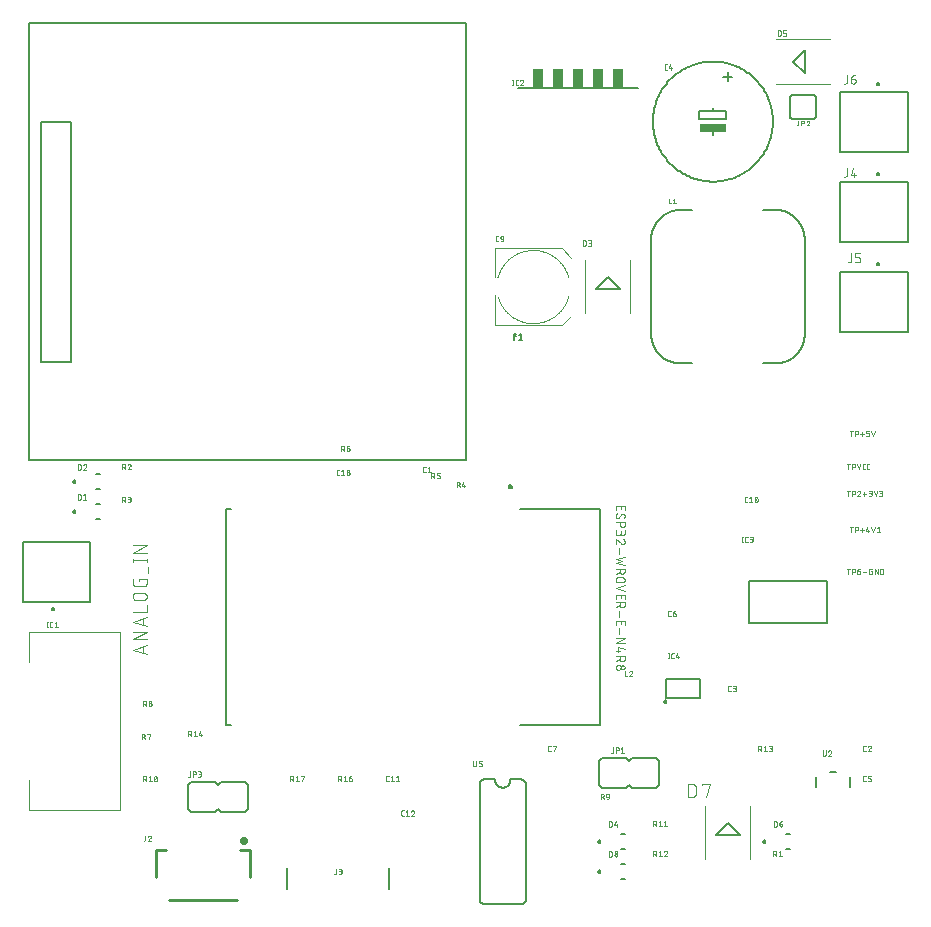
<source format=gbr>
G04 EAGLE Gerber RS-274X export*
G75*
%MOMM*%
%FSLAX34Y34*%
%LPD*%
%INSilkscreen Top*%
%IPPOS*%
%AMOC8*
5,1,8,0,0,1.08239X$1,22.5*%
G01*
%ADD10C,0.152400*%
%ADD11R,2.286000X0.635000*%
%ADD12C,0.050800*%
%ADD13C,0.101600*%
%ADD14C,0.200000*%
%ADD15C,0.203200*%
%ADD16C,0.127000*%
%ADD17C,0.100000*%
%ADD18C,0.100000*%
%ADD19R,0.965200X1.676400*%
%ADD20C,0.406400*%
%ADD21C,0.254000*%
%ADD22C,0.076200*%


D10*
X584200Y684530D02*
X584200Y681990D01*
X572770Y681990D01*
X572770Y675640D01*
X595630Y675640D01*
X595630Y681990D01*
X584200Y681990D01*
X584200Y666750D02*
X584200Y661670D01*
X593090Y711200D02*
X600710Y711200D01*
X596900Y707390D02*
X596900Y715010D01*
X533400Y673100D02*
X533415Y674347D01*
X533461Y675593D01*
X533538Y676837D01*
X533645Y678079D01*
X533782Y679318D01*
X533950Y680554D01*
X534148Y681785D01*
X534376Y683011D01*
X534634Y684230D01*
X534922Y685443D01*
X535240Y686649D01*
X535587Y687846D01*
X535964Y689035D01*
X536370Y690214D01*
X536804Y691383D01*
X537267Y692540D01*
X537758Y693686D01*
X538277Y694820D01*
X538824Y695940D01*
X539398Y697047D01*
X540000Y698139D01*
X540627Y699216D01*
X541281Y700278D01*
X541961Y701323D01*
X542667Y702351D01*
X543397Y703362D01*
X544152Y704354D01*
X544931Y705327D01*
X545734Y706281D01*
X546560Y707215D01*
X547408Y708129D01*
X548279Y709021D01*
X549171Y709892D01*
X550085Y710740D01*
X551019Y711566D01*
X551973Y712369D01*
X552946Y713148D01*
X553938Y713903D01*
X554949Y714633D01*
X555977Y715339D01*
X557022Y716019D01*
X558084Y716673D01*
X559161Y717300D01*
X560253Y717902D01*
X561360Y718476D01*
X562480Y719023D01*
X563614Y719542D01*
X564760Y720033D01*
X565917Y720496D01*
X567086Y720930D01*
X568265Y721336D01*
X569454Y721713D01*
X570651Y722060D01*
X571857Y722378D01*
X573070Y722666D01*
X574289Y722924D01*
X575515Y723152D01*
X576746Y723350D01*
X577982Y723518D01*
X579221Y723655D01*
X580463Y723762D01*
X581707Y723839D01*
X582953Y723885D01*
X584200Y723900D01*
X585447Y723885D01*
X586693Y723839D01*
X587937Y723762D01*
X589179Y723655D01*
X590418Y723518D01*
X591654Y723350D01*
X592885Y723152D01*
X594111Y722924D01*
X595330Y722666D01*
X596543Y722378D01*
X597749Y722060D01*
X598946Y721713D01*
X600135Y721336D01*
X601314Y720930D01*
X602483Y720496D01*
X603640Y720033D01*
X604786Y719542D01*
X605920Y719023D01*
X607040Y718476D01*
X608147Y717902D01*
X609239Y717300D01*
X610316Y716673D01*
X611378Y716019D01*
X612423Y715339D01*
X613451Y714633D01*
X614462Y713903D01*
X615454Y713148D01*
X616427Y712369D01*
X617381Y711566D01*
X618315Y710740D01*
X619229Y709892D01*
X620121Y709021D01*
X620992Y708129D01*
X621840Y707215D01*
X622666Y706281D01*
X623469Y705327D01*
X624248Y704354D01*
X625003Y703362D01*
X625733Y702351D01*
X626439Y701323D01*
X627119Y700278D01*
X627773Y699216D01*
X628400Y698139D01*
X629002Y697047D01*
X629576Y695940D01*
X630123Y694820D01*
X630642Y693686D01*
X631133Y692540D01*
X631596Y691383D01*
X632030Y690214D01*
X632436Y689035D01*
X632813Y687846D01*
X633160Y686649D01*
X633478Y685443D01*
X633766Y684230D01*
X634024Y683011D01*
X634252Y681785D01*
X634450Y680554D01*
X634618Y679318D01*
X634755Y678079D01*
X634862Y676837D01*
X634939Y675593D01*
X634985Y674347D01*
X635000Y673100D01*
X634985Y671853D01*
X634939Y670607D01*
X634862Y669363D01*
X634755Y668121D01*
X634618Y666882D01*
X634450Y665646D01*
X634252Y664415D01*
X634024Y663189D01*
X633766Y661970D01*
X633478Y660757D01*
X633160Y659551D01*
X632813Y658354D01*
X632436Y657165D01*
X632030Y655986D01*
X631596Y654817D01*
X631133Y653660D01*
X630642Y652514D01*
X630123Y651380D01*
X629576Y650260D01*
X629002Y649153D01*
X628400Y648061D01*
X627773Y646984D01*
X627119Y645922D01*
X626439Y644877D01*
X625733Y643849D01*
X625003Y642838D01*
X624248Y641846D01*
X623469Y640873D01*
X622666Y639919D01*
X621840Y638985D01*
X620992Y638071D01*
X620121Y637179D01*
X619229Y636308D01*
X618315Y635460D01*
X617381Y634634D01*
X616427Y633831D01*
X615454Y633052D01*
X614462Y632297D01*
X613451Y631567D01*
X612423Y630861D01*
X611378Y630181D01*
X610316Y629527D01*
X609239Y628900D01*
X608147Y628298D01*
X607040Y627724D01*
X605920Y627177D01*
X604786Y626658D01*
X603640Y626167D01*
X602483Y625704D01*
X601314Y625270D01*
X600135Y624864D01*
X598946Y624487D01*
X597749Y624140D01*
X596543Y623822D01*
X595330Y623534D01*
X594111Y623276D01*
X592885Y623048D01*
X591654Y622850D01*
X590418Y622682D01*
X589179Y622545D01*
X587937Y622438D01*
X586693Y622361D01*
X585447Y622315D01*
X584200Y622300D01*
X582953Y622315D01*
X581707Y622361D01*
X580463Y622438D01*
X579221Y622545D01*
X577982Y622682D01*
X576746Y622850D01*
X575515Y623048D01*
X574289Y623276D01*
X573070Y623534D01*
X571857Y623822D01*
X570651Y624140D01*
X569454Y624487D01*
X568265Y624864D01*
X567086Y625270D01*
X565917Y625704D01*
X564760Y626167D01*
X563614Y626658D01*
X562480Y627177D01*
X561360Y627724D01*
X560253Y628298D01*
X559161Y628900D01*
X558084Y629527D01*
X557022Y630181D01*
X555977Y630861D01*
X554949Y631567D01*
X553938Y632297D01*
X552946Y633052D01*
X551973Y633831D01*
X551019Y634634D01*
X550085Y635460D01*
X549171Y636308D01*
X548279Y637179D01*
X547408Y638071D01*
X546560Y638985D01*
X545734Y639919D01*
X544931Y640873D01*
X544152Y641846D01*
X543397Y642838D01*
X542667Y643849D01*
X541961Y644877D01*
X541281Y645922D01*
X540627Y646984D01*
X540000Y648061D01*
X539398Y649153D01*
X538824Y650260D01*
X538277Y651380D01*
X537758Y652514D01*
X537267Y653660D01*
X536804Y654817D01*
X536370Y655986D01*
X535964Y657165D01*
X535587Y658354D01*
X535240Y659551D01*
X534922Y660757D01*
X534634Y661970D01*
X534376Y663189D01*
X534148Y664415D01*
X533950Y665646D01*
X533782Y666882D01*
X533645Y668121D01*
X533538Y669363D01*
X533461Y670607D01*
X533415Y671853D01*
X533400Y673100D01*
D11*
X584200Y667385D03*
D12*
X545323Y717042D02*
X544307Y717042D01*
X544246Y717044D01*
X544185Y717049D01*
X544124Y717059D01*
X544064Y717072D01*
X544005Y717088D01*
X543947Y717108D01*
X543890Y717132D01*
X543835Y717158D01*
X543781Y717189D01*
X543730Y717222D01*
X543680Y717258D01*
X543633Y717298D01*
X543589Y717340D01*
X543547Y717384D01*
X543507Y717431D01*
X543471Y717481D01*
X543438Y717532D01*
X543407Y717586D01*
X543381Y717641D01*
X543357Y717698D01*
X543337Y717756D01*
X543321Y717815D01*
X543308Y717875D01*
X543298Y717936D01*
X543293Y717997D01*
X543291Y718058D01*
X543291Y720598D01*
X543293Y720659D01*
X543298Y720720D01*
X543308Y720781D01*
X543321Y720841D01*
X543337Y720900D01*
X543357Y720958D01*
X543381Y721015D01*
X543407Y721070D01*
X543438Y721124D01*
X543471Y721175D01*
X543507Y721225D01*
X543547Y721272D01*
X543589Y721316D01*
X543633Y721358D01*
X543680Y721398D01*
X543730Y721434D01*
X543781Y721467D01*
X543835Y721498D01*
X543890Y721524D01*
X543947Y721548D01*
X544005Y721568D01*
X544064Y721584D01*
X544124Y721597D01*
X544185Y721607D01*
X544246Y721612D01*
X544307Y721614D01*
X545323Y721614D01*
X548132Y721614D02*
X547116Y718058D01*
X549656Y718058D01*
X548894Y719074D02*
X548894Y717042D01*
D13*
X461549Y541900D02*
X461334Y542625D01*
X461101Y543344D01*
X460851Y544057D01*
X460583Y544764D01*
X460298Y545464D01*
X459996Y546157D01*
X459678Y546843D01*
X459342Y547520D01*
X458990Y548189D01*
X458622Y548850D01*
X458238Y549501D01*
X457838Y550142D01*
X457423Y550774D01*
X456992Y551395D01*
X456546Y552006D01*
X456086Y552605D01*
X455611Y553193D01*
X455121Y553770D01*
X454618Y554334D01*
X454101Y554885D01*
X453571Y555424D01*
X453028Y555950D01*
X452472Y556462D01*
X451904Y556961D01*
X451323Y557446D01*
X450732Y557916D01*
X450128Y558372D01*
X449514Y558812D01*
X448889Y559238D01*
X448255Y559648D01*
X447610Y560043D01*
X446956Y560422D01*
X446292Y560784D01*
X445620Y561131D01*
X444940Y561461D01*
X444252Y561774D01*
X443557Y562070D01*
X442854Y562349D01*
X442145Y562611D01*
X441430Y562856D01*
X440709Y563083D01*
X439982Y563292D01*
X439251Y563484D01*
X438515Y563657D01*
X437775Y563813D01*
X437032Y563950D01*
X436285Y564070D01*
X435536Y564171D01*
X434785Y564253D01*
X434032Y564318D01*
X433277Y564364D01*
X432521Y564391D01*
X431766Y564400D01*
X431010Y564391D01*
X430254Y564363D01*
X429500Y564316D01*
X428746Y564251D01*
X427995Y564168D01*
X427246Y564067D01*
X426500Y563947D01*
X425756Y563809D01*
X425017Y563653D01*
X424281Y563479D01*
X423550Y563287D01*
X422823Y563077D01*
X422103Y562849D01*
X421387Y562604D01*
X420678Y562342D01*
X419976Y562062D01*
X419281Y561765D01*
X418593Y561452D01*
X417913Y561122D01*
X417241Y560775D01*
X416578Y560411D01*
X415924Y560032D01*
X415280Y559637D01*
X414645Y559226D01*
X414021Y558800D01*
X413407Y558359D01*
X412804Y557903D01*
X412212Y557432D01*
X411632Y556947D01*
X411065Y556448D01*
X410509Y555936D01*
X409966Y555409D01*
X409436Y554870D01*
X408920Y554318D01*
X408417Y553754D01*
X407928Y553177D01*
X407453Y552589D01*
X406993Y551989D01*
X406548Y551378D01*
X406118Y550757D01*
X405703Y550125D01*
X405303Y549483D01*
X404919Y548832D01*
X404552Y548171D01*
X404200Y547502D01*
X403865Y546824D01*
X403547Y546138D01*
X403246Y545445D01*
X402961Y544745D01*
X402694Y544037D01*
X402444Y543324D01*
X402212Y542605D01*
X401997Y541880D01*
X401800Y541150D01*
X399300Y541400D02*
X399300Y565900D01*
X456300Y565900D01*
X464300Y557900D01*
X464300Y508900D02*
X456300Y500900D01*
X399300Y500900D01*
X399300Y526400D01*
X402051Y524900D02*
X402266Y524175D01*
X402499Y523456D01*
X402749Y522743D01*
X403017Y522036D01*
X403302Y521336D01*
X403604Y520643D01*
X403922Y519957D01*
X404258Y519280D01*
X404610Y518611D01*
X404978Y517950D01*
X405362Y517299D01*
X405762Y516658D01*
X406177Y516026D01*
X406608Y515405D01*
X407054Y514794D01*
X407514Y514195D01*
X407989Y513607D01*
X408479Y513030D01*
X408982Y512466D01*
X409499Y511915D01*
X410029Y511376D01*
X410572Y510850D01*
X411128Y510338D01*
X411696Y509839D01*
X412277Y509354D01*
X412868Y508884D01*
X413472Y508428D01*
X414086Y507988D01*
X414711Y507562D01*
X415345Y507152D01*
X415990Y506757D01*
X416644Y506378D01*
X417308Y506016D01*
X417980Y505669D01*
X418660Y505339D01*
X419348Y505026D01*
X420043Y504730D01*
X420746Y504451D01*
X421455Y504189D01*
X422170Y503944D01*
X422891Y503717D01*
X423618Y503508D01*
X424349Y503316D01*
X425085Y503143D01*
X425825Y502987D01*
X426568Y502850D01*
X427315Y502730D01*
X428064Y502629D01*
X428815Y502547D01*
X429568Y502482D01*
X430323Y502436D01*
X431079Y502409D01*
X431834Y502400D01*
X432590Y502409D01*
X433346Y502437D01*
X434100Y502484D01*
X434854Y502549D01*
X435605Y502632D01*
X436354Y502733D01*
X437100Y502853D01*
X437844Y502991D01*
X438583Y503147D01*
X439319Y503321D01*
X440050Y503513D01*
X440777Y503723D01*
X441497Y503951D01*
X442213Y504196D01*
X442922Y504458D01*
X443624Y504738D01*
X444319Y505035D01*
X445007Y505348D01*
X445687Y505678D01*
X446359Y506025D01*
X447022Y506389D01*
X447676Y506768D01*
X448320Y507163D01*
X448955Y507574D01*
X449579Y508000D01*
X450193Y508441D01*
X450796Y508897D01*
X451388Y509368D01*
X451968Y509853D01*
X452535Y510352D01*
X453091Y510864D01*
X453634Y511391D01*
X454164Y511930D01*
X454680Y512482D01*
X455183Y513046D01*
X455672Y513623D01*
X456147Y514211D01*
X456607Y514811D01*
X457052Y515422D01*
X457482Y516043D01*
X457897Y516675D01*
X458297Y517317D01*
X458681Y517968D01*
X459048Y518629D01*
X459400Y519298D01*
X459735Y519976D01*
X460053Y520662D01*
X460354Y521355D01*
X460639Y522055D01*
X460906Y522763D01*
X461156Y523476D01*
X461388Y524195D01*
X461603Y524920D01*
X461800Y525650D01*
D12*
X402336Y571754D02*
X401320Y571754D01*
X401259Y571756D01*
X401198Y571761D01*
X401137Y571771D01*
X401077Y571784D01*
X401018Y571800D01*
X400960Y571820D01*
X400903Y571844D01*
X400848Y571870D01*
X400794Y571901D01*
X400743Y571934D01*
X400693Y571970D01*
X400646Y572010D01*
X400602Y572052D01*
X400560Y572096D01*
X400520Y572143D01*
X400484Y572193D01*
X400451Y572244D01*
X400420Y572298D01*
X400394Y572353D01*
X400370Y572410D01*
X400350Y572468D01*
X400334Y572527D01*
X400321Y572587D01*
X400311Y572648D01*
X400306Y572709D01*
X400304Y572770D01*
X400304Y575310D01*
X400306Y575371D01*
X400311Y575432D01*
X400321Y575493D01*
X400334Y575553D01*
X400350Y575612D01*
X400370Y575670D01*
X400394Y575727D01*
X400420Y575782D01*
X400451Y575836D01*
X400484Y575887D01*
X400520Y575937D01*
X400560Y575984D01*
X400602Y576028D01*
X400646Y576070D01*
X400693Y576110D01*
X400743Y576146D01*
X400794Y576179D01*
X400848Y576210D01*
X400903Y576236D01*
X400960Y576260D01*
X401018Y576280D01*
X401077Y576296D01*
X401137Y576309D01*
X401198Y576319D01*
X401259Y576324D01*
X401320Y576326D01*
X402336Y576326D01*
X405145Y573786D02*
X406669Y573786D01*
X405145Y573786D02*
X405084Y573788D01*
X405023Y573793D01*
X404962Y573803D01*
X404902Y573816D01*
X404843Y573832D01*
X404785Y573852D01*
X404728Y573876D01*
X404673Y573902D01*
X404619Y573933D01*
X404568Y573966D01*
X404518Y574002D01*
X404471Y574042D01*
X404427Y574084D01*
X404385Y574128D01*
X404345Y574175D01*
X404309Y574225D01*
X404276Y574276D01*
X404245Y574330D01*
X404219Y574385D01*
X404195Y574442D01*
X404175Y574500D01*
X404159Y574559D01*
X404146Y574619D01*
X404136Y574680D01*
X404131Y574741D01*
X404129Y574802D01*
X404129Y575056D01*
X404131Y575126D01*
X404137Y575196D01*
X404146Y575265D01*
X404160Y575334D01*
X404177Y575402D01*
X404198Y575468D01*
X404222Y575534D01*
X404250Y575598D01*
X404282Y575660D01*
X404317Y575721D01*
X404355Y575780D01*
X404397Y575836D01*
X404441Y575890D01*
X404489Y575942D01*
X404539Y575990D01*
X404592Y576036D01*
X404647Y576079D01*
X404704Y576119D01*
X404764Y576156D01*
X404826Y576189D01*
X404889Y576219D01*
X404954Y576245D01*
X405020Y576268D01*
X405087Y576287D01*
X405156Y576302D01*
X405225Y576314D01*
X405294Y576322D01*
X405364Y576326D01*
X405434Y576326D01*
X405504Y576322D01*
X405573Y576314D01*
X405642Y576302D01*
X405711Y576287D01*
X405778Y576268D01*
X405844Y576245D01*
X405909Y576219D01*
X405972Y576189D01*
X406034Y576156D01*
X406094Y576119D01*
X406151Y576079D01*
X406206Y576036D01*
X406259Y575990D01*
X406309Y575942D01*
X406357Y575890D01*
X406401Y575836D01*
X406443Y575780D01*
X406481Y575721D01*
X406516Y575660D01*
X406548Y575598D01*
X406576Y575534D01*
X406600Y575468D01*
X406621Y575402D01*
X406638Y575334D01*
X406652Y575265D01*
X406661Y575196D01*
X406667Y575126D01*
X406669Y575056D01*
X406669Y573786D01*
X406667Y573697D01*
X406661Y573609D01*
X406652Y573521D01*
X406638Y573433D01*
X406621Y573346D01*
X406600Y573260D01*
X406575Y573175D01*
X406546Y573091D01*
X406514Y573008D01*
X406479Y572927D01*
X406439Y572848D01*
X406397Y572770D01*
X406351Y572694D01*
X406302Y572620D01*
X406249Y572549D01*
X406194Y572480D01*
X406135Y572413D01*
X406074Y572349D01*
X406010Y572288D01*
X405943Y572229D01*
X405874Y572174D01*
X405803Y572121D01*
X405729Y572072D01*
X405653Y572026D01*
X405575Y571984D01*
X405496Y571944D01*
X405415Y571909D01*
X405332Y571877D01*
X405248Y571848D01*
X405163Y571823D01*
X405077Y571802D01*
X404990Y571785D01*
X404902Y571771D01*
X404814Y571762D01*
X404726Y571756D01*
X404637Y571754D01*
D14*
X42500Y342900D02*
X42502Y342963D01*
X42508Y343025D01*
X42518Y343087D01*
X42531Y343149D01*
X42549Y343209D01*
X42570Y343268D01*
X42595Y343326D01*
X42624Y343382D01*
X42656Y343436D01*
X42691Y343488D01*
X42729Y343537D01*
X42771Y343585D01*
X42815Y343629D01*
X42863Y343671D01*
X42912Y343709D01*
X42964Y343744D01*
X43018Y343776D01*
X43074Y343805D01*
X43132Y343830D01*
X43191Y343851D01*
X43251Y343869D01*
X43313Y343882D01*
X43375Y343892D01*
X43437Y343898D01*
X43500Y343900D01*
X43563Y343898D01*
X43625Y343892D01*
X43687Y343882D01*
X43749Y343869D01*
X43809Y343851D01*
X43868Y343830D01*
X43926Y343805D01*
X43982Y343776D01*
X44036Y343744D01*
X44088Y343709D01*
X44137Y343671D01*
X44185Y343629D01*
X44229Y343585D01*
X44271Y343537D01*
X44309Y343488D01*
X44344Y343436D01*
X44376Y343382D01*
X44405Y343326D01*
X44430Y343268D01*
X44451Y343209D01*
X44469Y343149D01*
X44482Y343087D01*
X44492Y343025D01*
X44498Y342963D01*
X44500Y342900D01*
X44498Y342837D01*
X44492Y342775D01*
X44482Y342713D01*
X44469Y342651D01*
X44451Y342591D01*
X44430Y342532D01*
X44405Y342474D01*
X44376Y342418D01*
X44344Y342364D01*
X44309Y342312D01*
X44271Y342263D01*
X44229Y342215D01*
X44185Y342171D01*
X44137Y342129D01*
X44088Y342091D01*
X44036Y342056D01*
X43982Y342024D01*
X43926Y341995D01*
X43868Y341970D01*
X43809Y341949D01*
X43749Y341931D01*
X43687Y341918D01*
X43625Y341908D01*
X43563Y341902D01*
X43500Y341900D01*
X43437Y341902D01*
X43375Y341908D01*
X43313Y341918D01*
X43251Y341931D01*
X43191Y341949D01*
X43132Y341970D01*
X43074Y341995D01*
X43018Y342024D01*
X42964Y342056D01*
X42912Y342091D01*
X42863Y342129D01*
X42815Y342171D01*
X42771Y342215D01*
X42729Y342263D01*
X42691Y342312D01*
X42656Y342364D01*
X42624Y342418D01*
X42595Y342474D01*
X42570Y342532D01*
X42549Y342591D01*
X42531Y342651D01*
X42518Y342713D01*
X42508Y342775D01*
X42502Y342837D01*
X42500Y342900D01*
X61500Y348900D02*
X65500Y348900D01*
X65500Y336900D02*
X61500Y336900D01*
D12*
X46554Y353104D02*
X46554Y357676D01*
X47824Y357676D01*
X47893Y357674D01*
X47961Y357669D01*
X48029Y357659D01*
X48097Y357646D01*
X48164Y357630D01*
X48230Y357610D01*
X48294Y357586D01*
X48357Y357559D01*
X48419Y357528D01*
X48479Y357494D01*
X48537Y357457D01*
X48593Y357417D01*
X48646Y357374D01*
X48697Y357328D01*
X48746Y357279D01*
X48792Y357228D01*
X48835Y357175D01*
X48875Y357119D01*
X48912Y357061D01*
X48946Y357001D01*
X48977Y356939D01*
X49004Y356876D01*
X49028Y356812D01*
X49048Y356746D01*
X49064Y356679D01*
X49077Y356611D01*
X49087Y356543D01*
X49092Y356475D01*
X49094Y356406D01*
X49094Y354374D01*
X49092Y354305D01*
X49087Y354237D01*
X49077Y354169D01*
X49064Y354101D01*
X49048Y354034D01*
X49028Y353968D01*
X49004Y353904D01*
X48977Y353841D01*
X48946Y353779D01*
X48912Y353719D01*
X48875Y353661D01*
X48835Y353605D01*
X48792Y353552D01*
X48746Y353501D01*
X48697Y353452D01*
X48646Y353406D01*
X48593Y353363D01*
X48537Y353323D01*
X48479Y353286D01*
X48419Y353252D01*
X48357Y353221D01*
X48294Y353194D01*
X48230Y353170D01*
X48164Y353150D01*
X48097Y353134D01*
X48029Y353121D01*
X47961Y353111D01*
X47893Y353106D01*
X47824Y353104D01*
X46554Y353104D01*
X51278Y356660D02*
X52548Y357676D01*
X52548Y353104D01*
X51278Y353104D02*
X53818Y353104D01*
D14*
X42500Y368300D02*
X42502Y368363D01*
X42508Y368425D01*
X42518Y368487D01*
X42531Y368549D01*
X42549Y368609D01*
X42570Y368668D01*
X42595Y368726D01*
X42624Y368782D01*
X42656Y368836D01*
X42691Y368888D01*
X42729Y368937D01*
X42771Y368985D01*
X42815Y369029D01*
X42863Y369071D01*
X42912Y369109D01*
X42964Y369144D01*
X43018Y369176D01*
X43074Y369205D01*
X43132Y369230D01*
X43191Y369251D01*
X43251Y369269D01*
X43313Y369282D01*
X43375Y369292D01*
X43437Y369298D01*
X43500Y369300D01*
X43563Y369298D01*
X43625Y369292D01*
X43687Y369282D01*
X43749Y369269D01*
X43809Y369251D01*
X43868Y369230D01*
X43926Y369205D01*
X43982Y369176D01*
X44036Y369144D01*
X44088Y369109D01*
X44137Y369071D01*
X44185Y369029D01*
X44229Y368985D01*
X44271Y368937D01*
X44309Y368888D01*
X44344Y368836D01*
X44376Y368782D01*
X44405Y368726D01*
X44430Y368668D01*
X44451Y368609D01*
X44469Y368549D01*
X44482Y368487D01*
X44492Y368425D01*
X44498Y368363D01*
X44500Y368300D01*
X44498Y368237D01*
X44492Y368175D01*
X44482Y368113D01*
X44469Y368051D01*
X44451Y367991D01*
X44430Y367932D01*
X44405Y367874D01*
X44376Y367818D01*
X44344Y367764D01*
X44309Y367712D01*
X44271Y367663D01*
X44229Y367615D01*
X44185Y367571D01*
X44137Y367529D01*
X44088Y367491D01*
X44036Y367456D01*
X43982Y367424D01*
X43926Y367395D01*
X43868Y367370D01*
X43809Y367349D01*
X43749Y367331D01*
X43687Y367318D01*
X43625Y367308D01*
X43563Y367302D01*
X43500Y367300D01*
X43437Y367302D01*
X43375Y367308D01*
X43313Y367318D01*
X43251Y367331D01*
X43191Y367349D01*
X43132Y367370D01*
X43074Y367395D01*
X43018Y367424D01*
X42964Y367456D01*
X42912Y367491D01*
X42863Y367529D01*
X42815Y367571D01*
X42771Y367615D01*
X42729Y367663D01*
X42691Y367712D01*
X42656Y367764D01*
X42624Y367818D01*
X42595Y367874D01*
X42570Y367932D01*
X42549Y367991D01*
X42531Y368051D01*
X42518Y368113D01*
X42508Y368175D01*
X42502Y368237D01*
X42500Y368300D01*
X61500Y374300D02*
X65500Y374300D01*
X65500Y362300D02*
X61500Y362300D01*
D12*
X46554Y378504D02*
X46554Y383076D01*
X47824Y383076D01*
X47893Y383074D01*
X47961Y383069D01*
X48029Y383059D01*
X48097Y383046D01*
X48164Y383030D01*
X48230Y383010D01*
X48294Y382986D01*
X48357Y382959D01*
X48419Y382928D01*
X48479Y382894D01*
X48537Y382857D01*
X48593Y382817D01*
X48646Y382774D01*
X48697Y382728D01*
X48746Y382679D01*
X48792Y382628D01*
X48835Y382575D01*
X48875Y382519D01*
X48912Y382461D01*
X48946Y382401D01*
X48977Y382339D01*
X49004Y382276D01*
X49028Y382212D01*
X49048Y382146D01*
X49064Y382079D01*
X49077Y382011D01*
X49087Y381943D01*
X49092Y381875D01*
X49094Y381806D01*
X49094Y379774D01*
X49092Y379705D01*
X49087Y379637D01*
X49077Y379569D01*
X49064Y379501D01*
X49048Y379434D01*
X49028Y379368D01*
X49004Y379304D01*
X48977Y379241D01*
X48946Y379179D01*
X48912Y379119D01*
X48875Y379061D01*
X48835Y379005D01*
X48792Y378952D01*
X48746Y378901D01*
X48697Y378852D01*
X48646Y378806D01*
X48593Y378763D01*
X48537Y378723D01*
X48479Y378686D01*
X48419Y378652D01*
X48357Y378621D01*
X48294Y378594D01*
X48230Y378570D01*
X48164Y378550D01*
X48097Y378534D01*
X48029Y378521D01*
X47961Y378511D01*
X47893Y378506D01*
X47824Y378504D01*
X46554Y378504D01*
X52675Y383076D02*
X52741Y383074D01*
X52808Y383068D01*
X52873Y383059D01*
X52939Y383045D01*
X53003Y383028D01*
X53066Y383007D01*
X53128Y382983D01*
X53188Y382954D01*
X53247Y382923D01*
X53303Y382888D01*
X53358Y382850D01*
X53410Y382809D01*
X53459Y382764D01*
X53506Y382717D01*
X53551Y382668D01*
X53592Y382616D01*
X53630Y382561D01*
X53665Y382505D01*
X53696Y382446D01*
X53725Y382386D01*
X53749Y382324D01*
X53770Y382261D01*
X53787Y382197D01*
X53801Y382131D01*
X53810Y382066D01*
X53816Y381999D01*
X53818Y381933D01*
X52675Y383076D02*
X52601Y383074D01*
X52528Y383069D01*
X52454Y383059D01*
X52382Y383046D01*
X52310Y383030D01*
X52239Y383010D01*
X52169Y382986D01*
X52100Y382959D01*
X52033Y382928D01*
X51967Y382894D01*
X51904Y382857D01*
X51842Y382817D01*
X51782Y382773D01*
X51725Y382727D01*
X51669Y382678D01*
X51617Y382626D01*
X51567Y382571D01*
X51520Y382514D01*
X51476Y382455D01*
X51435Y382394D01*
X51397Y382330D01*
X51362Y382265D01*
X51331Y382198D01*
X51303Y382130D01*
X51278Y382060D01*
X53438Y381044D02*
X53485Y381091D01*
X53529Y381140D01*
X53570Y381192D01*
X53609Y381246D01*
X53644Y381302D01*
X53677Y381360D01*
X53706Y381419D01*
X53732Y381480D01*
X53755Y381542D01*
X53775Y381606D01*
X53790Y381670D01*
X53803Y381735D01*
X53812Y381801D01*
X53817Y381867D01*
X53819Y381933D01*
X53437Y381044D02*
X51278Y378504D01*
X53818Y378504D01*
D13*
X514350Y510794D02*
X514350Y556006D01*
X476250Y556006D02*
X476250Y510794D01*
D15*
X505300Y531470D02*
X495300Y541700D01*
X485300Y531470D01*
X505300Y531470D01*
D12*
X473964Y567944D02*
X473964Y572516D01*
X475234Y572516D01*
X475303Y572514D01*
X475371Y572509D01*
X475439Y572499D01*
X475507Y572486D01*
X475574Y572470D01*
X475640Y572450D01*
X475704Y572426D01*
X475767Y572399D01*
X475829Y572368D01*
X475889Y572334D01*
X475947Y572297D01*
X476003Y572257D01*
X476056Y572214D01*
X476107Y572168D01*
X476156Y572119D01*
X476202Y572068D01*
X476245Y572015D01*
X476285Y571959D01*
X476322Y571901D01*
X476356Y571841D01*
X476387Y571779D01*
X476414Y571716D01*
X476438Y571652D01*
X476458Y571586D01*
X476474Y571519D01*
X476487Y571451D01*
X476497Y571383D01*
X476502Y571315D01*
X476504Y571246D01*
X476504Y569214D01*
X476502Y569145D01*
X476497Y569077D01*
X476487Y569009D01*
X476474Y568941D01*
X476458Y568874D01*
X476438Y568808D01*
X476414Y568744D01*
X476387Y568681D01*
X476356Y568619D01*
X476322Y568559D01*
X476285Y568501D01*
X476245Y568445D01*
X476202Y568392D01*
X476156Y568341D01*
X476107Y568292D01*
X476056Y568246D01*
X476003Y568203D01*
X475947Y568163D01*
X475889Y568126D01*
X475829Y568092D01*
X475767Y568061D01*
X475704Y568034D01*
X475640Y568010D01*
X475574Y567990D01*
X475507Y567974D01*
X475439Y567961D01*
X475371Y567951D01*
X475303Y567946D01*
X475234Y567944D01*
X473964Y567944D01*
X478688Y567944D02*
X479958Y567944D01*
X480028Y567946D01*
X480098Y567952D01*
X480167Y567961D01*
X480236Y567975D01*
X480304Y567992D01*
X480370Y568013D01*
X480436Y568037D01*
X480500Y568065D01*
X480562Y568097D01*
X480623Y568132D01*
X480682Y568170D01*
X480738Y568212D01*
X480792Y568256D01*
X480844Y568304D01*
X480892Y568354D01*
X480938Y568407D01*
X480981Y568462D01*
X481021Y568519D01*
X481058Y568579D01*
X481091Y568641D01*
X481121Y568704D01*
X481147Y568769D01*
X481170Y568835D01*
X481189Y568902D01*
X481204Y568971D01*
X481216Y569040D01*
X481224Y569109D01*
X481228Y569179D01*
X481228Y569249D01*
X481224Y569319D01*
X481216Y569388D01*
X481204Y569457D01*
X481189Y569526D01*
X481170Y569593D01*
X481147Y569659D01*
X481121Y569724D01*
X481091Y569787D01*
X481058Y569849D01*
X481021Y569909D01*
X480981Y569966D01*
X480938Y570021D01*
X480892Y570074D01*
X480844Y570124D01*
X480792Y570172D01*
X480738Y570216D01*
X480682Y570258D01*
X480623Y570296D01*
X480562Y570331D01*
X480500Y570363D01*
X480436Y570391D01*
X480370Y570415D01*
X480304Y570436D01*
X480236Y570453D01*
X480167Y570467D01*
X480098Y570476D01*
X480028Y570482D01*
X479958Y570484D01*
X480212Y572516D02*
X478688Y572516D01*
X480212Y572516D02*
X480275Y572514D01*
X480337Y572508D01*
X480399Y572499D01*
X480460Y572485D01*
X480520Y572468D01*
X480579Y572447D01*
X480637Y572423D01*
X480693Y572395D01*
X480747Y572364D01*
X480799Y572329D01*
X480849Y572292D01*
X480896Y572251D01*
X480941Y572207D01*
X480984Y572161D01*
X481023Y572112D01*
X481059Y572061D01*
X481092Y572008D01*
X481121Y571953D01*
X481148Y571896D01*
X481170Y571838D01*
X481189Y571778D01*
X481204Y571717D01*
X481216Y571656D01*
X481224Y571594D01*
X481228Y571531D01*
X481228Y571469D01*
X481224Y571406D01*
X481216Y571344D01*
X481204Y571283D01*
X481189Y571222D01*
X481170Y571162D01*
X481148Y571104D01*
X481121Y571047D01*
X481092Y570992D01*
X481059Y570939D01*
X481023Y570888D01*
X480984Y570839D01*
X480941Y570793D01*
X480896Y570749D01*
X480849Y570708D01*
X480799Y570671D01*
X480747Y570636D01*
X480693Y570605D01*
X480637Y570577D01*
X480579Y570553D01*
X480520Y570532D01*
X480460Y570515D01*
X480399Y570501D01*
X480337Y570492D01*
X480275Y570486D01*
X480212Y570484D01*
X479196Y570484D01*
D13*
X637794Y742950D02*
X683006Y742950D01*
X683006Y704850D02*
X637794Y704850D01*
D15*
X652100Y723900D02*
X662330Y733900D01*
X652100Y723900D02*
X662330Y713900D01*
X662330Y733900D01*
D12*
X639064Y745744D02*
X639064Y750316D01*
X640334Y750316D01*
X640403Y750314D01*
X640471Y750309D01*
X640539Y750299D01*
X640607Y750286D01*
X640674Y750270D01*
X640740Y750250D01*
X640804Y750226D01*
X640867Y750199D01*
X640929Y750168D01*
X640989Y750134D01*
X641047Y750097D01*
X641103Y750057D01*
X641156Y750014D01*
X641207Y749968D01*
X641256Y749919D01*
X641302Y749868D01*
X641345Y749815D01*
X641385Y749759D01*
X641422Y749701D01*
X641456Y749641D01*
X641487Y749579D01*
X641514Y749516D01*
X641538Y749452D01*
X641558Y749386D01*
X641574Y749319D01*
X641587Y749251D01*
X641597Y749183D01*
X641602Y749115D01*
X641604Y749046D01*
X641604Y747014D01*
X641602Y746945D01*
X641597Y746877D01*
X641587Y746809D01*
X641574Y746741D01*
X641558Y746674D01*
X641538Y746608D01*
X641514Y746544D01*
X641487Y746481D01*
X641456Y746419D01*
X641422Y746359D01*
X641385Y746301D01*
X641345Y746245D01*
X641302Y746192D01*
X641256Y746141D01*
X641207Y746092D01*
X641156Y746046D01*
X641103Y746003D01*
X641047Y745963D01*
X640989Y745926D01*
X640929Y745892D01*
X640867Y745861D01*
X640804Y745834D01*
X640740Y745810D01*
X640674Y745790D01*
X640607Y745774D01*
X640539Y745761D01*
X640471Y745751D01*
X640403Y745746D01*
X640334Y745744D01*
X639064Y745744D01*
X643788Y745744D02*
X645312Y745744D01*
X645373Y745746D01*
X645434Y745751D01*
X645495Y745761D01*
X645555Y745774D01*
X645614Y745790D01*
X645672Y745810D01*
X645729Y745834D01*
X645784Y745860D01*
X645838Y745891D01*
X645889Y745924D01*
X645939Y745960D01*
X645986Y746000D01*
X646030Y746042D01*
X646072Y746086D01*
X646112Y746133D01*
X646148Y746183D01*
X646181Y746234D01*
X646212Y746288D01*
X646238Y746343D01*
X646262Y746400D01*
X646282Y746458D01*
X646298Y746517D01*
X646311Y746577D01*
X646321Y746638D01*
X646326Y746699D01*
X646328Y746760D01*
X646328Y747268D01*
X646326Y747329D01*
X646321Y747390D01*
X646311Y747451D01*
X646298Y747511D01*
X646282Y747570D01*
X646262Y747628D01*
X646238Y747685D01*
X646212Y747740D01*
X646181Y747794D01*
X646148Y747845D01*
X646112Y747895D01*
X646072Y747942D01*
X646030Y747986D01*
X645986Y748028D01*
X645939Y748068D01*
X645889Y748104D01*
X645838Y748137D01*
X645784Y748168D01*
X645729Y748194D01*
X645672Y748218D01*
X645614Y748238D01*
X645555Y748254D01*
X645495Y748267D01*
X645434Y748277D01*
X645373Y748282D01*
X645312Y748284D01*
X643788Y748284D01*
X643788Y750316D01*
X646328Y750316D01*
D16*
X415483Y493395D02*
X415483Y488569D01*
X415483Y493395D02*
X417628Y493395D01*
X417628Y491250D02*
X415483Y491250D01*
X420036Y492323D02*
X421376Y493395D01*
X421376Y488569D01*
X420036Y488569D02*
X422717Y488569D01*
D17*
X5400Y115770D02*
X5400Y90270D01*
D18*
X5400Y90270D03*
D17*
X5400Y115770D01*
D18*
X5400Y115770D03*
D17*
X82400Y90270D02*
X82400Y241270D01*
D18*
X82400Y241270D03*
D17*
X82400Y90270D01*
D18*
X82400Y90270D03*
D17*
X5400Y215770D02*
X5400Y241270D01*
D18*
X5400Y215770D03*
D17*
X5400Y241270D01*
D18*
X5400Y241270D03*
X5400Y90270D03*
D17*
X82400Y90270D01*
D18*
X82400Y90270D03*
D17*
X5400Y90270D01*
D18*
X82400Y241270D03*
D17*
X5400Y241270D01*
D18*
X5400Y241270D03*
D17*
X82400Y241270D01*
D12*
X20615Y244814D02*
X20615Y249386D01*
X20107Y244814D02*
X21123Y244814D01*
X21123Y249386D02*
X20107Y249386D01*
X24004Y244814D02*
X25020Y244814D01*
X24004Y244814D02*
X23943Y244816D01*
X23882Y244821D01*
X23821Y244831D01*
X23761Y244844D01*
X23702Y244860D01*
X23644Y244880D01*
X23587Y244904D01*
X23532Y244930D01*
X23478Y244961D01*
X23427Y244994D01*
X23377Y245030D01*
X23330Y245070D01*
X23286Y245112D01*
X23244Y245156D01*
X23204Y245203D01*
X23168Y245253D01*
X23135Y245304D01*
X23104Y245358D01*
X23078Y245413D01*
X23054Y245470D01*
X23034Y245528D01*
X23018Y245587D01*
X23005Y245647D01*
X22995Y245708D01*
X22990Y245769D01*
X22988Y245830D01*
X22988Y248370D01*
X22990Y248431D01*
X22995Y248492D01*
X23005Y248553D01*
X23018Y248613D01*
X23034Y248672D01*
X23054Y248730D01*
X23078Y248787D01*
X23104Y248842D01*
X23135Y248896D01*
X23168Y248947D01*
X23204Y248997D01*
X23244Y249044D01*
X23286Y249088D01*
X23330Y249130D01*
X23377Y249170D01*
X23427Y249206D01*
X23478Y249239D01*
X23532Y249270D01*
X23587Y249296D01*
X23644Y249320D01*
X23702Y249340D01*
X23761Y249356D01*
X23821Y249369D01*
X23882Y249379D01*
X23943Y249384D01*
X24004Y249386D01*
X25020Y249386D01*
X26813Y248370D02*
X28083Y249386D01*
X28083Y244814D01*
X26813Y244814D02*
X29353Y244814D01*
D15*
X418960Y701900D02*
X520840Y701900D01*
D19*
X503936Y709422D03*
X486918Y709422D03*
X469900Y709422D03*
X452882Y709422D03*
X435864Y709422D03*
D12*
X414782Y708406D02*
X414782Y703834D01*
X414274Y703834D02*
X415290Y703834D01*
X415290Y708406D02*
X414274Y708406D01*
X418171Y703834D02*
X419187Y703834D01*
X418171Y703834D02*
X418110Y703836D01*
X418049Y703841D01*
X417988Y703851D01*
X417928Y703864D01*
X417869Y703880D01*
X417811Y703900D01*
X417754Y703924D01*
X417699Y703950D01*
X417645Y703981D01*
X417594Y704014D01*
X417544Y704050D01*
X417497Y704090D01*
X417453Y704132D01*
X417411Y704176D01*
X417371Y704223D01*
X417335Y704273D01*
X417302Y704324D01*
X417271Y704378D01*
X417245Y704433D01*
X417221Y704490D01*
X417201Y704548D01*
X417185Y704607D01*
X417172Y704667D01*
X417162Y704728D01*
X417157Y704789D01*
X417155Y704850D01*
X417155Y707390D01*
X417157Y707451D01*
X417162Y707512D01*
X417172Y707573D01*
X417185Y707633D01*
X417201Y707692D01*
X417221Y707750D01*
X417245Y707807D01*
X417271Y707862D01*
X417302Y707916D01*
X417335Y707967D01*
X417371Y708017D01*
X417411Y708064D01*
X417453Y708108D01*
X417497Y708150D01*
X417544Y708190D01*
X417594Y708226D01*
X417645Y708259D01*
X417699Y708290D01*
X417754Y708316D01*
X417811Y708340D01*
X417869Y708360D01*
X417928Y708376D01*
X417988Y708389D01*
X418049Y708399D01*
X418110Y708404D01*
X418171Y708406D01*
X419187Y708406D01*
X422377Y708406D02*
X422443Y708404D01*
X422510Y708398D01*
X422575Y708389D01*
X422641Y708375D01*
X422705Y708358D01*
X422768Y708337D01*
X422830Y708313D01*
X422890Y708284D01*
X422949Y708253D01*
X423005Y708218D01*
X423060Y708180D01*
X423112Y708139D01*
X423161Y708094D01*
X423208Y708047D01*
X423253Y707998D01*
X423294Y707946D01*
X423332Y707891D01*
X423367Y707835D01*
X423398Y707776D01*
X423427Y707716D01*
X423451Y707654D01*
X423472Y707591D01*
X423489Y707527D01*
X423503Y707461D01*
X423512Y707396D01*
X423518Y707329D01*
X423520Y707263D01*
X422377Y708406D02*
X422303Y708404D01*
X422230Y708399D01*
X422156Y708389D01*
X422084Y708376D01*
X422012Y708360D01*
X421941Y708340D01*
X421871Y708316D01*
X421802Y708289D01*
X421735Y708258D01*
X421669Y708224D01*
X421606Y708187D01*
X421544Y708147D01*
X421484Y708103D01*
X421427Y708057D01*
X421371Y708008D01*
X421319Y707956D01*
X421269Y707901D01*
X421222Y707844D01*
X421178Y707785D01*
X421137Y707724D01*
X421099Y707660D01*
X421064Y707595D01*
X421033Y707528D01*
X421005Y707460D01*
X420980Y707390D01*
X423139Y706374D02*
X423186Y706421D01*
X423230Y706470D01*
X423271Y706522D01*
X423310Y706576D01*
X423345Y706632D01*
X423378Y706690D01*
X423407Y706749D01*
X423433Y706810D01*
X423456Y706872D01*
X423476Y706936D01*
X423491Y707000D01*
X423504Y707065D01*
X423513Y707131D01*
X423518Y707197D01*
X423520Y707263D01*
X423139Y706374D02*
X420980Y703834D01*
X423520Y703834D01*
D15*
X614930Y284480D02*
X614930Y248920D01*
X614930Y284480D02*
X680470Y284480D01*
X680470Y248920D01*
X614930Y248920D01*
D12*
X609092Y316992D02*
X609092Y321564D01*
X608584Y316992D02*
X609600Y316992D01*
X609600Y321564D02*
X608584Y321564D01*
X612481Y316992D02*
X613497Y316992D01*
X612481Y316992D02*
X612420Y316994D01*
X612359Y316999D01*
X612298Y317009D01*
X612238Y317022D01*
X612179Y317038D01*
X612121Y317058D01*
X612064Y317082D01*
X612009Y317108D01*
X611955Y317139D01*
X611904Y317172D01*
X611854Y317208D01*
X611807Y317248D01*
X611763Y317290D01*
X611721Y317334D01*
X611681Y317381D01*
X611645Y317431D01*
X611612Y317482D01*
X611581Y317536D01*
X611555Y317591D01*
X611531Y317648D01*
X611511Y317706D01*
X611495Y317765D01*
X611482Y317825D01*
X611472Y317886D01*
X611467Y317947D01*
X611465Y318008D01*
X611465Y320548D01*
X611467Y320609D01*
X611472Y320670D01*
X611482Y320731D01*
X611495Y320791D01*
X611511Y320850D01*
X611531Y320908D01*
X611555Y320965D01*
X611581Y321020D01*
X611612Y321074D01*
X611645Y321125D01*
X611681Y321175D01*
X611721Y321222D01*
X611763Y321266D01*
X611807Y321308D01*
X611854Y321348D01*
X611904Y321384D01*
X611955Y321417D01*
X612009Y321448D01*
X612064Y321474D01*
X612121Y321498D01*
X612179Y321518D01*
X612238Y321534D01*
X612298Y321547D01*
X612359Y321557D01*
X612420Y321562D01*
X612481Y321564D01*
X613497Y321564D01*
X615290Y316992D02*
X616560Y316992D01*
X616630Y316994D01*
X616700Y317000D01*
X616769Y317009D01*
X616838Y317023D01*
X616906Y317040D01*
X616972Y317061D01*
X617038Y317085D01*
X617102Y317113D01*
X617164Y317145D01*
X617225Y317180D01*
X617284Y317218D01*
X617340Y317260D01*
X617394Y317304D01*
X617446Y317352D01*
X617494Y317402D01*
X617540Y317455D01*
X617583Y317510D01*
X617623Y317567D01*
X617660Y317627D01*
X617693Y317689D01*
X617723Y317752D01*
X617749Y317817D01*
X617772Y317883D01*
X617791Y317950D01*
X617806Y318019D01*
X617818Y318088D01*
X617826Y318157D01*
X617830Y318227D01*
X617830Y318297D01*
X617826Y318367D01*
X617818Y318436D01*
X617806Y318505D01*
X617791Y318574D01*
X617772Y318641D01*
X617749Y318707D01*
X617723Y318772D01*
X617693Y318835D01*
X617660Y318897D01*
X617623Y318957D01*
X617583Y319014D01*
X617540Y319069D01*
X617494Y319122D01*
X617446Y319172D01*
X617394Y319220D01*
X617340Y319264D01*
X617284Y319306D01*
X617225Y319344D01*
X617164Y319379D01*
X617102Y319411D01*
X617038Y319439D01*
X616972Y319463D01*
X616906Y319484D01*
X616838Y319501D01*
X616769Y319515D01*
X616700Y319524D01*
X616630Y319530D01*
X616560Y319532D01*
X616814Y321564D02*
X615290Y321564D01*
X616814Y321564D02*
X616877Y321562D01*
X616939Y321556D01*
X617001Y321547D01*
X617062Y321533D01*
X617122Y321516D01*
X617181Y321495D01*
X617239Y321471D01*
X617295Y321443D01*
X617349Y321412D01*
X617401Y321377D01*
X617451Y321340D01*
X617498Y321299D01*
X617543Y321255D01*
X617586Y321209D01*
X617625Y321160D01*
X617661Y321109D01*
X617694Y321056D01*
X617723Y321001D01*
X617750Y320944D01*
X617772Y320886D01*
X617791Y320826D01*
X617806Y320765D01*
X617818Y320704D01*
X617826Y320642D01*
X617830Y320579D01*
X617830Y320517D01*
X617826Y320454D01*
X617818Y320392D01*
X617806Y320331D01*
X617791Y320270D01*
X617772Y320210D01*
X617750Y320152D01*
X617723Y320095D01*
X617694Y320040D01*
X617661Y319987D01*
X617625Y319936D01*
X617586Y319887D01*
X617543Y319841D01*
X617498Y319797D01*
X617451Y319756D01*
X617401Y319719D01*
X617349Y319684D01*
X617295Y319653D01*
X617239Y319625D01*
X617181Y319601D01*
X617122Y319580D01*
X617062Y319563D01*
X617001Y319549D01*
X616939Y319540D01*
X616877Y319534D01*
X616814Y319532D01*
X615798Y319532D01*
D16*
X375500Y756500D02*
X5500Y756500D01*
X375500Y756500D02*
X375500Y386500D01*
X5500Y386500D01*
X5500Y756500D01*
X15500Y673100D02*
X40500Y673100D01*
X40500Y469900D01*
X15500Y469900D01*
X15500Y673100D01*
D20*
X185753Y64300D02*
X185755Y64364D01*
X185761Y64429D01*
X185771Y64492D01*
X185785Y64555D01*
X185802Y64617D01*
X185824Y64678D01*
X185849Y64738D01*
X185878Y64795D01*
X185910Y64851D01*
X185945Y64905D01*
X185984Y64956D01*
X186026Y65005D01*
X186071Y65052D01*
X186119Y65095D01*
X186169Y65136D01*
X186222Y65173D01*
X186276Y65207D01*
X186333Y65237D01*
X186392Y65264D01*
X186452Y65287D01*
X186513Y65307D01*
X186576Y65323D01*
X186639Y65335D01*
X186703Y65343D01*
X186768Y65347D01*
X186832Y65347D01*
X186897Y65343D01*
X186961Y65335D01*
X187024Y65323D01*
X187087Y65307D01*
X187148Y65287D01*
X187208Y65264D01*
X187267Y65237D01*
X187323Y65207D01*
X187378Y65173D01*
X187431Y65136D01*
X187481Y65095D01*
X187529Y65052D01*
X187574Y65005D01*
X187616Y64956D01*
X187655Y64905D01*
X187690Y64851D01*
X187722Y64795D01*
X187751Y64738D01*
X187776Y64678D01*
X187798Y64617D01*
X187815Y64555D01*
X187829Y64492D01*
X187839Y64429D01*
X187845Y64364D01*
X187847Y64300D01*
X187845Y64236D01*
X187839Y64171D01*
X187829Y64108D01*
X187815Y64045D01*
X187798Y63983D01*
X187776Y63922D01*
X187751Y63862D01*
X187722Y63805D01*
X187690Y63749D01*
X187655Y63695D01*
X187616Y63644D01*
X187574Y63595D01*
X187529Y63548D01*
X187481Y63505D01*
X187431Y63464D01*
X187378Y63427D01*
X187324Y63393D01*
X187267Y63363D01*
X187208Y63336D01*
X187148Y63313D01*
X187087Y63293D01*
X187024Y63277D01*
X186961Y63265D01*
X186897Y63257D01*
X186832Y63253D01*
X186768Y63253D01*
X186703Y63257D01*
X186639Y63265D01*
X186576Y63277D01*
X186513Y63293D01*
X186452Y63313D01*
X186392Y63336D01*
X186333Y63363D01*
X186276Y63393D01*
X186222Y63427D01*
X186169Y63464D01*
X186119Y63505D01*
X186071Y63548D01*
X186026Y63595D01*
X185984Y63644D01*
X185945Y63695D01*
X185910Y63749D01*
X185878Y63805D01*
X185849Y63862D01*
X185824Y63922D01*
X185802Y63983D01*
X185785Y64045D01*
X185771Y64108D01*
X185761Y64171D01*
X185755Y64236D01*
X185753Y64300D01*
D21*
X181400Y13700D02*
X123400Y13700D01*
X192400Y33700D02*
X192400Y56700D01*
X121400Y56700D02*
X112400Y56700D01*
X112400Y33700D01*
X183400Y56700D02*
X192400Y56700D01*
D13*
X103463Y65231D02*
X103463Y68392D01*
X103463Y65231D02*
X103461Y65172D01*
X103455Y65113D01*
X103446Y65055D01*
X103432Y64997D01*
X103415Y64941D01*
X103394Y64885D01*
X103370Y64832D01*
X103342Y64779D01*
X103311Y64729D01*
X103276Y64681D01*
X103239Y64636D01*
X103199Y64592D01*
X103155Y64552D01*
X103110Y64515D01*
X103062Y64480D01*
X103011Y64449D01*
X102959Y64421D01*
X102906Y64397D01*
X102850Y64376D01*
X102794Y64359D01*
X102736Y64345D01*
X102678Y64336D01*
X102619Y64330D01*
X102560Y64328D01*
X102108Y64328D01*
X107138Y68392D02*
X107199Y68390D01*
X107260Y68385D01*
X107321Y68375D01*
X107381Y68362D01*
X107440Y68346D01*
X107498Y68326D01*
X107555Y68302D01*
X107610Y68276D01*
X107664Y68245D01*
X107715Y68212D01*
X107765Y68176D01*
X107812Y68136D01*
X107856Y68094D01*
X107898Y68050D01*
X107938Y68003D01*
X107974Y67953D01*
X108007Y67902D01*
X108038Y67848D01*
X108064Y67793D01*
X108088Y67736D01*
X108108Y67678D01*
X108124Y67619D01*
X108137Y67559D01*
X108147Y67498D01*
X108152Y67437D01*
X108154Y67376D01*
X107138Y68392D02*
X107067Y68390D01*
X106996Y68384D01*
X106925Y68374D01*
X106855Y68361D01*
X106786Y68344D01*
X106717Y68322D01*
X106651Y68298D01*
X106585Y68269D01*
X106521Y68237D01*
X106459Y68202D01*
X106400Y68163D01*
X106342Y68121D01*
X106287Y68076D01*
X106234Y68028D01*
X106184Y67977D01*
X106136Y67924D01*
X106092Y67868D01*
X106051Y67809D01*
X106013Y67749D01*
X105979Y67686D01*
X105948Y67622D01*
X105920Y67556D01*
X105896Y67489D01*
X107815Y66586D02*
X107860Y66631D01*
X107902Y66678D01*
X107941Y66728D01*
X107977Y66780D01*
X108010Y66833D01*
X108039Y66889D01*
X108066Y66946D01*
X108089Y67005D01*
X108109Y67065D01*
X108125Y67126D01*
X108138Y67188D01*
X108147Y67250D01*
X108152Y67313D01*
X108154Y67376D01*
X107816Y66586D02*
X105897Y64328D01*
X108154Y64328D01*
D16*
X692100Y571500D02*
X749300Y571500D01*
X749300Y622300D02*
X692100Y622300D01*
X692100Y571500D01*
X749300Y571500D02*
X749300Y622300D01*
D14*
X722900Y628800D02*
X722902Y628863D01*
X722908Y628925D01*
X722918Y628987D01*
X722931Y629049D01*
X722949Y629109D01*
X722970Y629168D01*
X722995Y629226D01*
X723024Y629282D01*
X723056Y629336D01*
X723091Y629388D01*
X723129Y629437D01*
X723171Y629485D01*
X723215Y629529D01*
X723263Y629571D01*
X723312Y629609D01*
X723364Y629644D01*
X723418Y629676D01*
X723474Y629705D01*
X723532Y629730D01*
X723591Y629751D01*
X723651Y629769D01*
X723713Y629782D01*
X723775Y629792D01*
X723837Y629798D01*
X723900Y629800D01*
X723963Y629798D01*
X724025Y629792D01*
X724087Y629782D01*
X724149Y629769D01*
X724209Y629751D01*
X724268Y629730D01*
X724326Y629705D01*
X724382Y629676D01*
X724436Y629644D01*
X724488Y629609D01*
X724537Y629571D01*
X724585Y629529D01*
X724629Y629485D01*
X724671Y629437D01*
X724709Y629388D01*
X724744Y629336D01*
X724776Y629282D01*
X724805Y629226D01*
X724830Y629168D01*
X724851Y629109D01*
X724869Y629049D01*
X724882Y628987D01*
X724892Y628925D01*
X724898Y628863D01*
X724900Y628800D01*
X724898Y628737D01*
X724892Y628675D01*
X724882Y628613D01*
X724869Y628551D01*
X724851Y628491D01*
X724830Y628432D01*
X724805Y628374D01*
X724776Y628318D01*
X724744Y628264D01*
X724709Y628212D01*
X724671Y628163D01*
X724629Y628115D01*
X724585Y628071D01*
X724537Y628029D01*
X724488Y627991D01*
X724436Y627956D01*
X724382Y627924D01*
X724326Y627895D01*
X724268Y627870D01*
X724209Y627849D01*
X724149Y627831D01*
X724087Y627818D01*
X724025Y627808D01*
X723963Y627802D01*
X723900Y627800D01*
X723837Y627802D01*
X723775Y627808D01*
X723713Y627818D01*
X723651Y627831D01*
X723591Y627849D01*
X723532Y627870D01*
X723474Y627895D01*
X723418Y627924D01*
X723364Y627956D01*
X723312Y627991D01*
X723263Y628029D01*
X723215Y628071D01*
X723171Y628115D01*
X723129Y628163D01*
X723091Y628212D01*
X723056Y628264D01*
X723024Y628318D01*
X722995Y628374D01*
X722970Y628432D01*
X722949Y628491D01*
X722931Y628551D01*
X722918Y628613D01*
X722908Y628675D01*
X722902Y628737D01*
X722900Y628800D01*
D22*
X697526Y628128D02*
X697526Y633857D01*
X697526Y628128D02*
X697524Y628050D01*
X697519Y627972D01*
X697509Y627895D01*
X697496Y627818D01*
X697480Y627742D01*
X697460Y627667D01*
X697436Y627593D01*
X697409Y627520D01*
X697378Y627448D01*
X697344Y627378D01*
X697307Y627310D01*
X697266Y627243D01*
X697222Y627178D01*
X697176Y627116D01*
X697126Y627056D01*
X697074Y626998D01*
X697019Y626943D01*
X696961Y626891D01*
X696901Y626841D01*
X696839Y626795D01*
X696774Y626751D01*
X696708Y626710D01*
X696639Y626673D01*
X696569Y626639D01*
X696497Y626608D01*
X696424Y626581D01*
X696350Y626557D01*
X696275Y626537D01*
X696199Y626521D01*
X696122Y626508D01*
X696045Y626498D01*
X695967Y626493D01*
X695889Y626491D01*
X695071Y626491D01*
X700961Y628128D02*
X702598Y633857D01*
X700961Y628128D02*
X705053Y628128D01*
X703825Y629765D02*
X703825Y626491D01*
D10*
X669036Y695960D02*
X651764Y695960D01*
X649224Y678180D02*
X649226Y678080D01*
X649232Y677981D01*
X649242Y677881D01*
X649255Y677783D01*
X649273Y677684D01*
X649294Y677587D01*
X649319Y677491D01*
X649348Y677395D01*
X649381Y677301D01*
X649417Y677208D01*
X649457Y677117D01*
X649501Y677027D01*
X649548Y676939D01*
X649598Y676853D01*
X649652Y676769D01*
X649709Y676687D01*
X649769Y676608D01*
X649833Y676530D01*
X649899Y676456D01*
X649968Y676384D01*
X650040Y676315D01*
X650114Y676249D01*
X650192Y676185D01*
X650271Y676125D01*
X650353Y676068D01*
X650437Y676014D01*
X650523Y675964D01*
X650611Y675917D01*
X650701Y675873D01*
X650792Y675833D01*
X650885Y675797D01*
X650979Y675764D01*
X651075Y675735D01*
X651171Y675710D01*
X651268Y675689D01*
X651367Y675671D01*
X651465Y675658D01*
X651565Y675648D01*
X651664Y675642D01*
X651764Y675640D01*
X669036Y675640D02*
X669136Y675642D01*
X669235Y675648D01*
X669335Y675658D01*
X669433Y675671D01*
X669532Y675689D01*
X669629Y675710D01*
X669725Y675735D01*
X669821Y675764D01*
X669915Y675797D01*
X670008Y675833D01*
X670099Y675873D01*
X670189Y675917D01*
X670277Y675964D01*
X670363Y676014D01*
X670447Y676068D01*
X670529Y676125D01*
X670608Y676185D01*
X670686Y676249D01*
X670760Y676315D01*
X670832Y676384D01*
X670901Y676456D01*
X670967Y676530D01*
X671031Y676608D01*
X671091Y676687D01*
X671148Y676769D01*
X671202Y676853D01*
X671252Y676939D01*
X671299Y677027D01*
X671343Y677117D01*
X671383Y677208D01*
X671419Y677301D01*
X671452Y677395D01*
X671481Y677491D01*
X671506Y677587D01*
X671527Y677684D01*
X671545Y677783D01*
X671558Y677881D01*
X671568Y677981D01*
X671574Y678080D01*
X671576Y678180D01*
X671576Y693420D02*
X671574Y693520D01*
X671568Y693619D01*
X671558Y693719D01*
X671545Y693817D01*
X671527Y693916D01*
X671506Y694013D01*
X671481Y694109D01*
X671452Y694205D01*
X671419Y694299D01*
X671383Y694392D01*
X671343Y694483D01*
X671299Y694573D01*
X671252Y694661D01*
X671202Y694747D01*
X671148Y694831D01*
X671091Y694913D01*
X671031Y694992D01*
X670967Y695070D01*
X670901Y695144D01*
X670832Y695216D01*
X670760Y695285D01*
X670686Y695351D01*
X670608Y695415D01*
X670529Y695475D01*
X670447Y695532D01*
X670363Y695586D01*
X670277Y695636D01*
X670189Y695683D01*
X670099Y695727D01*
X670008Y695767D01*
X669915Y695803D01*
X669821Y695836D01*
X669725Y695865D01*
X669629Y695890D01*
X669532Y695911D01*
X669433Y695929D01*
X669335Y695942D01*
X669235Y695952D01*
X669136Y695958D01*
X669036Y695960D01*
X651764Y695960D02*
X651664Y695958D01*
X651565Y695952D01*
X651465Y695942D01*
X651367Y695929D01*
X651268Y695911D01*
X651171Y695890D01*
X651075Y695865D01*
X650979Y695836D01*
X650885Y695803D01*
X650792Y695767D01*
X650701Y695727D01*
X650611Y695683D01*
X650523Y695636D01*
X650437Y695586D01*
X650353Y695532D01*
X650271Y695475D01*
X650192Y695415D01*
X650114Y695351D01*
X650040Y695285D01*
X649968Y695216D01*
X649899Y695144D01*
X649833Y695070D01*
X649769Y694992D01*
X649709Y694913D01*
X649652Y694831D01*
X649598Y694747D01*
X649548Y694661D01*
X649501Y694573D01*
X649457Y694483D01*
X649417Y694392D01*
X649381Y694299D01*
X649348Y694205D01*
X649319Y694109D01*
X649294Y694013D01*
X649273Y693916D01*
X649255Y693817D01*
X649242Y693719D01*
X649232Y693619D01*
X649226Y693520D01*
X649224Y693420D01*
X649224Y678180D01*
X671576Y678180D02*
X671576Y693420D01*
X669036Y675640D02*
X651764Y675640D01*
D13*
X656445Y673862D02*
X656445Y670701D01*
X656443Y670642D01*
X656437Y670583D01*
X656428Y670525D01*
X656414Y670467D01*
X656397Y670411D01*
X656376Y670355D01*
X656352Y670302D01*
X656324Y670249D01*
X656293Y670199D01*
X656258Y670151D01*
X656221Y670106D01*
X656181Y670062D01*
X656137Y670022D01*
X656092Y669985D01*
X656044Y669950D01*
X655993Y669919D01*
X655941Y669891D01*
X655888Y669867D01*
X655832Y669846D01*
X655776Y669829D01*
X655718Y669815D01*
X655660Y669806D01*
X655601Y669800D01*
X655542Y669798D01*
X655091Y669798D01*
X659150Y669798D02*
X659150Y673862D01*
X660279Y673862D01*
X660345Y673860D01*
X660410Y673854D01*
X660475Y673845D01*
X660539Y673832D01*
X660603Y673815D01*
X660665Y673794D01*
X660726Y673770D01*
X660786Y673742D01*
X660844Y673711D01*
X660899Y673676D01*
X660953Y673639D01*
X661005Y673598D01*
X661054Y673554D01*
X661100Y673508D01*
X661144Y673459D01*
X661185Y673407D01*
X661222Y673353D01*
X661257Y673298D01*
X661288Y673240D01*
X661316Y673180D01*
X661340Y673119D01*
X661361Y673057D01*
X661378Y672993D01*
X661391Y672929D01*
X661400Y672864D01*
X661406Y672799D01*
X661408Y672733D01*
X661406Y672667D01*
X661400Y672602D01*
X661391Y672537D01*
X661378Y672473D01*
X661361Y672409D01*
X661340Y672347D01*
X661316Y672286D01*
X661288Y672226D01*
X661257Y672169D01*
X661222Y672113D01*
X661185Y672059D01*
X661144Y672007D01*
X661100Y671958D01*
X661054Y671912D01*
X661005Y671868D01*
X660953Y671827D01*
X660899Y671790D01*
X660844Y671755D01*
X660786Y671724D01*
X660726Y671696D01*
X660665Y671672D01*
X660603Y671651D01*
X660539Y671634D01*
X660475Y671621D01*
X660410Y671612D01*
X660345Y671606D01*
X660279Y671604D01*
X659150Y671604D01*
X664693Y673862D02*
X664754Y673860D01*
X664815Y673855D01*
X664876Y673845D01*
X664936Y673832D01*
X664995Y673816D01*
X665053Y673796D01*
X665110Y673772D01*
X665165Y673746D01*
X665219Y673715D01*
X665270Y673682D01*
X665320Y673646D01*
X665367Y673606D01*
X665411Y673564D01*
X665453Y673520D01*
X665493Y673473D01*
X665529Y673423D01*
X665562Y673372D01*
X665593Y673318D01*
X665619Y673263D01*
X665643Y673206D01*
X665663Y673148D01*
X665679Y673089D01*
X665692Y673029D01*
X665702Y672968D01*
X665707Y672907D01*
X665709Y672846D01*
X664693Y673862D02*
X664622Y673860D01*
X664551Y673854D01*
X664480Y673844D01*
X664410Y673831D01*
X664341Y673814D01*
X664272Y673792D01*
X664206Y673768D01*
X664140Y673739D01*
X664076Y673707D01*
X664014Y673672D01*
X663955Y673633D01*
X663897Y673591D01*
X663842Y673546D01*
X663789Y673498D01*
X663739Y673447D01*
X663691Y673394D01*
X663647Y673338D01*
X663606Y673279D01*
X663568Y673219D01*
X663534Y673156D01*
X663503Y673092D01*
X663475Y673026D01*
X663451Y672959D01*
X665370Y672056D02*
X665415Y672101D01*
X665457Y672148D01*
X665496Y672198D01*
X665532Y672250D01*
X665565Y672303D01*
X665594Y672359D01*
X665621Y672416D01*
X665644Y672475D01*
X665664Y672535D01*
X665680Y672596D01*
X665693Y672658D01*
X665702Y672720D01*
X665707Y672783D01*
X665709Y672846D01*
X665371Y672056D02*
X663451Y669798D01*
X665709Y669798D01*
D15*
X636900Y598400D02*
X637504Y598393D01*
X638108Y598371D01*
X638711Y598334D01*
X639313Y598283D01*
X639913Y598218D01*
X640512Y598138D01*
X641109Y598043D01*
X641703Y597934D01*
X642295Y597811D01*
X642883Y597674D01*
X643468Y597522D01*
X644049Y597356D01*
X644625Y597176D01*
X645198Y596983D01*
X645765Y596775D01*
X646327Y596554D01*
X646884Y596320D01*
X647435Y596072D01*
X647980Y595811D01*
X648518Y595536D01*
X649050Y595249D01*
X649574Y594949D01*
X650091Y594637D01*
X650600Y594312D01*
X651102Y593975D01*
X651595Y593625D01*
X652079Y593264D01*
X652555Y592892D01*
X653021Y592508D01*
X653478Y592113D01*
X653925Y591707D01*
X654363Y591290D01*
X654790Y590863D01*
X655207Y590425D01*
X655613Y589978D01*
X656008Y589521D01*
X656392Y589055D01*
X656764Y588579D01*
X657125Y588095D01*
X657475Y587602D01*
X657812Y587100D01*
X658137Y586591D01*
X658449Y586074D01*
X658749Y585550D01*
X659036Y585018D01*
X659311Y584480D01*
X659572Y583935D01*
X659820Y583384D01*
X660054Y582827D01*
X660275Y582265D01*
X660483Y581698D01*
X660676Y581125D01*
X660856Y580549D01*
X661022Y579968D01*
X661174Y579383D01*
X661311Y578795D01*
X661434Y578203D01*
X661543Y577609D01*
X661638Y577012D01*
X661718Y576413D01*
X661783Y575813D01*
X661834Y575211D01*
X661871Y574608D01*
X661893Y574004D01*
X661900Y573400D01*
X661900Y493400D01*
X661893Y492796D01*
X661871Y492192D01*
X661834Y491589D01*
X661783Y490987D01*
X661718Y490387D01*
X661638Y489788D01*
X661543Y489191D01*
X661434Y488597D01*
X661311Y488005D01*
X661174Y487417D01*
X661022Y486832D01*
X660856Y486251D01*
X660676Y485675D01*
X660483Y485102D01*
X660275Y484535D01*
X660054Y483973D01*
X659820Y483416D01*
X659572Y482865D01*
X659311Y482320D01*
X659036Y481782D01*
X658749Y481250D01*
X658449Y480726D01*
X658137Y480209D01*
X657812Y479700D01*
X657475Y479198D01*
X657125Y478705D01*
X656764Y478221D01*
X656392Y477745D01*
X656008Y477279D01*
X655613Y476822D01*
X655207Y476375D01*
X654790Y475937D01*
X654363Y475510D01*
X653925Y475093D01*
X653478Y474687D01*
X653021Y474292D01*
X652555Y473908D01*
X652079Y473536D01*
X651595Y473175D01*
X651102Y472825D01*
X650600Y472488D01*
X650091Y472163D01*
X649574Y471851D01*
X649050Y471551D01*
X648518Y471264D01*
X647980Y470989D01*
X647435Y470728D01*
X646884Y470480D01*
X646327Y470246D01*
X645765Y470025D01*
X645198Y469817D01*
X644625Y469624D01*
X644049Y469444D01*
X643468Y469278D01*
X642883Y469126D01*
X642295Y468989D01*
X641703Y468866D01*
X641109Y468757D01*
X640512Y468662D01*
X639913Y468582D01*
X639313Y468517D01*
X638711Y468466D01*
X638108Y468429D01*
X637504Y468407D01*
X636900Y468400D01*
X626900Y468400D01*
X566900Y468400D02*
X556900Y468400D01*
X556296Y468407D01*
X555692Y468429D01*
X555089Y468466D01*
X554487Y468517D01*
X553887Y468582D01*
X553288Y468662D01*
X552691Y468757D01*
X552097Y468866D01*
X551505Y468989D01*
X550917Y469126D01*
X550332Y469278D01*
X549751Y469444D01*
X549175Y469624D01*
X548602Y469817D01*
X548035Y470025D01*
X547473Y470246D01*
X546916Y470480D01*
X546365Y470728D01*
X545820Y470989D01*
X545282Y471264D01*
X544750Y471551D01*
X544226Y471851D01*
X543709Y472163D01*
X543200Y472488D01*
X542698Y472825D01*
X542205Y473175D01*
X541721Y473536D01*
X541245Y473908D01*
X540779Y474292D01*
X540322Y474687D01*
X539875Y475093D01*
X539437Y475510D01*
X539010Y475937D01*
X538593Y476375D01*
X538187Y476822D01*
X537792Y477279D01*
X537408Y477745D01*
X537036Y478221D01*
X536675Y478705D01*
X536325Y479198D01*
X535988Y479700D01*
X535663Y480209D01*
X535351Y480726D01*
X535051Y481250D01*
X534764Y481782D01*
X534489Y482320D01*
X534228Y482865D01*
X533980Y483416D01*
X533746Y483973D01*
X533525Y484535D01*
X533317Y485102D01*
X533124Y485675D01*
X532944Y486251D01*
X532778Y486832D01*
X532626Y487417D01*
X532489Y488005D01*
X532366Y488597D01*
X532257Y489191D01*
X532162Y489788D01*
X532082Y490387D01*
X532017Y490987D01*
X531966Y491589D01*
X531929Y492192D01*
X531907Y492796D01*
X531900Y493400D01*
X531900Y573400D01*
X531907Y574004D01*
X531929Y574608D01*
X531966Y575211D01*
X532017Y575813D01*
X532082Y576413D01*
X532162Y577012D01*
X532257Y577609D01*
X532366Y578203D01*
X532489Y578795D01*
X532626Y579383D01*
X532778Y579968D01*
X532944Y580549D01*
X533124Y581125D01*
X533317Y581698D01*
X533525Y582265D01*
X533746Y582827D01*
X533980Y583384D01*
X534228Y583935D01*
X534489Y584480D01*
X534764Y585018D01*
X535051Y585550D01*
X535351Y586074D01*
X535663Y586591D01*
X535988Y587100D01*
X536325Y587602D01*
X536675Y588095D01*
X537036Y588579D01*
X537408Y589055D01*
X537792Y589521D01*
X538187Y589978D01*
X538593Y590425D01*
X539010Y590863D01*
X539437Y591290D01*
X539875Y591707D01*
X540322Y592113D01*
X540779Y592508D01*
X541245Y592892D01*
X541721Y593264D01*
X542205Y593625D01*
X542698Y593975D01*
X543200Y594312D01*
X543709Y594637D01*
X544226Y594949D01*
X544750Y595249D01*
X545282Y595536D01*
X545820Y595811D01*
X546365Y596072D01*
X546916Y596320D01*
X547473Y596554D01*
X548035Y596775D01*
X548602Y596983D01*
X549175Y597176D01*
X549751Y597356D01*
X550332Y597522D01*
X550917Y597674D01*
X551505Y597811D01*
X552097Y597934D01*
X552691Y598043D01*
X553288Y598138D01*
X553887Y598218D01*
X554487Y598283D01*
X555089Y598334D01*
X555692Y598371D01*
X556296Y598393D01*
X556900Y598400D01*
X566900Y598400D01*
X626900Y598400D02*
X636900Y598400D01*
D13*
X546608Y603758D02*
X546608Y607822D01*
X546608Y603758D02*
X548414Y603758D01*
X550402Y606919D02*
X551531Y607822D01*
X551531Y603758D01*
X550402Y603758D02*
X552660Y603758D01*
D10*
X176530Y345440D02*
X171958Y345440D01*
X488442Y345440D02*
X488442Y162560D01*
X420624Y162560D01*
X171958Y162560D02*
X171958Y345440D01*
X420624Y345440D02*
X488442Y345440D01*
X176530Y162560D02*
X171958Y162560D01*
X412750Y362712D02*
X412680Y362714D01*
X412610Y362720D01*
X412541Y362729D01*
X412472Y362743D01*
X412404Y362760D01*
X412338Y362781D01*
X412272Y362805D01*
X412208Y362833D01*
X412146Y362865D01*
X412085Y362900D01*
X412026Y362938D01*
X411970Y362980D01*
X411916Y363024D01*
X411864Y363072D01*
X411816Y363122D01*
X411770Y363175D01*
X411727Y363230D01*
X411687Y363287D01*
X411650Y363347D01*
X411617Y363409D01*
X411587Y363472D01*
X411561Y363537D01*
X411538Y363603D01*
X411519Y363670D01*
X411504Y363739D01*
X411492Y363808D01*
X411484Y363877D01*
X411480Y363947D01*
X411480Y364017D01*
X411484Y364087D01*
X411492Y364156D01*
X411504Y364225D01*
X411519Y364294D01*
X411538Y364361D01*
X411561Y364427D01*
X411587Y364492D01*
X411617Y364555D01*
X411650Y364617D01*
X411687Y364677D01*
X411727Y364734D01*
X411770Y364789D01*
X411816Y364842D01*
X411864Y364892D01*
X411916Y364940D01*
X411970Y364984D01*
X412026Y365026D01*
X412085Y365064D01*
X412146Y365099D01*
X412208Y365131D01*
X412272Y365159D01*
X412338Y365183D01*
X412404Y365204D01*
X412472Y365221D01*
X412541Y365235D01*
X412610Y365244D01*
X412680Y365250D01*
X412750Y365252D01*
X412820Y365250D01*
X412890Y365244D01*
X412959Y365235D01*
X413028Y365221D01*
X413096Y365204D01*
X413162Y365183D01*
X413228Y365159D01*
X413292Y365131D01*
X413354Y365099D01*
X413415Y365064D01*
X413474Y365026D01*
X413530Y364984D01*
X413584Y364940D01*
X413636Y364892D01*
X413684Y364842D01*
X413730Y364789D01*
X413773Y364734D01*
X413813Y364677D01*
X413850Y364617D01*
X413883Y364555D01*
X413913Y364492D01*
X413939Y364427D01*
X413962Y364361D01*
X413981Y364294D01*
X413996Y364225D01*
X414008Y364156D01*
X414016Y364087D01*
X414020Y364017D01*
X414020Y363947D01*
X414016Y363877D01*
X414008Y363808D01*
X413996Y363739D01*
X413981Y363670D01*
X413962Y363603D01*
X413939Y363537D01*
X413913Y363472D01*
X413883Y363409D01*
X413850Y363347D01*
X413813Y363287D01*
X413773Y363230D01*
X413730Y363175D01*
X413684Y363122D01*
X413636Y363072D01*
X413584Y363024D01*
X413530Y362980D01*
X413474Y362938D01*
X413415Y362900D01*
X413354Y362865D01*
X413292Y362833D01*
X413228Y362805D01*
X413162Y362781D01*
X413096Y362760D01*
X413028Y362743D01*
X412959Y362729D01*
X412890Y362720D01*
X412820Y362714D01*
X412750Y362712D01*
D12*
X501904Y347218D02*
X501904Y343831D01*
X501904Y347218D02*
X509524Y347218D01*
X509524Y343831D01*
X506137Y344678D02*
X506137Y347218D01*
X501904Y338839D02*
X501906Y338758D01*
X501912Y338678D01*
X501921Y338598D01*
X501935Y338519D01*
X501952Y338440D01*
X501973Y338362D01*
X501997Y338285D01*
X502025Y338210D01*
X502057Y338136D01*
X502092Y338063D01*
X502131Y337993D01*
X502173Y337924D01*
X502218Y337857D01*
X502266Y337792D01*
X502318Y337730D01*
X502372Y337671D01*
X502429Y337614D01*
X502488Y337560D01*
X502550Y337508D01*
X502615Y337460D01*
X502682Y337415D01*
X502751Y337373D01*
X502821Y337334D01*
X502894Y337299D01*
X502968Y337267D01*
X503043Y337239D01*
X503120Y337215D01*
X503198Y337194D01*
X503277Y337177D01*
X503356Y337163D01*
X503436Y337154D01*
X503516Y337148D01*
X503597Y337146D01*
X501904Y338839D02*
X501906Y338957D01*
X501912Y339074D01*
X501921Y339191D01*
X501935Y339308D01*
X501952Y339425D01*
X501973Y339540D01*
X501998Y339655D01*
X502027Y339770D01*
X502060Y339883D01*
X502096Y339995D01*
X502136Y340105D01*
X502179Y340215D01*
X502226Y340323D01*
X502277Y340429D01*
X502331Y340533D01*
X502388Y340636D01*
X502449Y340737D01*
X502513Y340836D01*
X502580Y340932D01*
X502651Y341026D01*
X502724Y341118D01*
X502801Y341208D01*
X502880Y341295D01*
X502962Y341379D01*
X507831Y341167D02*
X507912Y341165D01*
X507992Y341159D01*
X508072Y341150D01*
X508151Y341136D01*
X508230Y341119D01*
X508308Y341098D01*
X508385Y341074D01*
X508460Y341046D01*
X508534Y341014D01*
X508607Y340979D01*
X508678Y340940D01*
X508746Y340898D01*
X508813Y340853D01*
X508878Y340805D01*
X508940Y340753D01*
X508999Y340699D01*
X509056Y340642D01*
X509110Y340583D01*
X509162Y340521D01*
X509210Y340456D01*
X509255Y340389D01*
X509297Y340321D01*
X509336Y340250D01*
X509371Y340177D01*
X509403Y340103D01*
X509431Y340028D01*
X509455Y339951D01*
X509476Y339873D01*
X509493Y339794D01*
X509507Y339715D01*
X509516Y339635D01*
X509522Y339555D01*
X509524Y339474D01*
X509522Y339366D01*
X509517Y339259D01*
X509508Y339152D01*
X509495Y339045D01*
X509479Y338939D01*
X509459Y338833D01*
X509435Y338728D01*
X509408Y338624D01*
X509378Y338521D01*
X509344Y338419D01*
X509306Y338318D01*
X509265Y338219D01*
X509221Y338121D01*
X509174Y338024D01*
X509123Y337930D01*
X509069Y337836D01*
X509012Y337745D01*
X508952Y337656D01*
X508889Y337569D01*
X506349Y340320D02*
X506392Y340389D01*
X506438Y340456D01*
X506487Y340521D01*
X506539Y340583D01*
X506594Y340642D01*
X506652Y340699D01*
X506713Y340754D01*
X506775Y340805D01*
X506841Y340853D01*
X506908Y340898D01*
X506978Y340940D01*
X507049Y340979D01*
X507122Y341014D01*
X507197Y341046D01*
X507273Y341074D01*
X507350Y341099D01*
X507429Y341119D01*
X507508Y341136D01*
X507588Y341150D01*
X507669Y341159D01*
X507750Y341165D01*
X507831Y341167D01*
X505079Y337992D02*
X505036Y337923D01*
X504990Y337856D01*
X504941Y337791D01*
X504889Y337729D01*
X504834Y337670D01*
X504776Y337613D01*
X504715Y337558D01*
X504653Y337507D01*
X504587Y337459D01*
X504520Y337414D01*
X504450Y337372D01*
X504379Y337333D01*
X504306Y337298D01*
X504231Y337266D01*
X504155Y337238D01*
X504078Y337213D01*
X503999Y337193D01*
X503920Y337176D01*
X503840Y337162D01*
X503759Y337153D01*
X503678Y337147D01*
X503597Y337145D01*
X505079Y337992D02*
X506349Y340320D01*
X509524Y333967D02*
X501904Y333967D01*
X509524Y333967D02*
X509524Y331850D01*
X509522Y331759D01*
X509516Y331668D01*
X509506Y331577D01*
X509493Y331487D01*
X509475Y331398D01*
X509454Y331309D01*
X509429Y331222D01*
X509400Y331135D01*
X509367Y331050D01*
X509331Y330967D01*
X509291Y330885D01*
X509248Y330805D01*
X509201Y330726D01*
X509151Y330650D01*
X509098Y330576D01*
X509042Y330505D01*
X508982Y330436D01*
X508920Y330369D01*
X508855Y330306D01*
X508787Y330245D01*
X508717Y330187D01*
X508644Y330132D01*
X508569Y330080D01*
X508492Y330032D01*
X508412Y329987D01*
X508331Y329945D01*
X508249Y329907D01*
X508164Y329873D01*
X508078Y329842D01*
X507991Y329815D01*
X507903Y329792D01*
X507814Y329773D01*
X507725Y329757D01*
X507634Y329745D01*
X507544Y329737D01*
X507453Y329733D01*
X507361Y329733D01*
X507270Y329737D01*
X507180Y329745D01*
X507089Y329757D01*
X507000Y329773D01*
X506911Y329792D01*
X506823Y329815D01*
X506736Y329842D01*
X506650Y329873D01*
X506565Y329907D01*
X506483Y329945D01*
X506402Y329987D01*
X506322Y330032D01*
X506245Y330080D01*
X506170Y330132D01*
X506097Y330187D01*
X506027Y330245D01*
X505959Y330306D01*
X505894Y330369D01*
X505832Y330436D01*
X505772Y330505D01*
X505716Y330576D01*
X505663Y330650D01*
X505613Y330726D01*
X505566Y330805D01*
X505523Y330885D01*
X505483Y330967D01*
X505447Y331050D01*
X505414Y331135D01*
X505385Y331222D01*
X505360Y331309D01*
X505339Y331398D01*
X505321Y331487D01*
X505308Y331577D01*
X505298Y331668D01*
X505292Y331759D01*
X505290Y331850D01*
X505291Y331850D02*
X505291Y333967D01*
X501904Y326992D02*
X501904Y324876D01*
X501906Y324785D01*
X501912Y324694D01*
X501922Y324603D01*
X501935Y324513D01*
X501953Y324424D01*
X501974Y324335D01*
X501999Y324248D01*
X502028Y324161D01*
X502061Y324076D01*
X502097Y323993D01*
X502137Y323911D01*
X502180Y323831D01*
X502227Y323752D01*
X502277Y323676D01*
X502330Y323602D01*
X502386Y323531D01*
X502446Y323462D01*
X502508Y323395D01*
X502573Y323332D01*
X502641Y323271D01*
X502711Y323213D01*
X502784Y323158D01*
X502859Y323106D01*
X502936Y323058D01*
X503016Y323013D01*
X503097Y322971D01*
X503179Y322933D01*
X503264Y322899D01*
X503350Y322868D01*
X503437Y322841D01*
X503525Y322818D01*
X503614Y322799D01*
X503703Y322783D01*
X503794Y322771D01*
X503884Y322763D01*
X503975Y322759D01*
X504067Y322759D01*
X504158Y322763D01*
X504248Y322771D01*
X504339Y322783D01*
X504428Y322799D01*
X504517Y322818D01*
X504605Y322841D01*
X504692Y322868D01*
X504778Y322899D01*
X504863Y322933D01*
X504945Y322971D01*
X505026Y323013D01*
X505106Y323058D01*
X505183Y323106D01*
X505258Y323158D01*
X505331Y323213D01*
X505401Y323271D01*
X505469Y323332D01*
X505534Y323395D01*
X505596Y323462D01*
X505656Y323531D01*
X505712Y323602D01*
X505765Y323676D01*
X505815Y323752D01*
X505862Y323831D01*
X505905Y323911D01*
X505945Y323993D01*
X505981Y324076D01*
X506014Y324161D01*
X506043Y324248D01*
X506068Y324335D01*
X506089Y324424D01*
X506107Y324513D01*
X506120Y324603D01*
X506130Y324694D01*
X506136Y324785D01*
X506138Y324876D01*
X509524Y324452D02*
X509524Y326992D01*
X509524Y324452D02*
X509522Y324371D01*
X509516Y324291D01*
X509507Y324211D01*
X509493Y324132D01*
X509476Y324053D01*
X509455Y323975D01*
X509431Y323898D01*
X509403Y323823D01*
X509371Y323749D01*
X509336Y323676D01*
X509297Y323606D01*
X509255Y323537D01*
X509210Y323470D01*
X509162Y323405D01*
X509110Y323343D01*
X509056Y323284D01*
X508999Y323227D01*
X508940Y323173D01*
X508878Y323121D01*
X508813Y323073D01*
X508746Y323028D01*
X508678Y322986D01*
X508607Y322947D01*
X508534Y322912D01*
X508460Y322880D01*
X508385Y322852D01*
X508308Y322828D01*
X508230Y322807D01*
X508151Y322790D01*
X508072Y322776D01*
X507992Y322767D01*
X507912Y322761D01*
X507831Y322759D01*
X507750Y322761D01*
X507670Y322767D01*
X507590Y322776D01*
X507511Y322790D01*
X507432Y322807D01*
X507354Y322828D01*
X507277Y322852D01*
X507202Y322880D01*
X507128Y322912D01*
X507055Y322947D01*
X506985Y322986D01*
X506916Y323028D01*
X506849Y323073D01*
X506784Y323121D01*
X506722Y323173D01*
X506663Y323227D01*
X506606Y323284D01*
X506552Y323343D01*
X506500Y323405D01*
X506452Y323470D01*
X506407Y323537D01*
X506365Y323606D01*
X506326Y323676D01*
X506291Y323749D01*
X506259Y323823D01*
X506231Y323898D01*
X506207Y323975D01*
X506186Y324053D01*
X506169Y324132D01*
X506155Y324211D01*
X506146Y324291D01*
X506140Y324371D01*
X506138Y324452D01*
X506137Y324452D02*
X506137Y326146D01*
X509524Y317349D02*
X509522Y317264D01*
X509516Y317178D01*
X509507Y317093D01*
X509493Y317009D01*
X509476Y316925D01*
X509455Y316842D01*
X509431Y316760D01*
X509403Y316680D01*
X509371Y316600D01*
X509335Y316522D01*
X509297Y316446D01*
X509254Y316372D01*
X509209Y316300D01*
X509160Y316229D01*
X509108Y316161D01*
X509054Y316096D01*
X508996Y316033D01*
X508935Y315972D01*
X508872Y315914D01*
X508807Y315860D01*
X508739Y315808D01*
X508668Y315759D01*
X508596Y315714D01*
X508522Y315671D01*
X508446Y315633D01*
X508368Y315597D01*
X508288Y315565D01*
X508208Y315537D01*
X508126Y315513D01*
X508043Y315492D01*
X507959Y315475D01*
X507875Y315461D01*
X507790Y315452D01*
X507704Y315446D01*
X507619Y315444D01*
X509524Y317349D02*
X509522Y317445D01*
X509516Y317541D01*
X509507Y317637D01*
X509494Y317732D01*
X509477Y317827D01*
X509456Y317921D01*
X509432Y318014D01*
X509404Y318106D01*
X509373Y318197D01*
X509337Y318286D01*
X509299Y318374D01*
X509257Y318461D01*
X509212Y318545D01*
X509163Y318628D01*
X509111Y318709D01*
X509056Y318788D01*
X508998Y318865D01*
X508937Y318939D01*
X508873Y319011D01*
X508806Y319080D01*
X508737Y319147D01*
X508665Y319211D01*
X508591Y319272D01*
X508514Y319330D01*
X508435Y319385D01*
X508354Y319436D01*
X508271Y319485D01*
X508186Y319530D01*
X508100Y319572D01*
X508011Y319611D01*
X507922Y319646D01*
X507831Y319677D01*
X506137Y316079D02*
X506199Y316017D01*
X506263Y315958D01*
X506329Y315902D01*
X506398Y315848D01*
X506469Y315798D01*
X506543Y315750D01*
X506618Y315706D01*
X506695Y315665D01*
X506773Y315627D01*
X506853Y315593D01*
X506935Y315562D01*
X507018Y315534D01*
X507101Y315511D01*
X507186Y315490D01*
X507272Y315474D01*
X507358Y315461D01*
X507445Y315451D01*
X507532Y315446D01*
X507619Y315444D01*
X506137Y316079D02*
X501904Y319677D01*
X501904Y315444D01*
X504867Y312297D02*
X504867Y307217D01*
X501904Y302673D02*
X509524Y304366D01*
X506984Y300979D02*
X501904Y302673D01*
X501904Y299286D02*
X506984Y300979D01*
X509524Y297593D02*
X501904Y299286D01*
X501904Y294520D02*
X509524Y294520D01*
X509524Y292403D01*
X509522Y292312D01*
X509516Y292221D01*
X509506Y292130D01*
X509493Y292040D01*
X509475Y291951D01*
X509454Y291862D01*
X509429Y291775D01*
X509400Y291688D01*
X509367Y291603D01*
X509331Y291520D01*
X509291Y291438D01*
X509248Y291358D01*
X509201Y291279D01*
X509151Y291203D01*
X509098Y291129D01*
X509042Y291058D01*
X508982Y290989D01*
X508920Y290922D01*
X508855Y290859D01*
X508787Y290798D01*
X508717Y290740D01*
X508644Y290685D01*
X508569Y290633D01*
X508492Y290585D01*
X508412Y290540D01*
X508331Y290498D01*
X508249Y290460D01*
X508164Y290426D01*
X508078Y290395D01*
X507991Y290368D01*
X507903Y290345D01*
X507814Y290326D01*
X507725Y290310D01*
X507634Y290298D01*
X507544Y290290D01*
X507453Y290286D01*
X507361Y290286D01*
X507270Y290290D01*
X507180Y290298D01*
X507089Y290310D01*
X507000Y290326D01*
X506911Y290345D01*
X506823Y290368D01*
X506736Y290395D01*
X506650Y290426D01*
X506565Y290460D01*
X506483Y290498D01*
X506402Y290540D01*
X506322Y290585D01*
X506245Y290633D01*
X506170Y290685D01*
X506097Y290740D01*
X506027Y290798D01*
X505959Y290859D01*
X505894Y290922D01*
X505832Y290989D01*
X505772Y291058D01*
X505716Y291129D01*
X505663Y291203D01*
X505613Y291279D01*
X505566Y291358D01*
X505523Y291438D01*
X505483Y291520D01*
X505447Y291603D01*
X505414Y291688D01*
X505385Y291775D01*
X505360Y291862D01*
X505339Y291951D01*
X505321Y292040D01*
X505308Y292130D01*
X505298Y292221D01*
X505292Y292312D01*
X505290Y292403D01*
X505291Y292403D02*
X505291Y294520D01*
X505291Y291980D02*
X501904Y290286D01*
X504021Y287246D02*
X507407Y287246D01*
X507407Y287247D02*
X507498Y287245D01*
X507589Y287239D01*
X507680Y287229D01*
X507770Y287216D01*
X507859Y287198D01*
X507948Y287177D01*
X508035Y287152D01*
X508122Y287123D01*
X508207Y287090D01*
X508290Y287054D01*
X508372Y287014D01*
X508452Y286971D01*
X508531Y286924D01*
X508607Y286874D01*
X508681Y286821D01*
X508752Y286765D01*
X508821Y286705D01*
X508888Y286643D01*
X508951Y286578D01*
X509012Y286510D01*
X509070Y286440D01*
X509125Y286367D01*
X509177Y286292D01*
X509225Y286215D01*
X509270Y286135D01*
X509312Y286054D01*
X509350Y285972D01*
X509384Y285887D01*
X509415Y285801D01*
X509442Y285714D01*
X509465Y285626D01*
X509484Y285537D01*
X509500Y285448D01*
X509512Y285357D01*
X509520Y285267D01*
X509524Y285176D01*
X509524Y285084D01*
X509520Y284993D01*
X509512Y284903D01*
X509500Y284812D01*
X509484Y284723D01*
X509465Y284634D01*
X509442Y284546D01*
X509415Y284459D01*
X509384Y284373D01*
X509350Y284288D01*
X509312Y284206D01*
X509270Y284125D01*
X509225Y284045D01*
X509177Y283968D01*
X509125Y283893D01*
X509070Y283820D01*
X509012Y283750D01*
X508951Y283682D01*
X508888Y283617D01*
X508821Y283555D01*
X508752Y283495D01*
X508681Y283439D01*
X508607Y283386D01*
X508531Y283336D01*
X508452Y283289D01*
X508372Y283246D01*
X508290Y283206D01*
X508207Y283170D01*
X508122Y283137D01*
X508035Y283108D01*
X507948Y283083D01*
X507859Y283062D01*
X507770Y283044D01*
X507680Y283031D01*
X507589Y283021D01*
X507498Y283015D01*
X507407Y283013D01*
X504021Y283013D01*
X503930Y283015D01*
X503839Y283021D01*
X503748Y283031D01*
X503658Y283044D01*
X503569Y283062D01*
X503480Y283083D01*
X503393Y283108D01*
X503306Y283137D01*
X503221Y283170D01*
X503138Y283206D01*
X503056Y283246D01*
X502976Y283289D01*
X502897Y283336D01*
X502821Y283386D01*
X502747Y283439D01*
X502676Y283495D01*
X502607Y283555D01*
X502540Y283617D01*
X502477Y283682D01*
X502416Y283750D01*
X502358Y283820D01*
X502303Y283893D01*
X502251Y283968D01*
X502203Y284045D01*
X502158Y284125D01*
X502116Y284206D01*
X502078Y284288D01*
X502044Y284373D01*
X502013Y284459D01*
X501986Y284546D01*
X501963Y284634D01*
X501944Y284723D01*
X501928Y284812D01*
X501916Y284903D01*
X501908Y284993D01*
X501904Y285084D01*
X501904Y285176D01*
X501908Y285267D01*
X501916Y285357D01*
X501928Y285448D01*
X501944Y285537D01*
X501963Y285626D01*
X501986Y285714D01*
X502013Y285801D01*
X502044Y285887D01*
X502078Y285972D01*
X502116Y286054D01*
X502158Y286135D01*
X502203Y286215D01*
X502251Y286292D01*
X502303Y286367D01*
X502358Y286440D01*
X502416Y286510D01*
X502477Y286578D01*
X502540Y286643D01*
X502607Y286705D01*
X502676Y286765D01*
X502747Y286821D01*
X502821Y286874D01*
X502897Y286924D01*
X502976Y286971D01*
X503056Y287014D01*
X503138Y287054D01*
X503221Y287090D01*
X503306Y287123D01*
X503393Y287152D01*
X503480Y287177D01*
X503569Y287198D01*
X503658Y287216D01*
X503748Y287229D01*
X503839Y287239D01*
X503930Y287245D01*
X504021Y287247D01*
X509524Y280355D02*
X501904Y277815D01*
X509524Y275275D01*
X501904Y272359D02*
X501904Y268973D01*
X501904Y272359D02*
X509524Y272359D01*
X509524Y268973D01*
X506137Y269819D02*
X506137Y272359D01*
X509524Y265990D02*
X501904Y265990D01*
X509524Y265990D02*
X509524Y263874D01*
X509522Y263783D01*
X509516Y263692D01*
X509506Y263601D01*
X509493Y263511D01*
X509475Y263422D01*
X509454Y263333D01*
X509429Y263246D01*
X509400Y263159D01*
X509367Y263074D01*
X509331Y262991D01*
X509291Y262909D01*
X509248Y262829D01*
X509201Y262750D01*
X509151Y262674D01*
X509098Y262600D01*
X509042Y262529D01*
X508982Y262460D01*
X508920Y262393D01*
X508855Y262330D01*
X508787Y262269D01*
X508717Y262211D01*
X508644Y262156D01*
X508569Y262104D01*
X508492Y262056D01*
X508412Y262011D01*
X508331Y261969D01*
X508249Y261931D01*
X508164Y261897D01*
X508078Y261866D01*
X507991Y261839D01*
X507903Y261816D01*
X507814Y261797D01*
X507725Y261781D01*
X507634Y261769D01*
X507544Y261761D01*
X507453Y261757D01*
X507361Y261757D01*
X507270Y261761D01*
X507180Y261769D01*
X507089Y261781D01*
X507000Y261797D01*
X506911Y261816D01*
X506823Y261839D01*
X506736Y261866D01*
X506650Y261897D01*
X506565Y261931D01*
X506483Y261969D01*
X506402Y262011D01*
X506322Y262056D01*
X506245Y262104D01*
X506170Y262156D01*
X506097Y262211D01*
X506027Y262269D01*
X505959Y262330D01*
X505894Y262393D01*
X505832Y262460D01*
X505772Y262529D01*
X505716Y262600D01*
X505663Y262674D01*
X505613Y262750D01*
X505566Y262829D01*
X505523Y262909D01*
X505483Y262991D01*
X505447Y263074D01*
X505414Y263159D01*
X505385Y263246D01*
X505360Y263333D01*
X505339Y263422D01*
X505321Y263511D01*
X505308Y263601D01*
X505298Y263692D01*
X505292Y263783D01*
X505290Y263874D01*
X505291Y263874D02*
X505291Y265990D01*
X505291Y263450D02*
X501904Y261757D01*
X504867Y258653D02*
X504867Y253573D01*
X501904Y250170D02*
X501904Y246783D01*
X501904Y250170D02*
X509524Y250170D01*
X509524Y246783D01*
X506137Y247630D02*
X506137Y250170D01*
X504867Y244022D02*
X504867Y238942D01*
X501904Y235552D02*
X509524Y235552D01*
X501904Y231319D01*
X509524Y231319D01*
X509524Y226300D02*
X503597Y227993D01*
X503597Y223760D01*
X501904Y225030D02*
X505291Y225030D01*
X501904Y220392D02*
X509524Y220392D01*
X509524Y218276D01*
X509522Y218185D01*
X509516Y218094D01*
X509506Y218003D01*
X509493Y217913D01*
X509475Y217824D01*
X509454Y217735D01*
X509429Y217648D01*
X509400Y217561D01*
X509367Y217476D01*
X509331Y217393D01*
X509291Y217311D01*
X509248Y217231D01*
X509201Y217152D01*
X509151Y217076D01*
X509098Y217002D01*
X509042Y216931D01*
X508982Y216862D01*
X508920Y216795D01*
X508855Y216732D01*
X508787Y216671D01*
X508717Y216613D01*
X508644Y216558D01*
X508569Y216506D01*
X508492Y216458D01*
X508412Y216413D01*
X508331Y216371D01*
X508249Y216333D01*
X508164Y216299D01*
X508078Y216268D01*
X507991Y216241D01*
X507903Y216218D01*
X507814Y216199D01*
X507725Y216183D01*
X507634Y216171D01*
X507544Y216163D01*
X507453Y216159D01*
X507361Y216159D01*
X507270Y216163D01*
X507180Y216171D01*
X507089Y216183D01*
X507000Y216199D01*
X506911Y216218D01*
X506823Y216241D01*
X506736Y216268D01*
X506650Y216299D01*
X506565Y216333D01*
X506483Y216371D01*
X506402Y216413D01*
X506322Y216458D01*
X506245Y216506D01*
X506170Y216558D01*
X506097Y216613D01*
X506027Y216671D01*
X505959Y216732D01*
X505894Y216795D01*
X505832Y216862D01*
X505772Y216931D01*
X505716Y217002D01*
X505663Y217076D01*
X505613Y217152D01*
X505566Y217231D01*
X505523Y217311D01*
X505483Y217393D01*
X505447Y217476D01*
X505414Y217561D01*
X505385Y217648D01*
X505360Y217735D01*
X505339Y217824D01*
X505321Y217913D01*
X505308Y218003D01*
X505298Y218094D01*
X505292Y218185D01*
X505290Y218276D01*
X505291Y218276D02*
X505291Y220392D01*
X505291Y217852D02*
X501904Y216159D01*
X504021Y213119D02*
X504112Y213117D01*
X504203Y213111D01*
X504294Y213101D01*
X504384Y213088D01*
X504473Y213070D01*
X504562Y213049D01*
X504649Y213024D01*
X504736Y212995D01*
X504821Y212962D01*
X504904Y212926D01*
X504986Y212886D01*
X505066Y212843D01*
X505145Y212796D01*
X505221Y212746D01*
X505295Y212693D01*
X505366Y212637D01*
X505435Y212577D01*
X505502Y212515D01*
X505565Y212450D01*
X505626Y212382D01*
X505684Y212312D01*
X505739Y212239D01*
X505791Y212164D01*
X505839Y212087D01*
X505884Y212007D01*
X505926Y211926D01*
X505964Y211844D01*
X505998Y211759D01*
X506029Y211673D01*
X506056Y211586D01*
X506079Y211498D01*
X506098Y211409D01*
X506114Y211320D01*
X506126Y211229D01*
X506134Y211139D01*
X506138Y211048D01*
X506138Y210956D01*
X506134Y210865D01*
X506126Y210775D01*
X506114Y210684D01*
X506098Y210595D01*
X506079Y210506D01*
X506056Y210418D01*
X506029Y210331D01*
X505998Y210245D01*
X505964Y210160D01*
X505926Y210078D01*
X505884Y209997D01*
X505839Y209917D01*
X505791Y209840D01*
X505739Y209765D01*
X505684Y209692D01*
X505626Y209622D01*
X505565Y209554D01*
X505502Y209489D01*
X505435Y209427D01*
X505366Y209367D01*
X505295Y209311D01*
X505221Y209258D01*
X505145Y209208D01*
X505066Y209161D01*
X504986Y209118D01*
X504904Y209078D01*
X504821Y209042D01*
X504736Y209009D01*
X504649Y208980D01*
X504562Y208955D01*
X504473Y208934D01*
X504384Y208916D01*
X504294Y208903D01*
X504203Y208893D01*
X504112Y208887D01*
X504021Y208885D01*
X503930Y208887D01*
X503839Y208893D01*
X503748Y208903D01*
X503658Y208916D01*
X503569Y208934D01*
X503480Y208955D01*
X503393Y208980D01*
X503306Y209009D01*
X503221Y209042D01*
X503138Y209078D01*
X503056Y209118D01*
X502976Y209161D01*
X502897Y209208D01*
X502821Y209258D01*
X502747Y209311D01*
X502676Y209367D01*
X502607Y209427D01*
X502540Y209489D01*
X502477Y209554D01*
X502416Y209622D01*
X502358Y209692D01*
X502303Y209765D01*
X502251Y209840D01*
X502203Y209917D01*
X502158Y209997D01*
X502116Y210078D01*
X502078Y210160D01*
X502044Y210245D01*
X502013Y210331D01*
X501986Y210418D01*
X501963Y210506D01*
X501944Y210595D01*
X501928Y210684D01*
X501916Y210775D01*
X501908Y210865D01*
X501904Y210956D01*
X501904Y211048D01*
X501908Y211139D01*
X501916Y211229D01*
X501928Y211320D01*
X501944Y211409D01*
X501963Y211498D01*
X501986Y211586D01*
X502013Y211673D01*
X502044Y211759D01*
X502078Y211844D01*
X502116Y211926D01*
X502158Y212007D01*
X502203Y212087D01*
X502251Y212164D01*
X502303Y212239D01*
X502358Y212312D01*
X502416Y212382D01*
X502477Y212450D01*
X502540Y212515D01*
X502607Y212577D01*
X502676Y212637D01*
X502747Y212693D01*
X502821Y212746D01*
X502897Y212796D01*
X502976Y212843D01*
X503056Y212886D01*
X503138Y212926D01*
X503221Y212962D01*
X503306Y212995D01*
X503393Y213024D01*
X503480Y213049D01*
X503569Y213070D01*
X503658Y213088D01*
X503748Y213101D01*
X503839Y213111D01*
X503930Y213117D01*
X504021Y213119D01*
X507831Y212695D02*
X507912Y212693D01*
X507992Y212687D01*
X508072Y212678D01*
X508151Y212664D01*
X508230Y212647D01*
X508308Y212626D01*
X508385Y212602D01*
X508460Y212574D01*
X508534Y212542D01*
X508607Y212507D01*
X508678Y212468D01*
X508746Y212426D01*
X508813Y212381D01*
X508878Y212333D01*
X508940Y212281D01*
X508999Y212227D01*
X509056Y212170D01*
X509110Y212111D01*
X509162Y212049D01*
X509210Y211984D01*
X509255Y211917D01*
X509297Y211849D01*
X509336Y211778D01*
X509371Y211705D01*
X509403Y211631D01*
X509431Y211556D01*
X509455Y211479D01*
X509476Y211401D01*
X509493Y211322D01*
X509507Y211243D01*
X509516Y211163D01*
X509522Y211083D01*
X509524Y211002D01*
X509522Y210921D01*
X509516Y210841D01*
X509507Y210761D01*
X509493Y210682D01*
X509476Y210603D01*
X509455Y210525D01*
X509431Y210448D01*
X509403Y210373D01*
X509371Y210299D01*
X509336Y210226D01*
X509297Y210156D01*
X509255Y210087D01*
X509210Y210020D01*
X509162Y209955D01*
X509110Y209893D01*
X509056Y209834D01*
X508999Y209777D01*
X508940Y209723D01*
X508878Y209671D01*
X508813Y209623D01*
X508746Y209578D01*
X508678Y209536D01*
X508607Y209497D01*
X508534Y209462D01*
X508460Y209430D01*
X508385Y209402D01*
X508308Y209378D01*
X508230Y209357D01*
X508151Y209340D01*
X508072Y209326D01*
X507992Y209317D01*
X507912Y209311D01*
X507831Y209309D01*
X507750Y209311D01*
X507670Y209317D01*
X507590Y209326D01*
X507511Y209340D01*
X507432Y209357D01*
X507354Y209378D01*
X507277Y209402D01*
X507202Y209430D01*
X507128Y209462D01*
X507055Y209497D01*
X506985Y209536D01*
X506916Y209578D01*
X506849Y209623D01*
X506784Y209671D01*
X506722Y209723D01*
X506663Y209777D01*
X506606Y209834D01*
X506552Y209893D01*
X506500Y209955D01*
X506452Y210020D01*
X506407Y210087D01*
X506365Y210156D01*
X506326Y210226D01*
X506291Y210299D01*
X506259Y210373D01*
X506231Y210448D01*
X506207Y210525D01*
X506186Y210603D01*
X506169Y210682D01*
X506155Y210761D01*
X506146Y210841D01*
X506140Y210921D01*
X506138Y211002D01*
X506140Y211083D01*
X506146Y211163D01*
X506155Y211243D01*
X506169Y211322D01*
X506186Y211401D01*
X506207Y211479D01*
X506231Y211556D01*
X506259Y211631D01*
X506291Y211705D01*
X506326Y211778D01*
X506365Y211849D01*
X506407Y211917D01*
X506452Y211984D01*
X506500Y212049D01*
X506552Y212111D01*
X506606Y212170D01*
X506663Y212227D01*
X506722Y212281D01*
X506784Y212333D01*
X506849Y212381D01*
X506916Y212426D01*
X506985Y212468D01*
X507055Y212507D01*
X507128Y212542D01*
X507202Y212574D01*
X507277Y212602D01*
X507354Y212626D01*
X507432Y212647D01*
X507511Y212664D01*
X507590Y212678D01*
X507670Y212687D01*
X507750Y212693D01*
X507831Y212695D01*
D15*
X700024Y118594D02*
X700024Y110006D01*
X671576Y110006D02*
X671576Y118594D01*
X683116Y122404D02*
X688484Y122404D01*
D12*
X677164Y137414D02*
X677164Y140716D01*
X677164Y137414D02*
X677166Y137344D01*
X677172Y137274D01*
X677181Y137205D01*
X677195Y137136D01*
X677212Y137068D01*
X677233Y137002D01*
X677257Y136936D01*
X677285Y136872D01*
X677317Y136810D01*
X677352Y136749D01*
X677390Y136690D01*
X677432Y136634D01*
X677476Y136580D01*
X677524Y136528D01*
X677574Y136480D01*
X677627Y136434D01*
X677682Y136391D01*
X677739Y136351D01*
X677799Y136314D01*
X677861Y136281D01*
X677924Y136251D01*
X677989Y136225D01*
X678055Y136202D01*
X678122Y136183D01*
X678191Y136168D01*
X678260Y136156D01*
X678329Y136148D01*
X678399Y136144D01*
X678469Y136144D01*
X678539Y136148D01*
X678608Y136156D01*
X678677Y136168D01*
X678746Y136183D01*
X678813Y136202D01*
X678879Y136225D01*
X678944Y136251D01*
X679007Y136281D01*
X679069Y136314D01*
X679129Y136351D01*
X679186Y136391D01*
X679241Y136434D01*
X679294Y136480D01*
X679344Y136528D01*
X679392Y136580D01*
X679436Y136634D01*
X679478Y136690D01*
X679516Y136749D01*
X679551Y136810D01*
X679583Y136872D01*
X679611Y136936D01*
X679635Y137002D01*
X679656Y137068D01*
X679673Y137136D01*
X679687Y137205D01*
X679696Y137274D01*
X679702Y137344D01*
X679704Y137414D01*
X679704Y140716D01*
X683285Y140716D02*
X683351Y140714D01*
X683418Y140708D01*
X683483Y140699D01*
X683549Y140685D01*
X683613Y140668D01*
X683676Y140647D01*
X683738Y140623D01*
X683798Y140594D01*
X683857Y140563D01*
X683913Y140528D01*
X683968Y140490D01*
X684020Y140449D01*
X684069Y140404D01*
X684116Y140357D01*
X684161Y140308D01*
X684202Y140256D01*
X684240Y140201D01*
X684275Y140145D01*
X684306Y140086D01*
X684335Y140026D01*
X684359Y139964D01*
X684380Y139901D01*
X684397Y139837D01*
X684411Y139771D01*
X684420Y139706D01*
X684426Y139639D01*
X684428Y139573D01*
X683285Y140716D02*
X683211Y140714D01*
X683138Y140709D01*
X683064Y140699D01*
X682992Y140686D01*
X682920Y140670D01*
X682849Y140650D01*
X682779Y140626D01*
X682710Y140599D01*
X682643Y140568D01*
X682577Y140534D01*
X682514Y140497D01*
X682452Y140457D01*
X682392Y140413D01*
X682335Y140367D01*
X682279Y140318D01*
X682227Y140266D01*
X682177Y140211D01*
X682130Y140154D01*
X682086Y140095D01*
X682045Y140034D01*
X682007Y139970D01*
X681972Y139905D01*
X681941Y139838D01*
X681913Y139770D01*
X681888Y139700D01*
X684048Y138684D02*
X684095Y138731D01*
X684139Y138780D01*
X684180Y138832D01*
X684219Y138886D01*
X684254Y138942D01*
X684287Y139000D01*
X684316Y139059D01*
X684342Y139120D01*
X684365Y139182D01*
X684385Y139246D01*
X684400Y139310D01*
X684413Y139375D01*
X684422Y139441D01*
X684427Y139507D01*
X684429Y139573D01*
X684047Y138684D02*
X681888Y136144D01*
X684428Y136144D01*
D16*
X573300Y201040D02*
X544300Y201040D01*
X573300Y201040D02*
X573300Y185040D01*
X544300Y185040D01*
X544300Y201040D01*
X542800Y182040D02*
X542802Y182103D01*
X542808Y182165D01*
X542818Y182227D01*
X542831Y182289D01*
X542849Y182349D01*
X542870Y182408D01*
X542895Y182466D01*
X542924Y182522D01*
X542956Y182576D01*
X542991Y182628D01*
X543029Y182677D01*
X543071Y182725D01*
X543115Y182769D01*
X543163Y182811D01*
X543212Y182849D01*
X543264Y182884D01*
X543318Y182916D01*
X543374Y182945D01*
X543432Y182970D01*
X543491Y182991D01*
X543551Y183009D01*
X543613Y183022D01*
X543675Y183032D01*
X543737Y183038D01*
X543800Y183040D01*
X543863Y183038D01*
X543925Y183032D01*
X543987Y183022D01*
X544049Y183009D01*
X544109Y182991D01*
X544168Y182970D01*
X544226Y182945D01*
X544282Y182916D01*
X544336Y182884D01*
X544388Y182849D01*
X544437Y182811D01*
X544485Y182769D01*
X544529Y182725D01*
X544571Y182677D01*
X544609Y182628D01*
X544644Y182576D01*
X544676Y182522D01*
X544705Y182466D01*
X544730Y182408D01*
X544751Y182349D01*
X544769Y182289D01*
X544782Y182227D01*
X544792Y182165D01*
X544798Y182103D01*
X544800Y182040D01*
X544798Y181977D01*
X544792Y181915D01*
X544782Y181853D01*
X544769Y181791D01*
X544751Y181731D01*
X544730Y181672D01*
X544705Y181614D01*
X544676Y181558D01*
X544644Y181504D01*
X544609Y181452D01*
X544571Y181403D01*
X544529Y181355D01*
X544485Y181311D01*
X544437Y181269D01*
X544388Y181231D01*
X544336Y181196D01*
X544282Y181164D01*
X544226Y181135D01*
X544168Y181110D01*
X544109Y181089D01*
X544049Y181071D01*
X543987Y181058D01*
X543925Y181048D01*
X543863Y181042D01*
X543800Y181040D01*
X543737Y181042D01*
X543675Y181048D01*
X543613Y181058D01*
X543551Y181071D01*
X543491Y181089D01*
X543432Y181110D01*
X543374Y181135D01*
X543318Y181164D01*
X543264Y181196D01*
X543212Y181231D01*
X543163Y181269D01*
X543115Y181311D01*
X543071Y181355D01*
X543029Y181403D01*
X542991Y181452D01*
X542956Y181504D01*
X542924Y181558D01*
X542895Y181614D01*
X542870Y181672D01*
X542849Y181731D01*
X542831Y181791D01*
X542818Y181853D01*
X542808Y181915D01*
X542802Y181977D01*
X542800Y182040D01*
D12*
X546612Y218644D02*
X546612Y223216D01*
X546104Y218644D02*
X547120Y218644D01*
X547120Y223216D02*
X546104Y223216D01*
X550001Y218644D02*
X551017Y218644D01*
X550001Y218644D02*
X549940Y218646D01*
X549879Y218651D01*
X549818Y218661D01*
X549758Y218674D01*
X549699Y218690D01*
X549641Y218710D01*
X549584Y218734D01*
X549529Y218760D01*
X549475Y218791D01*
X549424Y218824D01*
X549374Y218860D01*
X549327Y218900D01*
X549283Y218942D01*
X549241Y218986D01*
X549201Y219033D01*
X549165Y219083D01*
X549132Y219134D01*
X549101Y219188D01*
X549075Y219243D01*
X549051Y219300D01*
X549031Y219358D01*
X549015Y219417D01*
X549002Y219477D01*
X548992Y219538D01*
X548987Y219599D01*
X548985Y219660D01*
X548985Y222200D01*
X548987Y222261D01*
X548992Y222322D01*
X549002Y222383D01*
X549015Y222443D01*
X549031Y222502D01*
X549051Y222560D01*
X549075Y222617D01*
X549101Y222672D01*
X549132Y222726D01*
X549165Y222777D01*
X549201Y222827D01*
X549241Y222874D01*
X549283Y222918D01*
X549327Y222960D01*
X549374Y223000D01*
X549424Y223036D01*
X549475Y223069D01*
X549529Y223100D01*
X549584Y223126D01*
X549641Y223150D01*
X549699Y223170D01*
X549758Y223186D01*
X549818Y223199D01*
X549879Y223209D01*
X549940Y223214D01*
X550001Y223216D01*
X551017Y223216D01*
X553826Y223216D02*
X552810Y219660D01*
X555350Y219660D01*
X554588Y220676D02*
X554588Y218644D01*
X598170Y190754D02*
X599186Y190754D01*
X598170Y190754D02*
X598109Y190756D01*
X598048Y190761D01*
X597987Y190771D01*
X597927Y190784D01*
X597868Y190800D01*
X597810Y190820D01*
X597753Y190844D01*
X597698Y190870D01*
X597644Y190901D01*
X597593Y190934D01*
X597543Y190970D01*
X597496Y191010D01*
X597452Y191052D01*
X597410Y191096D01*
X597370Y191143D01*
X597334Y191193D01*
X597301Y191244D01*
X597270Y191298D01*
X597244Y191353D01*
X597220Y191410D01*
X597200Y191468D01*
X597184Y191527D01*
X597171Y191587D01*
X597161Y191648D01*
X597156Y191709D01*
X597154Y191770D01*
X597154Y194310D01*
X597156Y194371D01*
X597161Y194432D01*
X597171Y194493D01*
X597184Y194553D01*
X597200Y194612D01*
X597220Y194670D01*
X597244Y194727D01*
X597270Y194782D01*
X597301Y194836D01*
X597334Y194887D01*
X597370Y194937D01*
X597410Y194984D01*
X597452Y195028D01*
X597496Y195070D01*
X597543Y195110D01*
X597593Y195146D01*
X597644Y195179D01*
X597698Y195210D01*
X597753Y195236D01*
X597810Y195260D01*
X597868Y195280D01*
X597927Y195296D01*
X597987Y195309D01*
X598048Y195319D01*
X598109Y195324D01*
X598170Y195326D01*
X599186Y195326D01*
X600979Y190754D02*
X602249Y190754D01*
X602319Y190756D01*
X602389Y190762D01*
X602458Y190771D01*
X602527Y190785D01*
X602595Y190802D01*
X602661Y190823D01*
X602727Y190847D01*
X602791Y190875D01*
X602853Y190907D01*
X602914Y190942D01*
X602973Y190980D01*
X603029Y191022D01*
X603083Y191066D01*
X603135Y191114D01*
X603183Y191164D01*
X603229Y191217D01*
X603272Y191272D01*
X603312Y191329D01*
X603349Y191389D01*
X603382Y191451D01*
X603412Y191514D01*
X603438Y191579D01*
X603461Y191645D01*
X603480Y191712D01*
X603495Y191781D01*
X603507Y191850D01*
X603515Y191919D01*
X603519Y191989D01*
X603519Y192059D01*
X603515Y192129D01*
X603507Y192198D01*
X603495Y192267D01*
X603480Y192336D01*
X603461Y192403D01*
X603438Y192469D01*
X603412Y192534D01*
X603382Y192597D01*
X603349Y192659D01*
X603312Y192719D01*
X603272Y192776D01*
X603229Y192831D01*
X603183Y192884D01*
X603135Y192934D01*
X603083Y192982D01*
X603029Y193026D01*
X602973Y193068D01*
X602914Y193106D01*
X602853Y193141D01*
X602791Y193173D01*
X602727Y193201D01*
X602661Y193225D01*
X602595Y193246D01*
X602527Y193263D01*
X602458Y193277D01*
X602389Y193286D01*
X602319Y193292D01*
X602249Y193294D01*
X602503Y195326D02*
X600979Y195326D01*
X602503Y195326D02*
X602566Y195324D01*
X602628Y195318D01*
X602690Y195309D01*
X602751Y195295D01*
X602811Y195278D01*
X602870Y195257D01*
X602928Y195233D01*
X602984Y195205D01*
X603038Y195174D01*
X603090Y195139D01*
X603140Y195102D01*
X603187Y195061D01*
X603232Y195017D01*
X603275Y194971D01*
X603314Y194922D01*
X603350Y194871D01*
X603383Y194818D01*
X603412Y194763D01*
X603439Y194706D01*
X603461Y194648D01*
X603480Y194588D01*
X603495Y194527D01*
X603507Y194466D01*
X603515Y194404D01*
X603519Y194341D01*
X603519Y194279D01*
X603515Y194216D01*
X603507Y194154D01*
X603495Y194093D01*
X603480Y194032D01*
X603461Y193972D01*
X603439Y193914D01*
X603412Y193857D01*
X603383Y193802D01*
X603350Y193749D01*
X603314Y193698D01*
X603275Y193649D01*
X603232Y193603D01*
X603187Y193559D01*
X603140Y193518D01*
X603090Y193481D01*
X603038Y193446D01*
X602984Y193415D01*
X602928Y193387D01*
X602870Y193363D01*
X602811Y193342D01*
X602751Y193325D01*
X602690Y193311D01*
X602628Y193302D01*
X602566Y193296D01*
X602503Y193294D01*
X601487Y193294D01*
X548386Y254254D02*
X547370Y254254D01*
X547309Y254256D01*
X547248Y254261D01*
X547187Y254271D01*
X547127Y254284D01*
X547068Y254300D01*
X547010Y254320D01*
X546953Y254344D01*
X546898Y254370D01*
X546844Y254401D01*
X546793Y254434D01*
X546743Y254470D01*
X546696Y254510D01*
X546652Y254552D01*
X546610Y254596D01*
X546570Y254643D01*
X546534Y254693D01*
X546501Y254744D01*
X546470Y254798D01*
X546444Y254853D01*
X546420Y254910D01*
X546400Y254968D01*
X546384Y255027D01*
X546371Y255087D01*
X546361Y255148D01*
X546356Y255209D01*
X546354Y255270D01*
X546354Y257810D01*
X546356Y257871D01*
X546361Y257932D01*
X546371Y257993D01*
X546384Y258053D01*
X546400Y258112D01*
X546420Y258170D01*
X546444Y258227D01*
X546470Y258282D01*
X546501Y258336D01*
X546534Y258387D01*
X546570Y258437D01*
X546610Y258484D01*
X546652Y258528D01*
X546696Y258570D01*
X546743Y258610D01*
X546793Y258646D01*
X546844Y258679D01*
X546898Y258710D01*
X546953Y258736D01*
X547010Y258760D01*
X547068Y258780D01*
X547127Y258796D01*
X547187Y258809D01*
X547248Y258819D01*
X547309Y258824D01*
X547370Y258826D01*
X548386Y258826D01*
X550179Y256794D02*
X551703Y256794D01*
X551764Y256792D01*
X551825Y256787D01*
X551886Y256777D01*
X551946Y256764D01*
X552005Y256748D01*
X552063Y256728D01*
X552120Y256704D01*
X552175Y256678D01*
X552229Y256647D01*
X552280Y256614D01*
X552330Y256578D01*
X552377Y256538D01*
X552421Y256496D01*
X552463Y256452D01*
X552503Y256405D01*
X552539Y256355D01*
X552572Y256304D01*
X552603Y256250D01*
X552629Y256195D01*
X552653Y256138D01*
X552673Y256080D01*
X552689Y256021D01*
X552702Y255961D01*
X552712Y255900D01*
X552717Y255839D01*
X552719Y255778D01*
X552719Y255524D01*
X552717Y255454D01*
X552711Y255384D01*
X552702Y255315D01*
X552688Y255246D01*
X552671Y255178D01*
X552650Y255112D01*
X552626Y255046D01*
X552598Y254982D01*
X552566Y254920D01*
X552531Y254859D01*
X552493Y254800D01*
X552451Y254744D01*
X552407Y254690D01*
X552359Y254638D01*
X552309Y254590D01*
X552256Y254544D01*
X552201Y254501D01*
X552144Y254461D01*
X552084Y254424D01*
X552022Y254391D01*
X551959Y254361D01*
X551894Y254335D01*
X551828Y254312D01*
X551761Y254293D01*
X551692Y254278D01*
X551623Y254266D01*
X551554Y254258D01*
X551484Y254254D01*
X551414Y254254D01*
X551344Y254258D01*
X551275Y254266D01*
X551206Y254278D01*
X551137Y254293D01*
X551070Y254312D01*
X551004Y254335D01*
X550939Y254361D01*
X550876Y254391D01*
X550814Y254424D01*
X550754Y254461D01*
X550697Y254501D01*
X550642Y254544D01*
X550589Y254590D01*
X550539Y254638D01*
X550491Y254690D01*
X550447Y254744D01*
X550405Y254800D01*
X550367Y254859D01*
X550332Y254920D01*
X550300Y254982D01*
X550272Y255046D01*
X550248Y255112D01*
X550227Y255178D01*
X550210Y255246D01*
X550196Y255315D01*
X550187Y255384D01*
X550181Y255454D01*
X550179Y255524D01*
X550179Y256794D01*
X550181Y256883D01*
X550187Y256971D01*
X550196Y257059D01*
X550210Y257147D01*
X550227Y257234D01*
X550248Y257320D01*
X550273Y257405D01*
X550302Y257489D01*
X550334Y257572D01*
X550369Y257653D01*
X550409Y257732D01*
X550451Y257810D01*
X550497Y257886D01*
X550546Y257960D01*
X550599Y258031D01*
X550654Y258100D01*
X550713Y258167D01*
X550774Y258231D01*
X550838Y258292D01*
X550905Y258351D01*
X550974Y258406D01*
X551045Y258459D01*
X551119Y258508D01*
X551195Y258554D01*
X551273Y258596D01*
X551352Y258636D01*
X551433Y258671D01*
X551516Y258703D01*
X551600Y258732D01*
X551685Y258757D01*
X551771Y258778D01*
X551858Y258795D01*
X551946Y258809D01*
X552034Y258818D01*
X552122Y258824D01*
X552211Y258826D01*
X509524Y208026D02*
X509524Y203454D01*
X511556Y203454D01*
X515864Y206883D02*
X515862Y206949D01*
X515856Y207016D01*
X515847Y207081D01*
X515833Y207147D01*
X515816Y207211D01*
X515795Y207274D01*
X515771Y207336D01*
X515742Y207396D01*
X515711Y207455D01*
X515676Y207511D01*
X515638Y207566D01*
X515597Y207618D01*
X515552Y207667D01*
X515505Y207714D01*
X515456Y207759D01*
X515404Y207800D01*
X515349Y207838D01*
X515293Y207873D01*
X515234Y207904D01*
X515174Y207933D01*
X515112Y207957D01*
X515049Y207978D01*
X514985Y207995D01*
X514919Y208009D01*
X514854Y208018D01*
X514787Y208024D01*
X514721Y208026D01*
X514647Y208024D01*
X514574Y208019D01*
X514500Y208009D01*
X514428Y207996D01*
X514356Y207980D01*
X514285Y207960D01*
X514215Y207936D01*
X514146Y207909D01*
X514079Y207878D01*
X514013Y207844D01*
X513950Y207807D01*
X513888Y207767D01*
X513828Y207723D01*
X513771Y207677D01*
X513715Y207628D01*
X513663Y207576D01*
X513613Y207521D01*
X513566Y207464D01*
X513522Y207405D01*
X513481Y207344D01*
X513443Y207280D01*
X513408Y207215D01*
X513377Y207148D01*
X513349Y207080D01*
X513324Y207010D01*
X515483Y205994D02*
X515530Y206041D01*
X515574Y206090D01*
X515615Y206142D01*
X515654Y206196D01*
X515689Y206252D01*
X515722Y206310D01*
X515751Y206369D01*
X515777Y206430D01*
X515800Y206492D01*
X515820Y206556D01*
X515835Y206620D01*
X515848Y206685D01*
X515857Y206751D01*
X515862Y206817D01*
X515864Y206883D01*
X515483Y205994D02*
X513324Y203454D01*
X515864Y203454D01*
X698754Y355854D02*
X698754Y360426D01*
X697484Y360426D02*
X700024Y360426D01*
X701980Y360426D02*
X701980Y355854D01*
X701980Y360426D02*
X703250Y360426D01*
X703320Y360424D01*
X703390Y360418D01*
X703459Y360409D01*
X703528Y360395D01*
X703596Y360378D01*
X703662Y360357D01*
X703728Y360333D01*
X703792Y360305D01*
X703854Y360273D01*
X703915Y360238D01*
X703974Y360200D01*
X704030Y360158D01*
X704084Y360114D01*
X704136Y360066D01*
X704184Y360016D01*
X704230Y359963D01*
X704273Y359908D01*
X704313Y359851D01*
X704350Y359791D01*
X704383Y359729D01*
X704413Y359666D01*
X704439Y359601D01*
X704462Y359535D01*
X704481Y359468D01*
X704496Y359399D01*
X704508Y359330D01*
X704516Y359261D01*
X704520Y359191D01*
X704520Y359121D01*
X704516Y359051D01*
X704508Y358982D01*
X704496Y358913D01*
X704481Y358844D01*
X704462Y358777D01*
X704439Y358711D01*
X704413Y358646D01*
X704383Y358583D01*
X704350Y358521D01*
X704313Y358461D01*
X704273Y358404D01*
X704230Y358349D01*
X704184Y358296D01*
X704136Y358246D01*
X704084Y358198D01*
X704030Y358154D01*
X703974Y358112D01*
X703915Y358074D01*
X703854Y358039D01*
X703792Y358007D01*
X703728Y357979D01*
X703662Y357955D01*
X703596Y357934D01*
X703528Y357917D01*
X703459Y357903D01*
X703390Y357894D01*
X703320Y357888D01*
X703250Y357886D01*
X701980Y357886D01*
X707720Y360426D02*
X707786Y360424D01*
X707853Y360418D01*
X707918Y360409D01*
X707984Y360395D01*
X708048Y360378D01*
X708111Y360357D01*
X708173Y360333D01*
X708233Y360304D01*
X708292Y360273D01*
X708348Y360238D01*
X708403Y360200D01*
X708455Y360159D01*
X708504Y360114D01*
X708551Y360067D01*
X708596Y360018D01*
X708637Y359966D01*
X708675Y359911D01*
X708710Y359855D01*
X708741Y359796D01*
X708770Y359736D01*
X708794Y359674D01*
X708815Y359611D01*
X708832Y359547D01*
X708846Y359481D01*
X708855Y359416D01*
X708861Y359349D01*
X708863Y359283D01*
X707720Y360426D02*
X707646Y360424D01*
X707573Y360419D01*
X707499Y360409D01*
X707427Y360396D01*
X707355Y360380D01*
X707284Y360360D01*
X707214Y360336D01*
X707145Y360309D01*
X707078Y360278D01*
X707012Y360244D01*
X706949Y360207D01*
X706887Y360167D01*
X706827Y360123D01*
X706770Y360077D01*
X706714Y360028D01*
X706662Y359976D01*
X706612Y359921D01*
X706565Y359864D01*
X706521Y359805D01*
X706480Y359744D01*
X706442Y359680D01*
X706407Y359615D01*
X706376Y359548D01*
X706348Y359480D01*
X706323Y359410D01*
X708483Y358394D02*
X708530Y358441D01*
X708574Y358490D01*
X708615Y358542D01*
X708654Y358596D01*
X708689Y358652D01*
X708722Y358710D01*
X708751Y358769D01*
X708777Y358830D01*
X708800Y358892D01*
X708820Y358956D01*
X708835Y359020D01*
X708848Y359085D01*
X708857Y359151D01*
X708862Y359217D01*
X708864Y359283D01*
X708482Y358394D02*
X706323Y355854D01*
X708863Y355854D01*
X710946Y357632D02*
X713994Y357632D01*
X712470Y356108D02*
X712470Y359156D01*
X716077Y355854D02*
X717347Y355854D01*
X717417Y355856D01*
X717487Y355862D01*
X717556Y355871D01*
X717625Y355885D01*
X717693Y355902D01*
X717759Y355923D01*
X717825Y355947D01*
X717889Y355975D01*
X717951Y356007D01*
X718012Y356042D01*
X718071Y356080D01*
X718127Y356122D01*
X718181Y356166D01*
X718233Y356214D01*
X718281Y356264D01*
X718327Y356317D01*
X718370Y356372D01*
X718410Y356429D01*
X718447Y356489D01*
X718480Y356551D01*
X718510Y356614D01*
X718536Y356679D01*
X718559Y356745D01*
X718578Y356812D01*
X718593Y356881D01*
X718605Y356950D01*
X718613Y357019D01*
X718617Y357089D01*
X718617Y357159D01*
X718613Y357229D01*
X718605Y357298D01*
X718593Y357367D01*
X718578Y357436D01*
X718559Y357503D01*
X718536Y357569D01*
X718510Y357634D01*
X718480Y357697D01*
X718447Y357759D01*
X718410Y357819D01*
X718370Y357876D01*
X718327Y357931D01*
X718281Y357984D01*
X718233Y358034D01*
X718181Y358082D01*
X718127Y358126D01*
X718071Y358168D01*
X718012Y358206D01*
X717951Y358241D01*
X717889Y358273D01*
X717825Y358301D01*
X717759Y358325D01*
X717693Y358346D01*
X717625Y358363D01*
X717556Y358377D01*
X717487Y358386D01*
X717417Y358392D01*
X717347Y358394D01*
X717601Y360426D02*
X716077Y360426D01*
X717601Y360426D02*
X717664Y360424D01*
X717726Y360418D01*
X717788Y360409D01*
X717849Y360395D01*
X717909Y360378D01*
X717968Y360357D01*
X718026Y360333D01*
X718082Y360305D01*
X718136Y360274D01*
X718188Y360239D01*
X718238Y360202D01*
X718285Y360161D01*
X718330Y360117D01*
X718373Y360071D01*
X718412Y360022D01*
X718448Y359971D01*
X718481Y359918D01*
X718510Y359863D01*
X718537Y359806D01*
X718559Y359748D01*
X718578Y359688D01*
X718593Y359627D01*
X718605Y359566D01*
X718613Y359504D01*
X718617Y359441D01*
X718617Y359379D01*
X718613Y359316D01*
X718605Y359254D01*
X718593Y359193D01*
X718578Y359132D01*
X718559Y359072D01*
X718537Y359014D01*
X718510Y358957D01*
X718481Y358902D01*
X718448Y358849D01*
X718412Y358798D01*
X718373Y358749D01*
X718330Y358703D01*
X718285Y358659D01*
X718238Y358618D01*
X718188Y358581D01*
X718136Y358546D01*
X718082Y358515D01*
X718026Y358487D01*
X717968Y358463D01*
X717909Y358442D01*
X717849Y358425D01*
X717788Y358411D01*
X717726Y358402D01*
X717664Y358396D01*
X717601Y358394D01*
X716585Y358394D01*
X720395Y360426D02*
X721919Y355854D01*
X723443Y360426D01*
X725221Y355854D02*
X726491Y355854D01*
X726561Y355856D01*
X726631Y355862D01*
X726700Y355871D01*
X726769Y355885D01*
X726837Y355902D01*
X726903Y355923D01*
X726969Y355947D01*
X727033Y355975D01*
X727095Y356007D01*
X727156Y356042D01*
X727215Y356080D01*
X727271Y356122D01*
X727325Y356166D01*
X727377Y356214D01*
X727425Y356264D01*
X727471Y356317D01*
X727514Y356372D01*
X727554Y356429D01*
X727591Y356489D01*
X727624Y356551D01*
X727654Y356614D01*
X727680Y356679D01*
X727703Y356745D01*
X727722Y356812D01*
X727737Y356881D01*
X727749Y356950D01*
X727757Y357019D01*
X727761Y357089D01*
X727761Y357159D01*
X727757Y357229D01*
X727749Y357298D01*
X727737Y357367D01*
X727722Y357436D01*
X727703Y357503D01*
X727680Y357569D01*
X727654Y357634D01*
X727624Y357697D01*
X727591Y357759D01*
X727554Y357819D01*
X727514Y357876D01*
X727471Y357931D01*
X727425Y357984D01*
X727377Y358034D01*
X727325Y358082D01*
X727271Y358126D01*
X727215Y358168D01*
X727156Y358206D01*
X727095Y358241D01*
X727033Y358273D01*
X726969Y358301D01*
X726903Y358325D01*
X726837Y358346D01*
X726769Y358363D01*
X726700Y358377D01*
X726631Y358386D01*
X726561Y358392D01*
X726491Y358394D01*
X726745Y360426D02*
X725221Y360426D01*
X726745Y360426D02*
X726808Y360424D01*
X726870Y360418D01*
X726932Y360409D01*
X726993Y360395D01*
X727053Y360378D01*
X727112Y360357D01*
X727170Y360333D01*
X727226Y360305D01*
X727280Y360274D01*
X727332Y360239D01*
X727382Y360202D01*
X727429Y360161D01*
X727474Y360117D01*
X727517Y360071D01*
X727556Y360022D01*
X727592Y359971D01*
X727625Y359918D01*
X727654Y359863D01*
X727681Y359806D01*
X727703Y359748D01*
X727722Y359688D01*
X727737Y359627D01*
X727749Y359566D01*
X727757Y359504D01*
X727761Y359441D01*
X727761Y359379D01*
X727757Y359316D01*
X727749Y359254D01*
X727737Y359193D01*
X727722Y359132D01*
X727703Y359072D01*
X727681Y359014D01*
X727654Y358957D01*
X727625Y358902D01*
X727592Y358849D01*
X727556Y358798D01*
X727517Y358749D01*
X727474Y358703D01*
X727429Y358659D01*
X727382Y358618D01*
X727332Y358581D01*
X727280Y358546D01*
X727226Y358515D01*
X727170Y358487D01*
X727112Y358463D01*
X727053Y358442D01*
X726993Y358425D01*
X726932Y358411D01*
X726870Y358402D01*
X726808Y358396D01*
X726745Y358394D01*
X725729Y358394D01*
X701294Y329946D02*
X701294Y325374D01*
X700024Y329946D02*
X702564Y329946D01*
X704520Y329946D02*
X704520Y325374D01*
X704520Y329946D02*
X705790Y329946D01*
X705860Y329944D01*
X705930Y329938D01*
X705999Y329929D01*
X706068Y329915D01*
X706136Y329898D01*
X706202Y329877D01*
X706268Y329853D01*
X706332Y329825D01*
X706394Y329793D01*
X706455Y329758D01*
X706514Y329720D01*
X706570Y329678D01*
X706624Y329634D01*
X706676Y329586D01*
X706724Y329536D01*
X706770Y329483D01*
X706813Y329428D01*
X706853Y329371D01*
X706890Y329311D01*
X706923Y329249D01*
X706953Y329186D01*
X706979Y329121D01*
X707002Y329055D01*
X707021Y328988D01*
X707036Y328919D01*
X707048Y328850D01*
X707056Y328781D01*
X707060Y328711D01*
X707060Y328641D01*
X707056Y328571D01*
X707048Y328502D01*
X707036Y328433D01*
X707021Y328364D01*
X707002Y328297D01*
X706979Y328231D01*
X706953Y328166D01*
X706923Y328103D01*
X706890Y328041D01*
X706853Y327981D01*
X706813Y327924D01*
X706770Y327869D01*
X706724Y327816D01*
X706676Y327766D01*
X706624Y327718D01*
X706570Y327674D01*
X706514Y327632D01*
X706455Y327594D01*
X706394Y327559D01*
X706332Y327527D01*
X706268Y327499D01*
X706202Y327475D01*
X706136Y327454D01*
X706068Y327437D01*
X705999Y327423D01*
X705930Y327414D01*
X705860Y327408D01*
X705790Y327406D01*
X704520Y327406D01*
X708914Y327152D02*
X711962Y327152D01*
X710438Y325628D02*
X710438Y328676D01*
X714045Y326390D02*
X715061Y329946D01*
X714045Y326390D02*
X716585Y326390D01*
X715823Y327406D02*
X715823Y325374D01*
X719887Y325374D02*
X718363Y329946D01*
X721411Y329946D02*
X719887Y325374D01*
X723189Y328930D02*
X724459Y329946D01*
X724459Y325374D01*
X723189Y325374D02*
X725729Y325374D01*
X698754Y294386D02*
X698754Y289814D01*
X697484Y294386D02*
X700024Y294386D01*
X701980Y294386D02*
X701980Y289814D01*
X701980Y294386D02*
X703250Y294386D01*
X703320Y294384D01*
X703390Y294378D01*
X703459Y294369D01*
X703528Y294355D01*
X703596Y294338D01*
X703662Y294317D01*
X703728Y294293D01*
X703792Y294265D01*
X703854Y294233D01*
X703915Y294198D01*
X703974Y294160D01*
X704030Y294118D01*
X704084Y294074D01*
X704136Y294026D01*
X704184Y293976D01*
X704230Y293923D01*
X704273Y293868D01*
X704313Y293811D01*
X704350Y293751D01*
X704383Y293689D01*
X704413Y293626D01*
X704439Y293561D01*
X704462Y293495D01*
X704481Y293428D01*
X704496Y293359D01*
X704508Y293290D01*
X704516Y293221D01*
X704520Y293151D01*
X704520Y293081D01*
X704516Y293011D01*
X704508Y292942D01*
X704496Y292873D01*
X704481Y292804D01*
X704462Y292737D01*
X704439Y292671D01*
X704413Y292606D01*
X704383Y292543D01*
X704350Y292481D01*
X704313Y292421D01*
X704273Y292364D01*
X704230Y292309D01*
X704184Y292256D01*
X704136Y292206D01*
X704084Y292158D01*
X704030Y292114D01*
X703974Y292072D01*
X703915Y292034D01*
X703854Y291999D01*
X703792Y291967D01*
X703728Y291939D01*
X703662Y291915D01*
X703596Y291894D01*
X703528Y291877D01*
X703459Y291863D01*
X703390Y291854D01*
X703320Y291848D01*
X703250Y291846D01*
X701980Y291846D01*
X706323Y292354D02*
X707847Y292354D01*
X707908Y292352D01*
X707969Y292347D01*
X708030Y292337D01*
X708090Y292324D01*
X708149Y292308D01*
X708207Y292288D01*
X708264Y292264D01*
X708319Y292238D01*
X708373Y292207D01*
X708424Y292174D01*
X708474Y292138D01*
X708521Y292098D01*
X708565Y292056D01*
X708607Y292012D01*
X708647Y291965D01*
X708683Y291915D01*
X708716Y291864D01*
X708747Y291810D01*
X708773Y291755D01*
X708797Y291698D01*
X708817Y291640D01*
X708833Y291581D01*
X708846Y291521D01*
X708856Y291460D01*
X708861Y291399D01*
X708863Y291338D01*
X708863Y291084D01*
X708861Y291014D01*
X708855Y290944D01*
X708846Y290875D01*
X708832Y290806D01*
X708815Y290738D01*
X708794Y290672D01*
X708770Y290606D01*
X708742Y290542D01*
X708710Y290480D01*
X708675Y290419D01*
X708637Y290360D01*
X708595Y290304D01*
X708551Y290250D01*
X708503Y290198D01*
X708453Y290150D01*
X708400Y290104D01*
X708345Y290061D01*
X708288Y290021D01*
X708228Y289984D01*
X708166Y289951D01*
X708103Y289921D01*
X708038Y289895D01*
X707972Y289872D01*
X707905Y289853D01*
X707836Y289838D01*
X707767Y289826D01*
X707698Y289818D01*
X707628Y289814D01*
X707558Y289814D01*
X707488Y289818D01*
X707419Y289826D01*
X707350Y289838D01*
X707281Y289853D01*
X707214Y289872D01*
X707148Y289895D01*
X707083Y289921D01*
X707020Y289951D01*
X706958Y289984D01*
X706898Y290021D01*
X706841Y290061D01*
X706786Y290104D01*
X706733Y290150D01*
X706683Y290198D01*
X706635Y290250D01*
X706591Y290304D01*
X706549Y290360D01*
X706511Y290419D01*
X706476Y290480D01*
X706444Y290542D01*
X706416Y290606D01*
X706392Y290672D01*
X706371Y290738D01*
X706354Y290806D01*
X706340Y290875D01*
X706331Y290944D01*
X706325Y291014D01*
X706323Y291084D01*
X706323Y292354D01*
X706325Y292443D01*
X706331Y292531D01*
X706340Y292619D01*
X706354Y292707D01*
X706371Y292794D01*
X706392Y292880D01*
X706417Y292965D01*
X706446Y293049D01*
X706478Y293132D01*
X706513Y293213D01*
X706553Y293292D01*
X706595Y293370D01*
X706641Y293446D01*
X706690Y293520D01*
X706743Y293591D01*
X706798Y293660D01*
X706857Y293727D01*
X706918Y293791D01*
X706982Y293852D01*
X707049Y293911D01*
X707118Y293966D01*
X707189Y294019D01*
X707263Y294068D01*
X707339Y294114D01*
X707417Y294156D01*
X707496Y294196D01*
X707577Y294231D01*
X707660Y294263D01*
X707744Y294292D01*
X707829Y294317D01*
X707915Y294338D01*
X708002Y294355D01*
X708090Y294369D01*
X708178Y294378D01*
X708266Y294384D01*
X708355Y294386D01*
X710946Y291592D02*
X713994Y291592D01*
X718007Y292354D02*
X718769Y292354D01*
X718769Y289814D01*
X717245Y289814D01*
X717184Y289816D01*
X717123Y289821D01*
X717062Y289831D01*
X717002Y289844D01*
X716943Y289860D01*
X716885Y289880D01*
X716828Y289904D01*
X716773Y289930D01*
X716719Y289961D01*
X716668Y289994D01*
X716618Y290030D01*
X716571Y290070D01*
X716527Y290112D01*
X716485Y290156D01*
X716445Y290203D01*
X716409Y290253D01*
X716376Y290304D01*
X716345Y290358D01*
X716319Y290413D01*
X716295Y290470D01*
X716275Y290528D01*
X716259Y290587D01*
X716246Y290647D01*
X716236Y290708D01*
X716231Y290769D01*
X716229Y290830D01*
X716229Y293370D01*
X716231Y293431D01*
X716236Y293492D01*
X716246Y293553D01*
X716259Y293613D01*
X716275Y293672D01*
X716295Y293730D01*
X716319Y293787D01*
X716345Y293842D01*
X716376Y293896D01*
X716409Y293947D01*
X716445Y293997D01*
X716485Y294044D01*
X716527Y294088D01*
X716571Y294130D01*
X716618Y294170D01*
X716668Y294206D01*
X716719Y294239D01*
X716773Y294270D01*
X716828Y294296D01*
X716885Y294320D01*
X716943Y294340D01*
X717002Y294356D01*
X717062Y294369D01*
X717123Y294379D01*
X717184Y294384D01*
X717245Y294386D01*
X718769Y294386D01*
X721106Y294386D02*
X721106Y289814D01*
X723646Y289814D02*
X721106Y294386D01*
X723646Y294386D02*
X723646Y289814D01*
X725983Y289814D02*
X725983Y294386D01*
X727253Y294386D01*
X727322Y294384D01*
X727390Y294379D01*
X727458Y294369D01*
X727526Y294356D01*
X727593Y294340D01*
X727659Y294320D01*
X727723Y294296D01*
X727786Y294269D01*
X727848Y294238D01*
X727908Y294204D01*
X727966Y294167D01*
X728022Y294127D01*
X728075Y294084D01*
X728126Y294038D01*
X728175Y293989D01*
X728221Y293938D01*
X728264Y293885D01*
X728304Y293829D01*
X728341Y293771D01*
X728375Y293711D01*
X728406Y293649D01*
X728433Y293586D01*
X728457Y293522D01*
X728477Y293456D01*
X728493Y293389D01*
X728506Y293321D01*
X728516Y293253D01*
X728521Y293185D01*
X728523Y293116D01*
X728523Y291084D01*
X728521Y291015D01*
X728516Y290947D01*
X728506Y290879D01*
X728493Y290811D01*
X728477Y290744D01*
X728457Y290678D01*
X728433Y290614D01*
X728406Y290551D01*
X728375Y290489D01*
X728341Y290429D01*
X728304Y290371D01*
X728264Y290315D01*
X728221Y290262D01*
X728175Y290211D01*
X728126Y290162D01*
X728075Y290116D01*
X728022Y290073D01*
X727966Y290033D01*
X727908Y289996D01*
X727848Y289962D01*
X727786Y289931D01*
X727723Y289904D01*
X727659Y289880D01*
X727593Y289860D01*
X727526Y289844D01*
X727458Y289831D01*
X727390Y289821D01*
X727322Y289816D01*
X727253Y289814D01*
X725983Y289814D01*
D10*
X165100Y91440D02*
X162560Y88900D01*
X165100Y91440D02*
X167640Y88900D01*
X165100Y111760D02*
X162560Y114300D01*
X165100Y111760D02*
X167640Y114300D01*
X187960Y114300D01*
X190500Y111760D01*
X142240Y114300D02*
X139700Y111760D01*
X142240Y114300D02*
X162560Y114300D01*
X139700Y111760D02*
X139700Y91440D01*
X142240Y88900D01*
X162560Y88900D01*
X167640Y88900D02*
X187960Y88900D01*
X190500Y91440D01*
X190500Y111760D01*
D12*
X141478Y119380D02*
X141478Y122936D01*
X141478Y119380D02*
X141476Y119319D01*
X141471Y119258D01*
X141461Y119197D01*
X141448Y119137D01*
X141432Y119078D01*
X141412Y119020D01*
X141388Y118963D01*
X141362Y118908D01*
X141331Y118854D01*
X141298Y118803D01*
X141262Y118753D01*
X141222Y118706D01*
X141180Y118662D01*
X141136Y118620D01*
X141089Y118580D01*
X141039Y118544D01*
X140988Y118511D01*
X140934Y118480D01*
X140879Y118454D01*
X140822Y118430D01*
X140764Y118410D01*
X140705Y118394D01*
X140645Y118381D01*
X140584Y118371D01*
X140523Y118366D01*
X140462Y118364D01*
X139954Y118364D01*
X143870Y118364D02*
X143870Y122936D01*
X145140Y122936D01*
X145210Y122934D01*
X145280Y122928D01*
X145349Y122919D01*
X145418Y122905D01*
X145486Y122888D01*
X145552Y122867D01*
X145618Y122843D01*
X145682Y122815D01*
X145744Y122783D01*
X145805Y122748D01*
X145864Y122710D01*
X145920Y122668D01*
X145974Y122624D01*
X146026Y122576D01*
X146074Y122526D01*
X146120Y122473D01*
X146163Y122418D01*
X146203Y122361D01*
X146240Y122301D01*
X146273Y122239D01*
X146303Y122176D01*
X146329Y122111D01*
X146352Y122045D01*
X146371Y121978D01*
X146386Y121909D01*
X146398Y121840D01*
X146406Y121771D01*
X146410Y121701D01*
X146410Y121631D01*
X146406Y121561D01*
X146398Y121492D01*
X146386Y121423D01*
X146371Y121354D01*
X146352Y121287D01*
X146329Y121221D01*
X146303Y121156D01*
X146273Y121093D01*
X146240Y121031D01*
X146203Y120971D01*
X146163Y120914D01*
X146120Y120859D01*
X146074Y120806D01*
X146026Y120756D01*
X145974Y120708D01*
X145920Y120664D01*
X145864Y120622D01*
X145805Y120584D01*
X145744Y120549D01*
X145682Y120517D01*
X145618Y120489D01*
X145552Y120465D01*
X145486Y120444D01*
X145418Y120427D01*
X145349Y120413D01*
X145280Y120404D01*
X145210Y120398D01*
X145140Y120396D01*
X143870Y120396D01*
X148213Y118364D02*
X149483Y118364D01*
X149553Y118366D01*
X149623Y118372D01*
X149692Y118381D01*
X149761Y118395D01*
X149829Y118412D01*
X149895Y118433D01*
X149961Y118457D01*
X150025Y118485D01*
X150087Y118517D01*
X150148Y118552D01*
X150207Y118590D01*
X150263Y118632D01*
X150317Y118676D01*
X150369Y118724D01*
X150417Y118774D01*
X150463Y118827D01*
X150506Y118882D01*
X150546Y118939D01*
X150583Y118999D01*
X150616Y119061D01*
X150646Y119124D01*
X150672Y119189D01*
X150695Y119255D01*
X150714Y119322D01*
X150729Y119391D01*
X150741Y119460D01*
X150749Y119529D01*
X150753Y119599D01*
X150753Y119669D01*
X150749Y119739D01*
X150741Y119808D01*
X150729Y119877D01*
X150714Y119946D01*
X150695Y120013D01*
X150672Y120079D01*
X150646Y120144D01*
X150616Y120207D01*
X150583Y120269D01*
X150546Y120329D01*
X150506Y120386D01*
X150463Y120441D01*
X150417Y120494D01*
X150369Y120544D01*
X150317Y120592D01*
X150263Y120636D01*
X150207Y120678D01*
X150148Y120716D01*
X150087Y120751D01*
X150025Y120783D01*
X149961Y120811D01*
X149895Y120835D01*
X149829Y120856D01*
X149761Y120873D01*
X149692Y120887D01*
X149623Y120896D01*
X149553Y120902D01*
X149483Y120904D01*
X149737Y122936D02*
X148213Y122936D01*
X149737Y122936D02*
X149800Y122934D01*
X149862Y122928D01*
X149924Y122919D01*
X149985Y122905D01*
X150045Y122888D01*
X150104Y122867D01*
X150162Y122843D01*
X150218Y122815D01*
X150272Y122784D01*
X150324Y122749D01*
X150374Y122712D01*
X150421Y122671D01*
X150466Y122627D01*
X150509Y122581D01*
X150548Y122532D01*
X150584Y122481D01*
X150617Y122428D01*
X150646Y122373D01*
X150673Y122316D01*
X150695Y122258D01*
X150714Y122198D01*
X150729Y122137D01*
X150741Y122076D01*
X150749Y122014D01*
X150753Y121951D01*
X150753Y121889D01*
X150749Y121826D01*
X150741Y121764D01*
X150729Y121703D01*
X150714Y121642D01*
X150695Y121582D01*
X150673Y121524D01*
X150646Y121467D01*
X150617Y121412D01*
X150584Y121359D01*
X150548Y121308D01*
X150509Y121259D01*
X150466Y121213D01*
X150421Y121169D01*
X150374Y121128D01*
X150324Y121091D01*
X150272Y121056D01*
X150218Y121025D01*
X150162Y120997D01*
X150104Y120973D01*
X150045Y120952D01*
X149985Y120935D01*
X149924Y120921D01*
X149862Y120912D01*
X149800Y120906D01*
X149737Y120904D01*
X148721Y120904D01*
D16*
X57200Y317500D02*
X0Y317500D01*
X0Y266700D02*
X57200Y266700D01*
X57200Y317500D01*
X0Y317500D02*
X0Y266700D01*
D14*
X24400Y260200D02*
X24402Y260263D01*
X24408Y260325D01*
X24418Y260387D01*
X24431Y260449D01*
X24449Y260509D01*
X24470Y260568D01*
X24495Y260626D01*
X24524Y260682D01*
X24556Y260736D01*
X24591Y260788D01*
X24629Y260837D01*
X24671Y260885D01*
X24715Y260929D01*
X24763Y260971D01*
X24812Y261009D01*
X24864Y261044D01*
X24918Y261076D01*
X24974Y261105D01*
X25032Y261130D01*
X25091Y261151D01*
X25151Y261169D01*
X25213Y261182D01*
X25275Y261192D01*
X25337Y261198D01*
X25400Y261200D01*
X25463Y261198D01*
X25525Y261192D01*
X25587Y261182D01*
X25649Y261169D01*
X25709Y261151D01*
X25768Y261130D01*
X25826Y261105D01*
X25882Y261076D01*
X25936Y261044D01*
X25988Y261009D01*
X26037Y260971D01*
X26085Y260929D01*
X26129Y260885D01*
X26171Y260837D01*
X26209Y260788D01*
X26244Y260736D01*
X26276Y260682D01*
X26305Y260626D01*
X26330Y260568D01*
X26351Y260509D01*
X26369Y260449D01*
X26382Y260387D01*
X26392Y260325D01*
X26398Y260263D01*
X26400Y260200D01*
X26398Y260137D01*
X26392Y260075D01*
X26382Y260013D01*
X26369Y259951D01*
X26351Y259891D01*
X26330Y259832D01*
X26305Y259774D01*
X26276Y259718D01*
X26244Y259664D01*
X26209Y259612D01*
X26171Y259563D01*
X26129Y259515D01*
X26085Y259471D01*
X26037Y259429D01*
X25988Y259391D01*
X25936Y259356D01*
X25882Y259324D01*
X25826Y259295D01*
X25768Y259270D01*
X25709Y259249D01*
X25649Y259231D01*
X25587Y259218D01*
X25525Y259208D01*
X25463Y259202D01*
X25400Y259200D01*
X25337Y259202D01*
X25275Y259208D01*
X25213Y259218D01*
X25151Y259231D01*
X25091Y259249D01*
X25032Y259270D01*
X24974Y259295D01*
X24918Y259324D01*
X24864Y259356D01*
X24812Y259391D01*
X24763Y259429D01*
X24715Y259471D01*
X24671Y259515D01*
X24629Y259563D01*
X24591Y259612D01*
X24556Y259664D01*
X24524Y259718D01*
X24495Y259774D01*
X24470Y259832D01*
X24449Y259891D01*
X24431Y259951D01*
X24418Y260013D01*
X24408Y260075D01*
X24402Y260137D01*
X24400Y260200D01*
D13*
X93108Y226084D02*
X104792Y222189D01*
X104792Y229978D02*
X93108Y226084D01*
X101871Y229005D02*
X101871Y223163D01*
X104792Y234649D02*
X93108Y234649D01*
X104792Y241140D01*
X93108Y241140D01*
X93108Y249706D02*
X104792Y245811D01*
X104792Y253600D02*
X93108Y249706D01*
X101871Y252627D02*
X101871Y246785D01*
X104792Y258294D02*
X93108Y258294D01*
X104792Y258294D02*
X104792Y263486D01*
X101546Y267796D02*
X96354Y267796D01*
X96241Y267798D01*
X96128Y267804D01*
X96015Y267814D01*
X95902Y267828D01*
X95790Y267845D01*
X95679Y267867D01*
X95569Y267892D01*
X95459Y267922D01*
X95351Y267955D01*
X95244Y267992D01*
X95138Y268032D01*
X95034Y268077D01*
X94931Y268125D01*
X94830Y268176D01*
X94731Y268231D01*
X94634Y268289D01*
X94539Y268351D01*
X94446Y268416D01*
X94356Y268484D01*
X94268Y268555D01*
X94182Y268630D01*
X94099Y268707D01*
X94019Y268787D01*
X93942Y268870D01*
X93867Y268956D01*
X93796Y269044D01*
X93728Y269134D01*
X93663Y269227D01*
X93601Y269322D01*
X93543Y269419D01*
X93488Y269518D01*
X93437Y269619D01*
X93389Y269722D01*
X93344Y269826D01*
X93304Y269932D01*
X93267Y270039D01*
X93234Y270147D01*
X93204Y270257D01*
X93179Y270367D01*
X93157Y270478D01*
X93140Y270590D01*
X93126Y270703D01*
X93116Y270816D01*
X93110Y270929D01*
X93108Y271042D01*
X93110Y271155D01*
X93116Y271268D01*
X93126Y271381D01*
X93140Y271494D01*
X93157Y271606D01*
X93179Y271717D01*
X93204Y271827D01*
X93234Y271937D01*
X93267Y272045D01*
X93304Y272152D01*
X93344Y272258D01*
X93389Y272362D01*
X93437Y272465D01*
X93488Y272566D01*
X93543Y272665D01*
X93601Y272762D01*
X93663Y272857D01*
X93728Y272950D01*
X93796Y273040D01*
X93867Y273128D01*
X93942Y273214D01*
X94019Y273297D01*
X94099Y273377D01*
X94182Y273454D01*
X94268Y273529D01*
X94356Y273600D01*
X94446Y273668D01*
X94539Y273733D01*
X94634Y273795D01*
X94731Y273853D01*
X94830Y273908D01*
X94931Y273959D01*
X95034Y274007D01*
X95138Y274052D01*
X95244Y274092D01*
X95351Y274129D01*
X95459Y274162D01*
X95569Y274192D01*
X95679Y274217D01*
X95790Y274239D01*
X95902Y274256D01*
X96015Y274270D01*
X96128Y274280D01*
X96241Y274286D01*
X96354Y274288D01*
X96354Y274287D02*
X101546Y274287D01*
X101546Y274288D02*
X101659Y274286D01*
X101772Y274280D01*
X101885Y274270D01*
X101998Y274256D01*
X102110Y274239D01*
X102221Y274217D01*
X102331Y274192D01*
X102441Y274162D01*
X102549Y274129D01*
X102656Y274092D01*
X102762Y274052D01*
X102866Y274007D01*
X102969Y273959D01*
X103070Y273908D01*
X103169Y273853D01*
X103266Y273795D01*
X103361Y273733D01*
X103454Y273668D01*
X103544Y273600D01*
X103632Y273529D01*
X103718Y273454D01*
X103801Y273377D01*
X103881Y273297D01*
X103958Y273214D01*
X104033Y273128D01*
X104104Y273040D01*
X104172Y272950D01*
X104237Y272857D01*
X104299Y272762D01*
X104357Y272665D01*
X104412Y272566D01*
X104463Y272465D01*
X104511Y272362D01*
X104556Y272258D01*
X104596Y272152D01*
X104633Y272045D01*
X104666Y271937D01*
X104696Y271827D01*
X104721Y271717D01*
X104743Y271606D01*
X104760Y271494D01*
X104774Y271381D01*
X104784Y271268D01*
X104790Y271155D01*
X104792Y271042D01*
X104790Y270929D01*
X104784Y270816D01*
X104774Y270703D01*
X104760Y270590D01*
X104743Y270478D01*
X104721Y270367D01*
X104696Y270257D01*
X104666Y270147D01*
X104633Y270039D01*
X104596Y269932D01*
X104556Y269826D01*
X104511Y269722D01*
X104463Y269619D01*
X104412Y269518D01*
X104357Y269419D01*
X104299Y269322D01*
X104237Y269227D01*
X104172Y269134D01*
X104104Y269044D01*
X104033Y268956D01*
X103958Y268870D01*
X103881Y268787D01*
X103801Y268707D01*
X103718Y268630D01*
X103632Y268555D01*
X103544Y268484D01*
X103454Y268416D01*
X103361Y268351D01*
X103266Y268289D01*
X103169Y268231D01*
X103070Y268176D01*
X102969Y268125D01*
X102866Y268077D01*
X102762Y268032D01*
X102656Y267992D01*
X102549Y267955D01*
X102441Y267922D01*
X102331Y267892D01*
X102221Y267867D01*
X102110Y267845D01*
X101998Y267828D01*
X101885Y267814D01*
X101772Y267804D01*
X101659Y267798D01*
X101546Y267796D01*
X98301Y284151D02*
X98301Y286098D01*
X104792Y286098D01*
X104792Y282203D01*
X104790Y282104D01*
X104784Y282004D01*
X104775Y281905D01*
X104762Y281807D01*
X104745Y281709D01*
X104724Y281611D01*
X104699Y281515D01*
X104671Y281420D01*
X104639Y281326D01*
X104604Y281233D01*
X104565Y281141D01*
X104522Y281051D01*
X104477Y280963D01*
X104427Y280876D01*
X104375Y280792D01*
X104319Y280709D01*
X104261Y280629D01*
X104199Y280551D01*
X104134Y280476D01*
X104066Y280403D01*
X103996Y280333D01*
X103923Y280265D01*
X103848Y280200D01*
X103770Y280138D01*
X103690Y280080D01*
X103607Y280024D01*
X103523Y279972D01*
X103436Y279922D01*
X103348Y279877D01*
X103258Y279834D01*
X103166Y279795D01*
X103073Y279760D01*
X102979Y279728D01*
X102884Y279700D01*
X102788Y279675D01*
X102690Y279654D01*
X102592Y279637D01*
X102494Y279624D01*
X102395Y279615D01*
X102295Y279609D01*
X102196Y279607D01*
X95704Y279607D01*
X95704Y279606D02*
X95605Y279608D01*
X95505Y279614D01*
X95406Y279623D01*
X95308Y279636D01*
X95210Y279654D01*
X95112Y279674D01*
X95016Y279699D01*
X94920Y279727D01*
X94826Y279759D01*
X94733Y279794D01*
X94642Y279833D01*
X94552Y279876D01*
X94463Y279921D01*
X94377Y279971D01*
X94292Y280023D01*
X94210Y280079D01*
X94130Y280138D01*
X94052Y280199D01*
X93976Y280264D01*
X93903Y280332D01*
X93833Y280402D01*
X93765Y280475D01*
X93700Y280551D01*
X93639Y280629D01*
X93580Y280709D01*
X93524Y280791D01*
X93472Y280876D01*
X93423Y280962D01*
X93377Y281051D01*
X93334Y281141D01*
X93295Y281232D01*
X93260Y281325D01*
X93228Y281419D01*
X93200Y281515D01*
X93175Y281611D01*
X93155Y281709D01*
X93137Y281807D01*
X93124Y281905D01*
X93115Y282004D01*
X93109Y282103D01*
X93107Y282203D01*
X93108Y282203D02*
X93108Y286098D01*
X106090Y290924D02*
X106090Y296117D01*
X104792Y301521D02*
X93108Y301521D01*
X104792Y300223D02*
X104792Y302820D01*
X93108Y302820D02*
X93108Y300223D01*
X93108Y307801D02*
X104792Y307801D01*
X104792Y314292D02*
X93108Y307801D01*
X93108Y314292D02*
X104792Y314292D01*
D16*
X692100Y495300D02*
X749300Y495300D01*
X749300Y546100D02*
X692100Y546100D01*
X692100Y495300D01*
X749300Y495300D02*
X749300Y546100D01*
D14*
X722900Y552600D02*
X722902Y552663D01*
X722908Y552725D01*
X722918Y552787D01*
X722931Y552849D01*
X722949Y552909D01*
X722970Y552968D01*
X722995Y553026D01*
X723024Y553082D01*
X723056Y553136D01*
X723091Y553188D01*
X723129Y553237D01*
X723171Y553285D01*
X723215Y553329D01*
X723263Y553371D01*
X723312Y553409D01*
X723364Y553444D01*
X723418Y553476D01*
X723474Y553505D01*
X723532Y553530D01*
X723591Y553551D01*
X723651Y553569D01*
X723713Y553582D01*
X723775Y553592D01*
X723837Y553598D01*
X723900Y553600D01*
X723963Y553598D01*
X724025Y553592D01*
X724087Y553582D01*
X724149Y553569D01*
X724209Y553551D01*
X724268Y553530D01*
X724326Y553505D01*
X724382Y553476D01*
X724436Y553444D01*
X724488Y553409D01*
X724537Y553371D01*
X724585Y553329D01*
X724629Y553285D01*
X724671Y553237D01*
X724709Y553188D01*
X724744Y553136D01*
X724776Y553082D01*
X724805Y553026D01*
X724830Y552968D01*
X724851Y552909D01*
X724869Y552849D01*
X724882Y552787D01*
X724892Y552725D01*
X724898Y552663D01*
X724900Y552600D01*
X724898Y552537D01*
X724892Y552475D01*
X724882Y552413D01*
X724869Y552351D01*
X724851Y552291D01*
X724830Y552232D01*
X724805Y552174D01*
X724776Y552118D01*
X724744Y552064D01*
X724709Y552012D01*
X724671Y551963D01*
X724629Y551915D01*
X724585Y551871D01*
X724537Y551829D01*
X724488Y551791D01*
X724436Y551756D01*
X724382Y551724D01*
X724326Y551695D01*
X724268Y551670D01*
X724209Y551649D01*
X724149Y551631D01*
X724087Y551618D01*
X724025Y551608D01*
X723963Y551602D01*
X723900Y551600D01*
X723837Y551602D01*
X723775Y551608D01*
X723713Y551618D01*
X723651Y551631D01*
X723591Y551649D01*
X723532Y551670D01*
X723474Y551695D01*
X723418Y551724D01*
X723364Y551756D01*
X723312Y551791D01*
X723263Y551829D01*
X723215Y551871D01*
X723171Y551915D01*
X723129Y551963D01*
X723091Y552012D01*
X723056Y552064D01*
X723024Y552118D01*
X722995Y552174D01*
X722970Y552232D01*
X722949Y552291D01*
X722931Y552351D01*
X722918Y552413D01*
X722908Y552475D01*
X722902Y552537D01*
X722900Y552600D01*
D22*
X701336Y555738D02*
X701336Y561467D01*
X701336Y555738D02*
X701334Y555660D01*
X701329Y555582D01*
X701319Y555505D01*
X701306Y555428D01*
X701290Y555352D01*
X701270Y555277D01*
X701246Y555203D01*
X701219Y555130D01*
X701188Y555058D01*
X701154Y554988D01*
X701117Y554920D01*
X701076Y554853D01*
X701032Y554788D01*
X700986Y554726D01*
X700936Y554666D01*
X700884Y554608D01*
X700829Y554553D01*
X700771Y554501D01*
X700711Y554451D01*
X700649Y554405D01*
X700584Y554361D01*
X700518Y554320D01*
X700449Y554283D01*
X700379Y554249D01*
X700307Y554218D01*
X700234Y554191D01*
X700160Y554167D01*
X700085Y554147D01*
X700009Y554131D01*
X699932Y554118D01*
X699855Y554108D01*
X699777Y554103D01*
X699699Y554101D01*
X698881Y554101D01*
X704771Y554101D02*
X707226Y554101D01*
X707304Y554103D01*
X707382Y554108D01*
X707459Y554118D01*
X707536Y554131D01*
X707612Y554147D01*
X707687Y554167D01*
X707761Y554191D01*
X707834Y554218D01*
X707906Y554249D01*
X707976Y554283D01*
X708045Y554320D01*
X708111Y554361D01*
X708176Y554405D01*
X708238Y554451D01*
X708298Y554501D01*
X708356Y554553D01*
X708411Y554608D01*
X708463Y554666D01*
X708513Y554726D01*
X708559Y554788D01*
X708603Y554853D01*
X708644Y554920D01*
X708681Y554988D01*
X708715Y555058D01*
X708746Y555130D01*
X708773Y555203D01*
X708797Y555277D01*
X708817Y555352D01*
X708833Y555428D01*
X708846Y555505D01*
X708856Y555582D01*
X708861Y555660D01*
X708863Y555738D01*
X708863Y556556D01*
X708861Y556634D01*
X708856Y556712D01*
X708846Y556789D01*
X708833Y556866D01*
X708817Y556942D01*
X708797Y557017D01*
X708773Y557091D01*
X708746Y557164D01*
X708715Y557236D01*
X708681Y557306D01*
X708644Y557375D01*
X708603Y557441D01*
X708559Y557506D01*
X708513Y557568D01*
X708463Y557628D01*
X708411Y557686D01*
X708356Y557741D01*
X708298Y557793D01*
X708238Y557843D01*
X708176Y557889D01*
X708111Y557933D01*
X708045Y557974D01*
X707976Y558011D01*
X707906Y558045D01*
X707834Y558076D01*
X707761Y558103D01*
X707687Y558127D01*
X707612Y558147D01*
X707536Y558163D01*
X707459Y558176D01*
X707382Y558186D01*
X707304Y558191D01*
X707226Y558193D01*
X704771Y558193D01*
X704771Y561467D01*
X708863Y561467D01*
D15*
X425863Y112268D02*
X425863Y14732D01*
X390747Y10922D02*
X390634Y10906D01*
X390520Y10895D01*
X390406Y10888D01*
X390292Y10884D01*
X390177Y10885D01*
X390063Y10889D01*
X389949Y10897D01*
X389835Y10909D01*
X389722Y10925D01*
X389610Y10945D01*
X389498Y10969D01*
X389387Y10996D01*
X389277Y11028D01*
X389168Y11063D01*
X389060Y11101D01*
X388954Y11144D01*
X388850Y11190D01*
X388746Y11239D01*
X388645Y11292D01*
X388546Y11348D01*
X388448Y11408D01*
X388353Y11471D01*
X388260Y11538D01*
X388169Y11607D01*
X388081Y11679D01*
X387995Y11755D01*
X387911Y11833D01*
X387831Y11914D01*
X387753Y11998D01*
X387678Y12085D01*
X387607Y12174D01*
X387538Y12265D01*
X387472Y12359D01*
X387410Y12454D01*
X387351Y12552D01*
X387295Y12652D01*
X387243Y12754D01*
X387194Y12857D01*
X387149Y12962D01*
X387108Y13069D01*
X387070Y13177D01*
X387035Y13286D01*
X387005Y13396D01*
X386978Y13507D01*
X386956Y13619D01*
X386937Y13732D01*
X425863Y112268D02*
X425846Y112398D01*
X425825Y112527D01*
X425800Y112656D01*
X425772Y112784D01*
X425739Y112911D01*
X425703Y113037D01*
X425662Y113162D01*
X425618Y113285D01*
X425571Y113407D01*
X425519Y113528D01*
X425465Y113647D01*
X425406Y113764D01*
X425344Y113879D01*
X425279Y113993D01*
X425210Y114105D01*
X425137Y114214D01*
X425062Y114321D01*
X424983Y114426D01*
X424901Y114528D01*
X424816Y114628D01*
X424729Y114725D01*
X424638Y114820D01*
X424544Y114912D01*
X424448Y115001D01*
X424349Y115087D01*
X424248Y115169D01*
X424144Y115249D01*
X424037Y115326D01*
X423929Y115399D01*
X423818Y115469D01*
X423705Y115536D01*
X423590Y115599D01*
X423474Y115659D01*
X423355Y115715D01*
X423235Y115768D01*
X423114Y115817D01*
X422991Y115862D01*
X422866Y115904D01*
X422741Y115942D01*
X422614Y115975D01*
X422487Y116006D01*
X422358Y116032D01*
X422229Y116054D01*
X422099Y116073D01*
X421969Y116087D01*
X421838Y116098D01*
X421707Y116104D01*
X421576Y116107D01*
X421445Y116106D01*
X421314Y116100D01*
X421184Y116091D01*
X421053Y116078D01*
X425863Y14732D02*
X425861Y14610D01*
X425855Y14488D01*
X425845Y14366D01*
X425832Y14245D01*
X425814Y14124D01*
X425793Y14004D01*
X425768Y13884D01*
X425739Y13765D01*
X425706Y13648D01*
X425669Y13531D01*
X425629Y13416D01*
X425585Y13302D01*
X425537Y13190D01*
X425486Y13079D01*
X425431Y12970D01*
X425373Y12862D01*
X425311Y12757D01*
X425246Y12653D01*
X425178Y12552D01*
X425107Y12453D01*
X425032Y12356D01*
X424954Y12262D01*
X424874Y12170D01*
X424790Y12081D01*
X424704Y11995D01*
X424615Y11911D01*
X424523Y11831D01*
X424429Y11753D01*
X424332Y11678D01*
X424233Y11607D01*
X424132Y11539D01*
X424028Y11474D01*
X423923Y11412D01*
X423815Y11354D01*
X423706Y11299D01*
X423595Y11248D01*
X423483Y11200D01*
X423369Y11156D01*
X423254Y11116D01*
X423137Y11079D01*
X423020Y11046D01*
X422901Y11017D01*
X422781Y10992D01*
X422661Y10971D01*
X422540Y10953D01*
X422419Y10940D01*
X422297Y10930D01*
X422175Y10924D01*
X422053Y10922D01*
X386937Y112267D02*
X386922Y112381D01*
X386910Y112495D01*
X386903Y112609D01*
X386899Y112723D01*
X386900Y112837D01*
X386904Y112952D01*
X386912Y113066D01*
X386924Y113179D01*
X386940Y113292D01*
X386960Y113405D01*
X386984Y113517D01*
X387011Y113628D01*
X387042Y113738D01*
X387077Y113847D01*
X387116Y113954D01*
X387158Y114061D01*
X387204Y114165D01*
X387254Y114268D01*
X387307Y114370D01*
X387363Y114469D01*
X387423Y114567D01*
X387486Y114662D01*
X387552Y114755D01*
X387622Y114846D01*
X387694Y114934D01*
X387770Y115020D01*
X387848Y115103D01*
X387929Y115184D01*
X388013Y115262D01*
X388099Y115336D01*
X388188Y115408D01*
X388280Y115477D01*
X388373Y115543D01*
X388469Y115605D01*
X388567Y115664D01*
X388667Y115720D01*
X388769Y115772D01*
X388872Y115820D01*
X388977Y115866D01*
X389084Y115907D01*
X389192Y115945D01*
X389301Y115979D01*
X389411Y116009D01*
X389522Y116036D01*
X389634Y116059D01*
X389747Y116078D01*
X386937Y112268D02*
X386937Y13732D01*
X390747Y10922D02*
X422053Y10922D01*
X412496Y115570D02*
X412494Y115412D01*
X412488Y115253D01*
X412478Y115095D01*
X412464Y114938D01*
X412447Y114780D01*
X412425Y114624D01*
X412400Y114467D01*
X412370Y114312D01*
X412337Y114157D01*
X412300Y114003D01*
X412259Y113850D01*
X412214Y113698D01*
X412165Y113548D01*
X412113Y113398D01*
X412057Y113250D01*
X411997Y113103D01*
X411934Y112958D01*
X411867Y112815D01*
X411797Y112673D01*
X411723Y112533D01*
X411645Y112395D01*
X411564Y112259D01*
X411480Y112125D01*
X411393Y111993D01*
X411302Y111863D01*
X411208Y111736D01*
X411111Y111611D01*
X411010Y111488D01*
X410907Y111368D01*
X410801Y111251D01*
X410692Y111136D01*
X410580Y111024D01*
X410465Y110915D01*
X410348Y110809D01*
X410228Y110706D01*
X410105Y110605D01*
X409980Y110508D01*
X409853Y110414D01*
X409723Y110323D01*
X409591Y110236D01*
X409457Y110152D01*
X409321Y110071D01*
X409183Y109993D01*
X409043Y109919D01*
X408901Y109849D01*
X408758Y109782D01*
X408613Y109719D01*
X408466Y109659D01*
X408318Y109603D01*
X408168Y109551D01*
X408018Y109502D01*
X407866Y109457D01*
X407713Y109416D01*
X407559Y109379D01*
X407404Y109346D01*
X407249Y109316D01*
X407092Y109291D01*
X406936Y109269D01*
X406778Y109252D01*
X406621Y109238D01*
X406463Y109228D01*
X406304Y109222D01*
X406146Y109220D01*
X405988Y109222D01*
X405829Y109228D01*
X405671Y109238D01*
X405514Y109252D01*
X405356Y109269D01*
X405200Y109291D01*
X405043Y109316D01*
X404888Y109346D01*
X404733Y109379D01*
X404579Y109416D01*
X404426Y109457D01*
X404274Y109502D01*
X404124Y109551D01*
X403974Y109603D01*
X403826Y109659D01*
X403679Y109719D01*
X403534Y109782D01*
X403391Y109849D01*
X403249Y109919D01*
X403109Y109993D01*
X402971Y110071D01*
X402835Y110152D01*
X402701Y110236D01*
X402569Y110323D01*
X402439Y110414D01*
X402312Y110508D01*
X402187Y110605D01*
X402064Y110706D01*
X401944Y110809D01*
X401827Y110915D01*
X401712Y111024D01*
X401600Y111136D01*
X401491Y111251D01*
X401385Y111368D01*
X401282Y111488D01*
X401181Y111611D01*
X401084Y111736D01*
X400990Y111863D01*
X400899Y111993D01*
X400812Y112125D01*
X400728Y112259D01*
X400647Y112395D01*
X400569Y112533D01*
X400495Y112673D01*
X400425Y112815D01*
X400358Y112958D01*
X400295Y113103D01*
X400235Y113250D01*
X400179Y113398D01*
X400127Y113548D01*
X400078Y113698D01*
X400033Y113850D01*
X399992Y114003D01*
X399955Y114157D01*
X399922Y114312D01*
X399892Y114467D01*
X399867Y114624D01*
X399845Y114780D01*
X399828Y114938D01*
X399814Y115095D01*
X399804Y115253D01*
X399798Y115412D01*
X399796Y115570D01*
X412496Y116078D02*
X420926Y116078D01*
X399796Y116078D02*
X389747Y116078D01*
D12*
X381254Y128524D02*
X381254Y131826D01*
X381254Y128524D02*
X381256Y128454D01*
X381262Y128384D01*
X381271Y128315D01*
X381285Y128246D01*
X381302Y128178D01*
X381323Y128112D01*
X381347Y128046D01*
X381375Y127982D01*
X381407Y127920D01*
X381442Y127859D01*
X381480Y127800D01*
X381522Y127744D01*
X381566Y127690D01*
X381614Y127638D01*
X381664Y127590D01*
X381717Y127544D01*
X381772Y127501D01*
X381829Y127461D01*
X381889Y127424D01*
X381951Y127391D01*
X382014Y127361D01*
X382079Y127335D01*
X382145Y127312D01*
X382212Y127293D01*
X382281Y127278D01*
X382350Y127266D01*
X382419Y127258D01*
X382489Y127254D01*
X382559Y127254D01*
X382629Y127258D01*
X382698Y127266D01*
X382767Y127278D01*
X382836Y127293D01*
X382903Y127312D01*
X382969Y127335D01*
X383034Y127361D01*
X383097Y127391D01*
X383159Y127424D01*
X383219Y127461D01*
X383276Y127501D01*
X383331Y127544D01*
X383384Y127590D01*
X383434Y127638D01*
X383482Y127690D01*
X383526Y127744D01*
X383568Y127800D01*
X383606Y127859D01*
X383641Y127920D01*
X383673Y127982D01*
X383701Y128046D01*
X383725Y128112D01*
X383746Y128178D01*
X383763Y128246D01*
X383777Y128315D01*
X383786Y128384D01*
X383792Y128454D01*
X383794Y128524D01*
X383794Y131826D01*
X385978Y127254D02*
X387502Y127254D01*
X387563Y127256D01*
X387624Y127261D01*
X387685Y127271D01*
X387745Y127284D01*
X387804Y127300D01*
X387862Y127320D01*
X387919Y127344D01*
X387974Y127370D01*
X388028Y127401D01*
X388079Y127434D01*
X388129Y127470D01*
X388176Y127510D01*
X388220Y127552D01*
X388262Y127596D01*
X388302Y127643D01*
X388338Y127693D01*
X388371Y127744D01*
X388402Y127798D01*
X388428Y127853D01*
X388452Y127910D01*
X388472Y127968D01*
X388488Y128027D01*
X388501Y128087D01*
X388511Y128148D01*
X388516Y128209D01*
X388518Y128270D01*
X388518Y128778D01*
X388516Y128839D01*
X388511Y128900D01*
X388501Y128961D01*
X388488Y129021D01*
X388472Y129080D01*
X388452Y129138D01*
X388428Y129195D01*
X388402Y129250D01*
X388371Y129304D01*
X388338Y129355D01*
X388302Y129405D01*
X388262Y129452D01*
X388220Y129496D01*
X388176Y129538D01*
X388129Y129578D01*
X388079Y129614D01*
X388028Y129647D01*
X387974Y129678D01*
X387919Y129704D01*
X387862Y129728D01*
X387804Y129748D01*
X387745Y129764D01*
X387685Y129777D01*
X387624Y129787D01*
X387563Y129792D01*
X387502Y129794D01*
X385978Y129794D01*
X385978Y131826D01*
X388518Y131826D01*
D10*
X223500Y41500D02*
X223500Y23500D01*
X309900Y23500D02*
X309900Y41500D01*
D12*
X265110Y40386D02*
X265110Y36830D01*
X265108Y36769D01*
X265103Y36708D01*
X265093Y36647D01*
X265080Y36587D01*
X265064Y36528D01*
X265044Y36470D01*
X265020Y36413D01*
X264994Y36358D01*
X264963Y36304D01*
X264930Y36253D01*
X264894Y36203D01*
X264854Y36156D01*
X264812Y36112D01*
X264768Y36070D01*
X264721Y36030D01*
X264671Y35994D01*
X264620Y35961D01*
X264566Y35930D01*
X264511Y35904D01*
X264454Y35880D01*
X264396Y35860D01*
X264337Y35844D01*
X264277Y35831D01*
X264216Y35821D01*
X264155Y35816D01*
X264094Y35814D01*
X263586Y35814D01*
X267274Y35814D02*
X268544Y35814D01*
X268614Y35816D01*
X268684Y35822D01*
X268753Y35831D01*
X268822Y35845D01*
X268890Y35862D01*
X268956Y35883D01*
X269022Y35907D01*
X269086Y35935D01*
X269148Y35967D01*
X269209Y36002D01*
X269268Y36040D01*
X269324Y36082D01*
X269378Y36126D01*
X269430Y36174D01*
X269478Y36224D01*
X269524Y36277D01*
X269567Y36332D01*
X269607Y36389D01*
X269644Y36449D01*
X269677Y36511D01*
X269707Y36574D01*
X269733Y36639D01*
X269756Y36705D01*
X269775Y36772D01*
X269790Y36841D01*
X269802Y36910D01*
X269810Y36979D01*
X269814Y37049D01*
X269814Y37119D01*
X269810Y37189D01*
X269802Y37258D01*
X269790Y37327D01*
X269775Y37396D01*
X269756Y37463D01*
X269733Y37529D01*
X269707Y37594D01*
X269677Y37657D01*
X269644Y37719D01*
X269607Y37779D01*
X269567Y37836D01*
X269524Y37891D01*
X269478Y37944D01*
X269430Y37994D01*
X269378Y38042D01*
X269324Y38086D01*
X269268Y38128D01*
X269209Y38166D01*
X269148Y38201D01*
X269086Y38233D01*
X269022Y38261D01*
X268956Y38285D01*
X268890Y38306D01*
X268822Y38323D01*
X268753Y38337D01*
X268684Y38346D01*
X268614Y38352D01*
X268544Y38354D01*
X268798Y40386D02*
X267274Y40386D01*
X268798Y40386D02*
X268861Y40384D01*
X268923Y40378D01*
X268985Y40369D01*
X269046Y40355D01*
X269106Y40338D01*
X269165Y40317D01*
X269223Y40293D01*
X269279Y40265D01*
X269333Y40234D01*
X269385Y40199D01*
X269435Y40162D01*
X269482Y40121D01*
X269527Y40077D01*
X269570Y40031D01*
X269609Y39982D01*
X269645Y39931D01*
X269678Y39878D01*
X269707Y39823D01*
X269734Y39766D01*
X269756Y39708D01*
X269775Y39648D01*
X269790Y39587D01*
X269802Y39526D01*
X269810Y39464D01*
X269814Y39401D01*
X269814Y39339D01*
X269810Y39276D01*
X269802Y39214D01*
X269790Y39153D01*
X269775Y39092D01*
X269756Y39032D01*
X269734Y38974D01*
X269707Y38917D01*
X269678Y38862D01*
X269645Y38809D01*
X269609Y38758D01*
X269570Y38709D01*
X269527Y38663D01*
X269482Y38619D01*
X269435Y38578D01*
X269385Y38541D01*
X269333Y38506D01*
X269279Y38475D01*
X269223Y38447D01*
X269165Y38423D01*
X269106Y38402D01*
X269046Y38385D01*
X268985Y38371D01*
X268923Y38362D01*
X268861Y38356D01*
X268798Y38354D01*
X267782Y38354D01*
X266954Y114554D02*
X266954Y119126D01*
X268224Y119126D01*
X268294Y119124D01*
X268364Y119118D01*
X268433Y119109D01*
X268502Y119095D01*
X268570Y119078D01*
X268636Y119057D01*
X268702Y119033D01*
X268766Y119005D01*
X268828Y118973D01*
X268889Y118938D01*
X268948Y118900D01*
X269004Y118858D01*
X269058Y118814D01*
X269110Y118766D01*
X269158Y118716D01*
X269204Y118663D01*
X269247Y118608D01*
X269287Y118551D01*
X269324Y118491D01*
X269357Y118429D01*
X269387Y118366D01*
X269413Y118301D01*
X269436Y118235D01*
X269455Y118168D01*
X269470Y118099D01*
X269482Y118030D01*
X269490Y117961D01*
X269494Y117891D01*
X269494Y117821D01*
X269490Y117751D01*
X269482Y117682D01*
X269470Y117613D01*
X269455Y117544D01*
X269436Y117477D01*
X269413Y117411D01*
X269387Y117346D01*
X269357Y117283D01*
X269324Y117221D01*
X269287Y117161D01*
X269247Y117104D01*
X269204Y117049D01*
X269158Y116996D01*
X269110Y116946D01*
X269058Y116898D01*
X269004Y116854D01*
X268948Y116812D01*
X268889Y116774D01*
X268828Y116739D01*
X268766Y116707D01*
X268702Y116679D01*
X268636Y116655D01*
X268570Y116634D01*
X268502Y116617D01*
X268433Y116603D01*
X268364Y116594D01*
X268294Y116588D01*
X268224Y116586D01*
X266954Y116586D01*
X268478Y116586D02*
X269494Y114554D01*
X271493Y118110D02*
X272763Y119126D01*
X272763Y114554D01*
X271493Y114554D02*
X274033Y114554D01*
X276065Y117094D02*
X277589Y117094D01*
X277650Y117092D01*
X277711Y117087D01*
X277772Y117077D01*
X277832Y117064D01*
X277891Y117048D01*
X277949Y117028D01*
X278006Y117004D01*
X278061Y116978D01*
X278115Y116947D01*
X278166Y116914D01*
X278216Y116878D01*
X278263Y116838D01*
X278307Y116796D01*
X278349Y116752D01*
X278389Y116705D01*
X278425Y116655D01*
X278458Y116604D01*
X278489Y116550D01*
X278515Y116495D01*
X278539Y116438D01*
X278559Y116380D01*
X278575Y116321D01*
X278588Y116261D01*
X278598Y116200D01*
X278603Y116139D01*
X278605Y116078D01*
X278605Y115824D01*
X278603Y115754D01*
X278597Y115684D01*
X278588Y115615D01*
X278574Y115546D01*
X278557Y115478D01*
X278536Y115412D01*
X278512Y115346D01*
X278484Y115282D01*
X278452Y115220D01*
X278417Y115159D01*
X278379Y115100D01*
X278337Y115044D01*
X278293Y114990D01*
X278245Y114938D01*
X278195Y114890D01*
X278142Y114844D01*
X278087Y114801D01*
X278030Y114761D01*
X277970Y114724D01*
X277908Y114691D01*
X277845Y114661D01*
X277780Y114635D01*
X277714Y114612D01*
X277647Y114593D01*
X277578Y114578D01*
X277509Y114566D01*
X277440Y114558D01*
X277370Y114554D01*
X277300Y114554D01*
X277230Y114558D01*
X277161Y114566D01*
X277092Y114578D01*
X277023Y114593D01*
X276956Y114612D01*
X276890Y114635D01*
X276825Y114661D01*
X276762Y114691D01*
X276700Y114724D01*
X276640Y114761D01*
X276583Y114801D01*
X276528Y114844D01*
X276475Y114890D01*
X276425Y114938D01*
X276377Y114990D01*
X276333Y115044D01*
X276291Y115100D01*
X276253Y115159D01*
X276218Y115220D01*
X276186Y115282D01*
X276158Y115346D01*
X276134Y115412D01*
X276113Y115478D01*
X276096Y115546D01*
X276082Y115615D01*
X276073Y115684D01*
X276067Y115754D01*
X276065Y115824D01*
X276065Y117094D01*
X276067Y117183D01*
X276073Y117271D01*
X276082Y117359D01*
X276096Y117447D01*
X276113Y117534D01*
X276134Y117620D01*
X276159Y117705D01*
X276188Y117789D01*
X276220Y117872D01*
X276255Y117953D01*
X276295Y118032D01*
X276337Y118110D01*
X276383Y118186D01*
X276432Y118260D01*
X276485Y118331D01*
X276540Y118400D01*
X276599Y118467D01*
X276660Y118531D01*
X276724Y118592D01*
X276791Y118651D01*
X276860Y118706D01*
X276931Y118759D01*
X277005Y118808D01*
X277081Y118854D01*
X277159Y118896D01*
X277238Y118936D01*
X277319Y118971D01*
X277402Y119003D01*
X277486Y119032D01*
X277571Y119057D01*
X277657Y119078D01*
X277744Y119095D01*
X277832Y119109D01*
X277920Y119118D01*
X278008Y119124D01*
X278097Y119126D01*
X226314Y119126D02*
X226314Y114554D01*
X226314Y119126D02*
X227584Y119126D01*
X227654Y119124D01*
X227724Y119118D01*
X227793Y119109D01*
X227862Y119095D01*
X227930Y119078D01*
X227996Y119057D01*
X228062Y119033D01*
X228126Y119005D01*
X228188Y118973D01*
X228249Y118938D01*
X228308Y118900D01*
X228364Y118858D01*
X228418Y118814D01*
X228470Y118766D01*
X228518Y118716D01*
X228564Y118663D01*
X228607Y118608D01*
X228647Y118551D01*
X228684Y118491D01*
X228717Y118429D01*
X228747Y118366D01*
X228773Y118301D01*
X228796Y118235D01*
X228815Y118168D01*
X228830Y118099D01*
X228842Y118030D01*
X228850Y117961D01*
X228854Y117891D01*
X228854Y117821D01*
X228850Y117751D01*
X228842Y117682D01*
X228830Y117613D01*
X228815Y117544D01*
X228796Y117477D01*
X228773Y117411D01*
X228747Y117346D01*
X228717Y117283D01*
X228684Y117221D01*
X228647Y117161D01*
X228607Y117104D01*
X228564Y117049D01*
X228518Y116996D01*
X228470Y116946D01*
X228418Y116898D01*
X228364Y116854D01*
X228308Y116812D01*
X228249Y116774D01*
X228188Y116739D01*
X228126Y116707D01*
X228062Y116679D01*
X227996Y116655D01*
X227930Y116634D01*
X227862Y116617D01*
X227793Y116603D01*
X227724Y116594D01*
X227654Y116588D01*
X227584Y116586D01*
X226314Y116586D01*
X227838Y116586D02*
X228854Y114554D01*
X230853Y118110D02*
X232123Y119126D01*
X232123Y114554D01*
X230853Y114554D02*
X233393Y114554D01*
X235425Y118618D02*
X235425Y119126D01*
X237965Y119126D01*
X236695Y114554D01*
X308610Y114554D02*
X309626Y114554D01*
X308610Y114554D02*
X308549Y114556D01*
X308488Y114561D01*
X308427Y114571D01*
X308367Y114584D01*
X308308Y114600D01*
X308250Y114620D01*
X308193Y114644D01*
X308138Y114670D01*
X308084Y114701D01*
X308033Y114734D01*
X307983Y114770D01*
X307936Y114810D01*
X307892Y114852D01*
X307850Y114896D01*
X307810Y114943D01*
X307774Y114993D01*
X307741Y115044D01*
X307710Y115098D01*
X307684Y115153D01*
X307660Y115210D01*
X307640Y115268D01*
X307624Y115327D01*
X307611Y115387D01*
X307601Y115448D01*
X307596Y115509D01*
X307594Y115570D01*
X307594Y118110D01*
X307596Y118171D01*
X307601Y118232D01*
X307611Y118293D01*
X307624Y118353D01*
X307640Y118412D01*
X307660Y118470D01*
X307684Y118527D01*
X307710Y118582D01*
X307741Y118636D01*
X307774Y118687D01*
X307810Y118737D01*
X307850Y118784D01*
X307892Y118828D01*
X307936Y118870D01*
X307983Y118910D01*
X308033Y118946D01*
X308084Y118979D01*
X308138Y119010D01*
X308193Y119036D01*
X308250Y119060D01*
X308308Y119080D01*
X308367Y119096D01*
X308427Y119109D01*
X308488Y119119D01*
X308549Y119124D01*
X308610Y119126D01*
X309626Y119126D01*
X311419Y118110D02*
X312689Y119126D01*
X312689Y114554D01*
X311419Y114554D02*
X313959Y114554D01*
X315991Y118110D02*
X317261Y119126D01*
X317261Y114554D01*
X315991Y114554D02*
X318531Y114554D01*
X321310Y85344D02*
X322326Y85344D01*
X321310Y85344D02*
X321249Y85346D01*
X321188Y85351D01*
X321127Y85361D01*
X321067Y85374D01*
X321008Y85390D01*
X320950Y85410D01*
X320893Y85434D01*
X320838Y85460D01*
X320784Y85491D01*
X320733Y85524D01*
X320683Y85560D01*
X320636Y85600D01*
X320592Y85642D01*
X320550Y85686D01*
X320510Y85733D01*
X320474Y85783D01*
X320441Y85834D01*
X320410Y85888D01*
X320384Y85943D01*
X320360Y86000D01*
X320340Y86058D01*
X320324Y86117D01*
X320311Y86177D01*
X320301Y86238D01*
X320296Y86299D01*
X320294Y86360D01*
X320294Y88900D01*
X320296Y88961D01*
X320301Y89022D01*
X320311Y89083D01*
X320324Y89143D01*
X320340Y89202D01*
X320360Y89260D01*
X320384Y89317D01*
X320410Y89372D01*
X320441Y89426D01*
X320474Y89477D01*
X320510Y89527D01*
X320550Y89574D01*
X320592Y89618D01*
X320636Y89660D01*
X320683Y89700D01*
X320733Y89736D01*
X320784Y89769D01*
X320838Y89800D01*
X320893Y89826D01*
X320950Y89850D01*
X321008Y89870D01*
X321067Y89886D01*
X321127Y89899D01*
X321188Y89909D01*
X321249Y89914D01*
X321310Y89916D01*
X322326Y89916D01*
X324119Y88900D02*
X325389Y89916D01*
X325389Y85344D01*
X324119Y85344D02*
X326659Y85344D01*
X331231Y88773D02*
X331229Y88839D01*
X331223Y88906D01*
X331214Y88971D01*
X331200Y89037D01*
X331183Y89101D01*
X331162Y89164D01*
X331138Y89226D01*
X331109Y89286D01*
X331078Y89345D01*
X331043Y89401D01*
X331005Y89456D01*
X330964Y89508D01*
X330919Y89557D01*
X330872Y89604D01*
X330823Y89649D01*
X330771Y89690D01*
X330716Y89728D01*
X330660Y89763D01*
X330601Y89794D01*
X330541Y89823D01*
X330479Y89847D01*
X330416Y89868D01*
X330352Y89885D01*
X330286Y89899D01*
X330221Y89908D01*
X330154Y89914D01*
X330088Y89916D01*
X330014Y89914D01*
X329941Y89909D01*
X329867Y89899D01*
X329795Y89886D01*
X329723Y89870D01*
X329652Y89850D01*
X329582Y89826D01*
X329513Y89799D01*
X329446Y89768D01*
X329380Y89734D01*
X329317Y89697D01*
X329255Y89657D01*
X329195Y89613D01*
X329138Y89567D01*
X329082Y89518D01*
X329030Y89466D01*
X328980Y89411D01*
X328933Y89354D01*
X328889Y89295D01*
X328848Y89234D01*
X328810Y89170D01*
X328775Y89105D01*
X328744Y89038D01*
X328716Y88970D01*
X328691Y88900D01*
X330850Y87884D02*
X330897Y87931D01*
X330941Y87980D01*
X330982Y88032D01*
X331021Y88086D01*
X331056Y88142D01*
X331089Y88200D01*
X331118Y88259D01*
X331144Y88320D01*
X331167Y88382D01*
X331187Y88446D01*
X331202Y88510D01*
X331215Y88575D01*
X331224Y88641D01*
X331229Y88707D01*
X331231Y88773D01*
X330850Y87884D02*
X328691Y85344D01*
X331231Y85344D01*
X445770Y139954D02*
X446786Y139954D01*
X445770Y139954D02*
X445709Y139956D01*
X445648Y139961D01*
X445587Y139971D01*
X445527Y139984D01*
X445468Y140000D01*
X445410Y140020D01*
X445353Y140044D01*
X445298Y140070D01*
X445244Y140101D01*
X445193Y140134D01*
X445143Y140170D01*
X445096Y140210D01*
X445052Y140252D01*
X445010Y140296D01*
X444970Y140343D01*
X444934Y140393D01*
X444901Y140444D01*
X444870Y140498D01*
X444844Y140553D01*
X444820Y140610D01*
X444800Y140668D01*
X444784Y140727D01*
X444771Y140787D01*
X444761Y140848D01*
X444756Y140909D01*
X444754Y140970D01*
X444754Y143510D01*
X444756Y143571D01*
X444761Y143632D01*
X444771Y143693D01*
X444784Y143753D01*
X444800Y143812D01*
X444820Y143870D01*
X444844Y143927D01*
X444870Y143982D01*
X444901Y144036D01*
X444934Y144087D01*
X444970Y144137D01*
X445010Y144184D01*
X445052Y144228D01*
X445096Y144270D01*
X445143Y144310D01*
X445193Y144346D01*
X445244Y144379D01*
X445298Y144410D01*
X445353Y144436D01*
X445410Y144460D01*
X445468Y144480D01*
X445527Y144496D01*
X445587Y144509D01*
X445648Y144519D01*
X445709Y144524D01*
X445770Y144526D01*
X446786Y144526D01*
X448579Y144526D02*
X448579Y144018D01*
X448579Y144526D02*
X451119Y144526D01*
X449849Y139954D01*
D16*
X692100Y647700D02*
X749300Y647700D01*
X749300Y698500D02*
X692100Y698500D01*
X692100Y647700D01*
X749300Y647700D02*
X749300Y698500D01*
D14*
X722900Y705000D02*
X722902Y705063D01*
X722908Y705125D01*
X722918Y705187D01*
X722931Y705249D01*
X722949Y705309D01*
X722970Y705368D01*
X722995Y705426D01*
X723024Y705482D01*
X723056Y705536D01*
X723091Y705588D01*
X723129Y705637D01*
X723171Y705685D01*
X723215Y705729D01*
X723263Y705771D01*
X723312Y705809D01*
X723364Y705844D01*
X723418Y705876D01*
X723474Y705905D01*
X723532Y705930D01*
X723591Y705951D01*
X723651Y705969D01*
X723713Y705982D01*
X723775Y705992D01*
X723837Y705998D01*
X723900Y706000D01*
X723963Y705998D01*
X724025Y705992D01*
X724087Y705982D01*
X724149Y705969D01*
X724209Y705951D01*
X724268Y705930D01*
X724326Y705905D01*
X724382Y705876D01*
X724436Y705844D01*
X724488Y705809D01*
X724537Y705771D01*
X724585Y705729D01*
X724629Y705685D01*
X724671Y705637D01*
X724709Y705588D01*
X724744Y705536D01*
X724776Y705482D01*
X724805Y705426D01*
X724830Y705368D01*
X724851Y705309D01*
X724869Y705249D01*
X724882Y705187D01*
X724892Y705125D01*
X724898Y705063D01*
X724900Y705000D01*
X724898Y704937D01*
X724892Y704875D01*
X724882Y704813D01*
X724869Y704751D01*
X724851Y704691D01*
X724830Y704632D01*
X724805Y704574D01*
X724776Y704518D01*
X724744Y704464D01*
X724709Y704412D01*
X724671Y704363D01*
X724629Y704315D01*
X724585Y704271D01*
X724537Y704229D01*
X724488Y704191D01*
X724436Y704156D01*
X724382Y704124D01*
X724326Y704095D01*
X724268Y704070D01*
X724209Y704049D01*
X724149Y704031D01*
X724087Y704018D01*
X724025Y704008D01*
X723963Y704002D01*
X723900Y704000D01*
X723837Y704002D01*
X723775Y704008D01*
X723713Y704018D01*
X723651Y704031D01*
X723591Y704049D01*
X723532Y704070D01*
X723474Y704095D01*
X723418Y704124D01*
X723364Y704156D01*
X723312Y704191D01*
X723263Y704229D01*
X723215Y704271D01*
X723171Y704315D01*
X723129Y704363D01*
X723091Y704412D01*
X723056Y704464D01*
X723024Y704518D01*
X722995Y704574D01*
X722970Y704632D01*
X722949Y704691D01*
X722931Y704751D01*
X722918Y704813D01*
X722908Y704875D01*
X722902Y704937D01*
X722900Y705000D01*
D22*
X697526Y706868D02*
X697526Y712597D01*
X697526Y706868D02*
X697524Y706790D01*
X697519Y706712D01*
X697509Y706635D01*
X697496Y706558D01*
X697480Y706482D01*
X697460Y706407D01*
X697436Y706333D01*
X697409Y706260D01*
X697378Y706188D01*
X697344Y706118D01*
X697307Y706050D01*
X697266Y705983D01*
X697222Y705918D01*
X697176Y705856D01*
X697126Y705796D01*
X697074Y705738D01*
X697019Y705683D01*
X696961Y705631D01*
X696901Y705581D01*
X696839Y705535D01*
X696774Y705491D01*
X696708Y705450D01*
X696639Y705413D01*
X696569Y705379D01*
X696497Y705348D01*
X696424Y705321D01*
X696350Y705297D01*
X696275Y705277D01*
X696199Y705261D01*
X696122Y705248D01*
X696045Y705238D01*
X695967Y705233D01*
X695889Y705231D01*
X695071Y705231D01*
X700961Y709323D02*
X703416Y709323D01*
X703494Y709321D01*
X703572Y709316D01*
X703649Y709306D01*
X703726Y709293D01*
X703802Y709277D01*
X703877Y709257D01*
X703951Y709233D01*
X704024Y709206D01*
X704096Y709175D01*
X704166Y709141D01*
X704235Y709104D01*
X704301Y709063D01*
X704366Y709019D01*
X704428Y708973D01*
X704488Y708923D01*
X704546Y708871D01*
X704601Y708816D01*
X704653Y708758D01*
X704703Y708698D01*
X704749Y708636D01*
X704793Y708571D01*
X704834Y708505D01*
X704871Y708436D01*
X704905Y708366D01*
X704936Y708294D01*
X704963Y708221D01*
X704987Y708147D01*
X705007Y708072D01*
X705023Y707996D01*
X705036Y707919D01*
X705046Y707842D01*
X705051Y707764D01*
X705053Y707686D01*
X705053Y707277D01*
X705051Y707188D01*
X705045Y707099D01*
X705035Y707010D01*
X705022Y706922D01*
X705005Y706834D01*
X704983Y706747D01*
X704958Y706662D01*
X704930Y706577D01*
X704897Y706494D01*
X704861Y706412D01*
X704822Y706332D01*
X704779Y706254D01*
X704733Y706178D01*
X704683Y706103D01*
X704630Y706031D01*
X704574Y705962D01*
X704515Y705895D01*
X704454Y705830D01*
X704389Y705769D01*
X704322Y705710D01*
X704253Y705654D01*
X704181Y705601D01*
X704106Y705551D01*
X704030Y705505D01*
X703952Y705462D01*
X703872Y705423D01*
X703790Y705387D01*
X703707Y705354D01*
X703622Y705326D01*
X703537Y705301D01*
X703450Y705279D01*
X703362Y705262D01*
X703274Y705249D01*
X703185Y705239D01*
X703096Y705233D01*
X703007Y705231D01*
X702918Y705233D01*
X702829Y705239D01*
X702740Y705249D01*
X702652Y705262D01*
X702564Y705279D01*
X702477Y705301D01*
X702392Y705326D01*
X702307Y705354D01*
X702224Y705387D01*
X702142Y705423D01*
X702062Y705462D01*
X701984Y705505D01*
X701908Y705551D01*
X701833Y705601D01*
X701761Y705654D01*
X701692Y705710D01*
X701625Y705769D01*
X701560Y705830D01*
X701499Y705895D01*
X701440Y705962D01*
X701384Y706031D01*
X701331Y706103D01*
X701281Y706178D01*
X701235Y706254D01*
X701192Y706332D01*
X701153Y706412D01*
X701117Y706494D01*
X701084Y706577D01*
X701056Y706662D01*
X701031Y706747D01*
X701009Y706834D01*
X700992Y706922D01*
X700979Y707010D01*
X700969Y707099D01*
X700963Y707188D01*
X700961Y707277D01*
X700961Y709323D01*
X700963Y709437D01*
X700969Y709551D01*
X700979Y709665D01*
X700993Y709779D01*
X701011Y709892D01*
X701033Y710004D01*
X701058Y710115D01*
X701088Y710225D01*
X701121Y710335D01*
X701158Y710443D01*
X701199Y710549D01*
X701244Y710655D01*
X701292Y710758D01*
X701344Y710860D01*
X701400Y710960D01*
X701458Y711058D01*
X701521Y711154D01*
X701586Y711247D01*
X701655Y711339D01*
X701727Y711427D01*
X701802Y711514D01*
X701880Y711597D01*
X701961Y711678D01*
X702044Y711756D01*
X702131Y711831D01*
X702219Y711903D01*
X702311Y711972D01*
X702404Y712037D01*
X702500Y712099D01*
X702598Y712158D01*
X702698Y712214D01*
X702800Y712266D01*
X702903Y712314D01*
X703009Y712359D01*
X703115Y712400D01*
X703223Y712437D01*
X703333Y712470D01*
X703443Y712500D01*
X703554Y712525D01*
X703666Y712547D01*
X703779Y712565D01*
X703893Y712579D01*
X704007Y712589D01*
X704121Y712595D01*
X704235Y712597D01*
D14*
X626700Y63500D02*
X626702Y63563D01*
X626708Y63625D01*
X626718Y63687D01*
X626731Y63749D01*
X626749Y63809D01*
X626770Y63868D01*
X626795Y63926D01*
X626824Y63982D01*
X626856Y64036D01*
X626891Y64088D01*
X626929Y64137D01*
X626971Y64185D01*
X627015Y64229D01*
X627063Y64271D01*
X627112Y64309D01*
X627164Y64344D01*
X627218Y64376D01*
X627274Y64405D01*
X627332Y64430D01*
X627391Y64451D01*
X627451Y64469D01*
X627513Y64482D01*
X627575Y64492D01*
X627637Y64498D01*
X627700Y64500D01*
X627763Y64498D01*
X627825Y64492D01*
X627887Y64482D01*
X627949Y64469D01*
X628009Y64451D01*
X628068Y64430D01*
X628126Y64405D01*
X628182Y64376D01*
X628236Y64344D01*
X628288Y64309D01*
X628337Y64271D01*
X628385Y64229D01*
X628429Y64185D01*
X628471Y64137D01*
X628509Y64088D01*
X628544Y64036D01*
X628576Y63982D01*
X628605Y63926D01*
X628630Y63868D01*
X628651Y63809D01*
X628669Y63749D01*
X628682Y63687D01*
X628692Y63625D01*
X628698Y63563D01*
X628700Y63500D01*
X628698Y63437D01*
X628692Y63375D01*
X628682Y63313D01*
X628669Y63251D01*
X628651Y63191D01*
X628630Y63132D01*
X628605Y63074D01*
X628576Y63018D01*
X628544Y62964D01*
X628509Y62912D01*
X628471Y62863D01*
X628429Y62815D01*
X628385Y62771D01*
X628337Y62729D01*
X628288Y62691D01*
X628236Y62656D01*
X628182Y62624D01*
X628126Y62595D01*
X628068Y62570D01*
X628009Y62549D01*
X627949Y62531D01*
X627887Y62518D01*
X627825Y62508D01*
X627763Y62502D01*
X627700Y62500D01*
X627637Y62502D01*
X627575Y62508D01*
X627513Y62518D01*
X627451Y62531D01*
X627391Y62549D01*
X627332Y62570D01*
X627274Y62595D01*
X627218Y62624D01*
X627164Y62656D01*
X627112Y62691D01*
X627063Y62729D01*
X627015Y62771D01*
X626971Y62815D01*
X626929Y62863D01*
X626891Y62912D01*
X626856Y62964D01*
X626824Y63018D01*
X626795Y63074D01*
X626770Y63132D01*
X626749Y63191D01*
X626731Y63251D01*
X626718Y63313D01*
X626708Y63375D01*
X626702Y63437D01*
X626700Y63500D01*
X645700Y69500D02*
X649700Y69500D01*
X649700Y57500D02*
X645700Y57500D01*
D12*
X635834Y76244D02*
X635834Y80816D01*
X637104Y80816D01*
X637173Y80814D01*
X637241Y80809D01*
X637309Y80799D01*
X637377Y80786D01*
X637444Y80770D01*
X637510Y80750D01*
X637574Y80726D01*
X637637Y80699D01*
X637699Y80668D01*
X637759Y80634D01*
X637817Y80597D01*
X637873Y80557D01*
X637926Y80514D01*
X637977Y80468D01*
X638026Y80419D01*
X638072Y80368D01*
X638115Y80315D01*
X638155Y80259D01*
X638192Y80201D01*
X638226Y80141D01*
X638257Y80079D01*
X638284Y80016D01*
X638308Y79952D01*
X638328Y79886D01*
X638344Y79819D01*
X638357Y79751D01*
X638367Y79683D01*
X638372Y79615D01*
X638374Y79546D01*
X638374Y77514D01*
X638372Y77445D01*
X638367Y77377D01*
X638357Y77309D01*
X638344Y77241D01*
X638328Y77174D01*
X638308Y77108D01*
X638284Y77044D01*
X638257Y76981D01*
X638226Y76919D01*
X638192Y76859D01*
X638155Y76801D01*
X638115Y76745D01*
X638072Y76692D01*
X638026Y76641D01*
X637977Y76592D01*
X637926Y76546D01*
X637873Y76503D01*
X637817Y76463D01*
X637759Y76426D01*
X637699Y76392D01*
X637637Y76361D01*
X637574Y76334D01*
X637510Y76310D01*
X637444Y76290D01*
X637377Y76274D01*
X637309Y76261D01*
X637241Y76251D01*
X637173Y76246D01*
X637104Y76244D01*
X635834Y76244D01*
X640558Y78784D02*
X642082Y78784D01*
X642143Y78782D01*
X642204Y78777D01*
X642265Y78767D01*
X642325Y78754D01*
X642384Y78738D01*
X642442Y78718D01*
X642499Y78694D01*
X642554Y78668D01*
X642608Y78637D01*
X642659Y78604D01*
X642709Y78568D01*
X642756Y78528D01*
X642800Y78486D01*
X642842Y78442D01*
X642882Y78395D01*
X642918Y78345D01*
X642951Y78294D01*
X642982Y78240D01*
X643008Y78185D01*
X643032Y78128D01*
X643052Y78070D01*
X643068Y78011D01*
X643081Y77951D01*
X643091Y77890D01*
X643096Y77829D01*
X643098Y77768D01*
X643098Y77514D01*
X643096Y77444D01*
X643090Y77374D01*
X643081Y77305D01*
X643067Y77236D01*
X643050Y77168D01*
X643029Y77102D01*
X643005Y77036D01*
X642977Y76972D01*
X642945Y76910D01*
X642910Y76849D01*
X642872Y76790D01*
X642830Y76734D01*
X642786Y76680D01*
X642738Y76628D01*
X642688Y76580D01*
X642635Y76534D01*
X642580Y76491D01*
X642523Y76451D01*
X642463Y76414D01*
X642401Y76381D01*
X642338Y76351D01*
X642273Y76325D01*
X642207Y76302D01*
X642140Y76283D01*
X642071Y76268D01*
X642002Y76256D01*
X641933Y76248D01*
X641863Y76244D01*
X641793Y76244D01*
X641723Y76248D01*
X641654Y76256D01*
X641585Y76268D01*
X641516Y76283D01*
X641449Y76302D01*
X641383Y76325D01*
X641318Y76351D01*
X641255Y76381D01*
X641193Y76414D01*
X641133Y76451D01*
X641076Y76491D01*
X641021Y76534D01*
X640968Y76580D01*
X640918Y76628D01*
X640870Y76680D01*
X640826Y76734D01*
X640784Y76790D01*
X640746Y76849D01*
X640711Y76910D01*
X640679Y76972D01*
X640651Y77036D01*
X640627Y77102D01*
X640606Y77168D01*
X640589Y77236D01*
X640575Y77305D01*
X640566Y77374D01*
X640560Y77444D01*
X640558Y77514D01*
X640558Y78784D01*
X640560Y78873D01*
X640566Y78961D01*
X640575Y79049D01*
X640589Y79137D01*
X640606Y79224D01*
X640627Y79310D01*
X640652Y79395D01*
X640681Y79479D01*
X640713Y79562D01*
X640748Y79643D01*
X640788Y79722D01*
X640830Y79800D01*
X640876Y79876D01*
X640925Y79950D01*
X640978Y80021D01*
X641033Y80090D01*
X641092Y80157D01*
X641153Y80221D01*
X641217Y80282D01*
X641284Y80341D01*
X641353Y80396D01*
X641424Y80449D01*
X641498Y80498D01*
X641574Y80544D01*
X641652Y80586D01*
X641731Y80626D01*
X641812Y80661D01*
X641895Y80693D01*
X641979Y80722D01*
X642064Y80747D01*
X642150Y80768D01*
X642237Y80785D01*
X642325Y80799D01*
X642413Y80808D01*
X642501Y80814D01*
X642590Y80816D01*
D14*
X487000Y63500D02*
X487002Y63563D01*
X487008Y63625D01*
X487018Y63687D01*
X487031Y63749D01*
X487049Y63809D01*
X487070Y63868D01*
X487095Y63926D01*
X487124Y63982D01*
X487156Y64036D01*
X487191Y64088D01*
X487229Y64137D01*
X487271Y64185D01*
X487315Y64229D01*
X487363Y64271D01*
X487412Y64309D01*
X487464Y64344D01*
X487518Y64376D01*
X487574Y64405D01*
X487632Y64430D01*
X487691Y64451D01*
X487751Y64469D01*
X487813Y64482D01*
X487875Y64492D01*
X487937Y64498D01*
X488000Y64500D01*
X488063Y64498D01*
X488125Y64492D01*
X488187Y64482D01*
X488249Y64469D01*
X488309Y64451D01*
X488368Y64430D01*
X488426Y64405D01*
X488482Y64376D01*
X488536Y64344D01*
X488588Y64309D01*
X488637Y64271D01*
X488685Y64229D01*
X488729Y64185D01*
X488771Y64137D01*
X488809Y64088D01*
X488844Y64036D01*
X488876Y63982D01*
X488905Y63926D01*
X488930Y63868D01*
X488951Y63809D01*
X488969Y63749D01*
X488982Y63687D01*
X488992Y63625D01*
X488998Y63563D01*
X489000Y63500D01*
X488998Y63437D01*
X488992Y63375D01*
X488982Y63313D01*
X488969Y63251D01*
X488951Y63191D01*
X488930Y63132D01*
X488905Y63074D01*
X488876Y63018D01*
X488844Y62964D01*
X488809Y62912D01*
X488771Y62863D01*
X488729Y62815D01*
X488685Y62771D01*
X488637Y62729D01*
X488588Y62691D01*
X488536Y62656D01*
X488482Y62624D01*
X488426Y62595D01*
X488368Y62570D01*
X488309Y62549D01*
X488249Y62531D01*
X488187Y62518D01*
X488125Y62508D01*
X488063Y62502D01*
X488000Y62500D01*
X487937Y62502D01*
X487875Y62508D01*
X487813Y62518D01*
X487751Y62531D01*
X487691Y62549D01*
X487632Y62570D01*
X487574Y62595D01*
X487518Y62624D01*
X487464Y62656D01*
X487412Y62691D01*
X487363Y62729D01*
X487315Y62771D01*
X487271Y62815D01*
X487229Y62863D01*
X487191Y62912D01*
X487156Y62964D01*
X487124Y63018D01*
X487095Y63074D01*
X487070Y63132D01*
X487049Y63191D01*
X487031Y63251D01*
X487018Y63313D01*
X487008Y63375D01*
X487002Y63437D01*
X487000Y63500D01*
X506000Y69500D02*
X510000Y69500D01*
X510000Y57500D02*
X506000Y57500D01*
D12*
X496134Y76244D02*
X496134Y80816D01*
X497404Y80816D01*
X497473Y80814D01*
X497541Y80809D01*
X497609Y80799D01*
X497677Y80786D01*
X497744Y80770D01*
X497810Y80750D01*
X497874Y80726D01*
X497937Y80699D01*
X497999Y80668D01*
X498059Y80634D01*
X498117Y80597D01*
X498173Y80557D01*
X498226Y80514D01*
X498277Y80468D01*
X498326Y80419D01*
X498372Y80368D01*
X498415Y80315D01*
X498455Y80259D01*
X498492Y80201D01*
X498526Y80141D01*
X498557Y80079D01*
X498584Y80016D01*
X498608Y79952D01*
X498628Y79886D01*
X498644Y79819D01*
X498657Y79751D01*
X498667Y79683D01*
X498672Y79615D01*
X498674Y79546D01*
X498674Y77514D01*
X498672Y77445D01*
X498667Y77377D01*
X498657Y77309D01*
X498644Y77241D01*
X498628Y77174D01*
X498608Y77108D01*
X498584Y77044D01*
X498557Y76981D01*
X498526Y76919D01*
X498492Y76859D01*
X498455Y76801D01*
X498415Y76745D01*
X498372Y76692D01*
X498326Y76641D01*
X498277Y76592D01*
X498226Y76546D01*
X498173Y76503D01*
X498117Y76463D01*
X498059Y76426D01*
X497999Y76392D01*
X497937Y76361D01*
X497874Y76334D01*
X497810Y76310D01*
X497744Y76290D01*
X497677Y76274D01*
X497609Y76261D01*
X497541Y76251D01*
X497473Y76246D01*
X497404Y76244D01*
X496134Y76244D01*
X500858Y77260D02*
X501874Y80816D01*
X500858Y77260D02*
X503398Y77260D01*
X502636Y78276D02*
X502636Y76244D01*
D14*
X487000Y38100D02*
X487002Y38163D01*
X487008Y38225D01*
X487018Y38287D01*
X487031Y38349D01*
X487049Y38409D01*
X487070Y38468D01*
X487095Y38526D01*
X487124Y38582D01*
X487156Y38636D01*
X487191Y38688D01*
X487229Y38737D01*
X487271Y38785D01*
X487315Y38829D01*
X487363Y38871D01*
X487412Y38909D01*
X487464Y38944D01*
X487518Y38976D01*
X487574Y39005D01*
X487632Y39030D01*
X487691Y39051D01*
X487751Y39069D01*
X487813Y39082D01*
X487875Y39092D01*
X487937Y39098D01*
X488000Y39100D01*
X488063Y39098D01*
X488125Y39092D01*
X488187Y39082D01*
X488249Y39069D01*
X488309Y39051D01*
X488368Y39030D01*
X488426Y39005D01*
X488482Y38976D01*
X488536Y38944D01*
X488588Y38909D01*
X488637Y38871D01*
X488685Y38829D01*
X488729Y38785D01*
X488771Y38737D01*
X488809Y38688D01*
X488844Y38636D01*
X488876Y38582D01*
X488905Y38526D01*
X488930Y38468D01*
X488951Y38409D01*
X488969Y38349D01*
X488982Y38287D01*
X488992Y38225D01*
X488998Y38163D01*
X489000Y38100D01*
X488998Y38037D01*
X488992Y37975D01*
X488982Y37913D01*
X488969Y37851D01*
X488951Y37791D01*
X488930Y37732D01*
X488905Y37674D01*
X488876Y37618D01*
X488844Y37564D01*
X488809Y37512D01*
X488771Y37463D01*
X488729Y37415D01*
X488685Y37371D01*
X488637Y37329D01*
X488588Y37291D01*
X488536Y37256D01*
X488482Y37224D01*
X488426Y37195D01*
X488368Y37170D01*
X488309Y37149D01*
X488249Y37131D01*
X488187Y37118D01*
X488125Y37108D01*
X488063Y37102D01*
X488000Y37100D01*
X487937Y37102D01*
X487875Y37108D01*
X487813Y37118D01*
X487751Y37131D01*
X487691Y37149D01*
X487632Y37170D01*
X487574Y37195D01*
X487518Y37224D01*
X487464Y37256D01*
X487412Y37291D01*
X487363Y37329D01*
X487315Y37371D01*
X487271Y37415D01*
X487229Y37463D01*
X487191Y37512D01*
X487156Y37564D01*
X487124Y37618D01*
X487095Y37674D01*
X487070Y37732D01*
X487049Y37791D01*
X487031Y37851D01*
X487018Y37913D01*
X487008Y37975D01*
X487002Y38037D01*
X487000Y38100D01*
X506000Y44100D02*
X510000Y44100D01*
X510000Y32100D02*
X506000Y32100D01*
D12*
X496134Y50844D02*
X496134Y55416D01*
X497404Y55416D01*
X497473Y55414D01*
X497541Y55409D01*
X497609Y55399D01*
X497677Y55386D01*
X497744Y55370D01*
X497810Y55350D01*
X497874Y55326D01*
X497937Y55299D01*
X497999Y55268D01*
X498059Y55234D01*
X498117Y55197D01*
X498173Y55157D01*
X498226Y55114D01*
X498277Y55068D01*
X498326Y55019D01*
X498372Y54968D01*
X498415Y54915D01*
X498455Y54859D01*
X498492Y54801D01*
X498526Y54741D01*
X498557Y54679D01*
X498584Y54616D01*
X498608Y54552D01*
X498628Y54486D01*
X498644Y54419D01*
X498657Y54351D01*
X498667Y54283D01*
X498672Y54215D01*
X498674Y54146D01*
X498674Y52114D01*
X498672Y52045D01*
X498667Y51977D01*
X498657Y51909D01*
X498644Y51841D01*
X498628Y51774D01*
X498608Y51708D01*
X498584Y51644D01*
X498557Y51581D01*
X498526Y51519D01*
X498492Y51459D01*
X498455Y51401D01*
X498415Y51345D01*
X498372Y51292D01*
X498326Y51241D01*
X498277Y51192D01*
X498226Y51146D01*
X498173Y51103D01*
X498117Y51063D01*
X498059Y51026D01*
X497999Y50992D01*
X497937Y50961D01*
X497874Y50934D01*
X497810Y50910D01*
X497744Y50890D01*
X497677Y50874D01*
X497609Y50861D01*
X497541Y50851D01*
X497473Y50846D01*
X497404Y50844D01*
X496134Y50844D01*
X500858Y52114D02*
X500860Y52184D01*
X500866Y52254D01*
X500875Y52323D01*
X500889Y52392D01*
X500906Y52460D01*
X500927Y52526D01*
X500951Y52592D01*
X500979Y52656D01*
X501011Y52718D01*
X501046Y52779D01*
X501084Y52838D01*
X501126Y52894D01*
X501170Y52948D01*
X501218Y53000D01*
X501268Y53048D01*
X501321Y53094D01*
X501376Y53137D01*
X501433Y53177D01*
X501493Y53214D01*
X501555Y53247D01*
X501618Y53277D01*
X501683Y53303D01*
X501749Y53326D01*
X501816Y53345D01*
X501885Y53360D01*
X501954Y53372D01*
X502023Y53380D01*
X502093Y53384D01*
X502163Y53384D01*
X502233Y53380D01*
X502302Y53372D01*
X502371Y53360D01*
X502440Y53345D01*
X502507Y53326D01*
X502573Y53303D01*
X502638Y53277D01*
X502701Y53247D01*
X502763Y53214D01*
X502823Y53177D01*
X502880Y53137D01*
X502935Y53094D01*
X502988Y53048D01*
X503038Y53000D01*
X503086Y52948D01*
X503130Y52894D01*
X503172Y52838D01*
X503210Y52779D01*
X503245Y52718D01*
X503277Y52656D01*
X503305Y52592D01*
X503329Y52526D01*
X503350Y52460D01*
X503367Y52392D01*
X503381Y52323D01*
X503390Y52254D01*
X503396Y52184D01*
X503398Y52114D01*
X503396Y52044D01*
X503390Y51974D01*
X503381Y51905D01*
X503367Y51836D01*
X503350Y51768D01*
X503329Y51702D01*
X503305Y51636D01*
X503277Y51572D01*
X503245Y51510D01*
X503210Y51449D01*
X503172Y51390D01*
X503130Y51334D01*
X503086Y51280D01*
X503038Y51228D01*
X502988Y51180D01*
X502935Y51134D01*
X502880Y51091D01*
X502823Y51051D01*
X502763Y51014D01*
X502701Y50981D01*
X502638Y50951D01*
X502573Y50925D01*
X502507Y50902D01*
X502440Y50883D01*
X502371Y50868D01*
X502302Y50856D01*
X502233Y50848D01*
X502163Y50844D01*
X502093Y50844D01*
X502023Y50848D01*
X501954Y50856D01*
X501885Y50868D01*
X501816Y50883D01*
X501749Y50902D01*
X501683Y50925D01*
X501618Y50951D01*
X501555Y50981D01*
X501493Y51014D01*
X501433Y51051D01*
X501376Y51091D01*
X501321Y51134D01*
X501268Y51180D01*
X501218Y51228D01*
X501170Y51280D01*
X501126Y51334D01*
X501084Y51390D01*
X501046Y51449D01*
X501011Y51510D01*
X500979Y51572D01*
X500951Y51636D01*
X500927Y51702D01*
X500906Y51768D01*
X500889Y51836D01*
X500875Y51905D01*
X500866Y51974D01*
X500860Y52044D01*
X500858Y52114D01*
X501112Y54400D02*
X501114Y54463D01*
X501120Y54525D01*
X501129Y54587D01*
X501143Y54648D01*
X501160Y54708D01*
X501181Y54767D01*
X501205Y54825D01*
X501233Y54881D01*
X501264Y54935D01*
X501299Y54987D01*
X501336Y55037D01*
X501377Y55084D01*
X501421Y55129D01*
X501467Y55172D01*
X501516Y55211D01*
X501567Y55247D01*
X501620Y55280D01*
X501675Y55309D01*
X501732Y55336D01*
X501790Y55358D01*
X501850Y55377D01*
X501911Y55392D01*
X501972Y55404D01*
X502034Y55412D01*
X502097Y55416D01*
X502159Y55416D01*
X502222Y55412D01*
X502284Y55404D01*
X502345Y55392D01*
X502406Y55377D01*
X502466Y55358D01*
X502524Y55336D01*
X502581Y55309D01*
X502636Y55280D01*
X502689Y55247D01*
X502740Y55211D01*
X502789Y55172D01*
X502835Y55129D01*
X502879Y55084D01*
X502920Y55037D01*
X502957Y54987D01*
X502992Y54935D01*
X503023Y54881D01*
X503051Y54825D01*
X503075Y54767D01*
X503096Y54708D01*
X503113Y54648D01*
X503127Y54587D01*
X503136Y54525D01*
X503142Y54463D01*
X503144Y54400D01*
X503142Y54337D01*
X503136Y54275D01*
X503127Y54213D01*
X503113Y54152D01*
X503096Y54092D01*
X503075Y54033D01*
X503051Y53975D01*
X503023Y53919D01*
X502992Y53865D01*
X502957Y53813D01*
X502920Y53763D01*
X502879Y53716D01*
X502835Y53671D01*
X502789Y53628D01*
X502740Y53589D01*
X502689Y53553D01*
X502636Y53520D01*
X502581Y53491D01*
X502524Y53464D01*
X502466Y53442D01*
X502406Y53423D01*
X502345Y53408D01*
X502284Y53396D01*
X502222Y53388D01*
X502159Y53384D01*
X502097Y53384D01*
X502034Y53388D01*
X501972Y53396D01*
X501911Y53408D01*
X501850Y53423D01*
X501790Y53442D01*
X501732Y53464D01*
X501675Y53491D01*
X501620Y53520D01*
X501567Y53553D01*
X501516Y53589D01*
X501467Y53628D01*
X501421Y53671D01*
X501377Y53716D01*
X501336Y53763D01*
X501299Y53813D01*
X501264Y53865D01*
X501233Y53919D01*
X501205Y53975D01*
X501181Y54033D01*
X501160Y54092D01*
X501143Y54152D01*
X501129Y54213D01*
X501120Y54275D01*
X501114Y54337D01*
X501112Y54400D01*
X345727Y371094D02*
X345727Y375666D01*
X346997Y375666D01*
X347067Y375664D01*
X347137Y375658D01*
X347206Y375649D01*
X347275Y375635D01*
X347343Y375618D01*
X347409Y375597D01*
X347475Y375573D01*
X347539Y375545D01*
X347601Y375513D01*
X347662Y375478D01*
X347721Y375440D01*
X347777Y375398D01*
X347831Y375354D01*
X347883Y375306D01*
X347931Y375256D01*
X347977Y375203D01*
X348020Y375148D01*
X348060Y375091D01*
X348097Y375031D01*
X348130Y374969D01*
X348160Y374906D01*
X348186Y374841D01*
X348209Y374775D01*
X348228Y374708D01*
X348243Y374639D01*
X348255Y374570D01*
X348263Y374501D01*
X348267Y374431D01*
X348267Y374361D01*
X348263Y374291D01*
X348255Y374222D01*
X348243Y374153D01*
X348228Y374084D01*
X348209Y374017D01*
X348186Y373951D01*
X348160Y373886D01*
X348130Y373823D01*
X348097Y373761D01*
X348060Y373701D01*
X348020Y373644D01*
X347977Y373589D01*
X347931Y373536D01*
X347883Y373486D01*
X347831Y373438D01*
X347777Y373394D01*
X347721Y373352D01*
X347662Y373314D01*
X347601Y373279D01*
X347539Y373247D01*
X347475Y373219D01*
X347409Y373195D01*
X347343Y373174D01*
X347275Y373157D01*
X347206Y373143D01*
X347137Y373134D01*
X347067Y373128D01*
X346997Y373126D01*
X345727Y373126D01*
X347251Y373126D02*
X348267Y371094D01*
X350266Y371094D02*
X351790Y371094D01*
X351851Y371096D01*
X351912Y371101D01*
X351973Y371111D01*
X352033Y371124D01*
X352092Y371140D01*
X352150Y371160D01*
X352207Y371184D01*
X352262Y371210D01*
X352316Y371241D01*
X352367Y371274D01*
X352417Y371310D01*
X352464Y371350D01*
X352508Y371392D01*
X352550Y371436D01*
X352590Y371483D01*
X352626Y371533D01*
X352659Y371584D01*
X352690Y371638D01*
X352716Y371693D01*
X352740Y371750D01*
X352760Y371808D01*
X352776Y371867D01*
X352789Y371927D01*
X352799Y371988D01*
X352804Y372049D01*
X352806Y372110D01*
X352806Y372618D01*
X352804Y372679D01*
X352799Y372740D01*
X352789Y372801D01*
X352776Y372861D01*
X352760Y372920D01*
X352740Y372978D01*
X352716Y373035D01*
X352690Y373090D01*
X352659Y373144D01*
X352626Y373195D01*
X352590Y373245D01*
X352550Y373292D01*
X352508Y373336D01*
X352464Y373378D01*
X352417Y373418D01*
X352367Y373454D01*
X352316Y373487D01*
X352262Y373518D01*
X352207Y373544D01*
X352150Y373568D01*
X352092Y373588D01*
X352033Y373604D01*
X351973Y373617D01*
X351912Y373627D01*
X351851Y373632D01*
X351790Y373634D01*
X350266Y373634D01*
X350266Y375666D01*
X352806Y375666D01*
X367284Y368046D02*
X367284Y363474D01*
X367284Y368046D02*
X368554Y368046D01*
X368624Y368044D01*
X368694Y368038D01*
X368763Y368029D01*
X368832Y368015D01*
X368900Y367998D01*
X368966Y367977D01*
X369032Y367953D01*
X369096Y367925D01*
X369158Y367893D01*
X369219Y367858D01*
X369278Y367820D01*
X369334Y367778D01*
X369388Y367734D01*
X369440Y367686D01*
X369488Y367636D01*
X369534Y367583D01*
X369577Y367528D01*
X369617Y367471D01*
X369654Y367411D01*
X369687Y367349D01*
X369717Y367286D01*
X369743Y367221D01*
X369766Y367155D01*
X369785Y367088D01*
X369800Y367019D01*
X369812Y366950D01*
X369820Y366881D01*
X369824Y366811D01*
X369824Y366741D01*
X369820Y366671D01*
X369812Y366602D01*
X369800Y366533D01*
X369785Y366464D01*
X369766Y366397D01*
X369743Y366331D01*
X369717Y366266D01*
X369687Y366203D01*
X369654Y366141D01*
X369617Y366081D01*
X369577Y366024D01*
X369534Y365969D01*
X369488Y365916D01*
X369440Y365866D01*
X369388Y365818D01*
X369334Y365774D01*
X369278Y365732D01*
X369219Y365694D01*
X369158Y365659D01*
X369096Y365627D01*
X369032Y365599D01*
X368966Y365575D01*
X368900Y365554D01*
X368832Y365537D01*
X368763Y365523D01*
X368694Y365514D01*
X368624Y365508D01*
X368554Y365506D01*
X367284Y365506D01*
X368808Y365506D02*
X369824Y363474D01*
X371823Y364490D02*
X372839Y368046D01*
X371823Y364490D02*
X374363Y364490D01*
X373601Y365506D02*
X373601Y363474D01*
X84107Y355346D02*
X84107Y350774D01*
X84107Y355346D02*
X85377Y355346D01*
X85447Y355344D01*
X85517Y355338D01*
X85586Y355329D01*
X85655Y355315D01*
X85723Y355298D01*
X85789Y355277D01*
X85855Y355253D01*
X85919Y355225D01*
X85981Y355193D01*
X86042Y355158D01*
X86101Y355120D01*
X86157Y355078D01*
X86211Y355034D01*
X86263Y354986D01*
X86311Y354936D01*
X86357Y354883D01*
X86400Y354828D01*
X86440Y354771D01*
X86477Y354711D01*
X86510Y354649D01*
X86540Y354586D01*
X86566Y354521D01*
X86589Y354455D01*
X86608Y354388D01*
X86623Y354319D01*
X86635Y354250D01*
X86643Y354181D01*
X86647Y354111D01*
X86647Y354041D01*
X86643Y353971D01*
X86635Y353902D01*
X86623Y353833D01*
X86608Y353764D01*
X86589Y353697D01*
X86566Y353631D01*
X86540Y353566D01*
X86510Y353503D01*
X86477Y353441D01*
X86440Y353381D01*
X86400Y353324D01*
X86357Y353269D01*
X86311Y353216D01*
X86263Y353166D01*
X86211Y353118D01*
X86157Y353074D01*
X86101Y353032D01*
X86042Y352994D01*
X85981Y352959D01*
X85919Y352927D01*
X85855Y352899D01*
X85789Y352875D01*
X85723Y352854D01*
X85655Y352837D01*
X85586Y352823D01*
X85517Y352814D01*
X85447Y352808D01*
X85377Y352806D01*
X84107Y352806D01*
X85631Y352806D02*
X86647Y350774D01*
X88646Y350774D02*
X89916Y350774D01*
X89986Y350776D01*
X90056Y350782D01*
X90125Y350791D01*
X90194Y350805D01*
X90262Y350822D01*
X90328Y350843D01*
X90394Y350867D01*
X90458Y350895D01*
X90520Y350927D01*
X90581Y350962D01*
X90640Y351000D01*
X90696Y351042D01*
X90750Y351086D01*
X90802Y351134D01*
X90850Y351184D01*
X90896Y351237D01*
X90939Y351292D01*
X90979Y351349D01*
X91016Y351409D01*
X91049Y351471D01*
X91079Y351534D01*
X91105Y351599D01*
X91128Y351665D01*
X91147Y351732D01*
X91162Y351801D01*
X91174Y351870D01*
X91182Y351939D01*
X91186Y352009D01*
X91186Y352079D01*
X91182Y352149D01*
X91174Y352218D01*
X91162Y352287D01*
X91147Y352356D01*
X91128Y352423D01*
X91105Y352489D01*
X91079Y352554D01*
X91049Y352617D01*
X91016Y352679D01*
X90979Y352739D01*
X90939Y352796D01*
X90896Y352851D01*
X90850Y352904D01*
X90802Y352954D01*
X90750Y353002D01*
X90696Y353046D01*
X90640Y353088D01*
X90581Y353126D01*
X90520Y353161D01*
X90458Y353193D01*
X90394Y353221D01*
X90328Y353245D01*
X90262Y353266D01*
X90194Y353283D01*
X90125Y353297D01*
X90056Y353306D01*
X89986Y353312D01*
X89916Y353314D01*
X90170Y355346D02*
X88646Y355346D01*
X90170Y355346D02*
X90233Y355344D01*
X90295Y355338D01*
X90357Y355329D01*
X90418Y355315D01*
X90478Y355298D01*
X90537Y355277D01*
X90595Y355253D01*
X90651Y355225D01*
X90705Y355194D01*
X90757Y355159D01*
X90807Y355122D01*
X90854Y355081D01*
X90899Y355037D01*
X90942Y354991D01*
X90981Y354942D01*
X91017Y354891D01*
X91050Y354838D01*
X91079Y354783D01*
X91106Y354726D01*
X91128Y354668D01*
X91147Y354608D01*
X91162Y354547D01*
X91174Y354486D01*
X91182Y354424D01*
X91186Y354361D01*
X91186Y354299D01*
X91182Y354236D01*
X91174Y354174D01*
X91162Y354113D01*
X91147Y354052D01*
X91128Y353992D01*
X91106Y353934D01*
X91079Y353877D01*
X91050Y353822D01*
X91017Y353769D01*
X90981Y353718D01*
X90942Y353669D01*
X90899Y353623D01*
X90854Y353579D01*
X90807Y353538D01*
X90757Y353501D01*
X90705Y353466D01*
X90651Y353435D01*
X90595Y353407D01*
X90537Y353383D01*
X90478Y353362D01*
X90418Y353345D01*
X90357Y353331D01*
X90295Y353322D01*
X90233Y353316D01*
X90170Y353314D01*
X89154Y353314D01*
X84107Y378714D02*
X84107Y383286D01*
X85377Y383286D01*
X85447Y383284D01*
X85517Y383278D01*
X85586Y383269D01*
X85655Y383255D01*
X85723Y383238D01*
X85789Y383217D01*
X85855Y383193D01*
X85919Y383165D01*
X85981Y383133D01*
X86042Y383098D01*
X86101Y383060D01*
X86157Y383018D01*
X86211Y382974D01*
X86263Y382926D01*
X86311Y382876D01*
X86357Y382823D01*
X86400Y382768D01*
X86440Y382711D01*
X86477Y382651D01*
X86510Y382589D01*
X86540Y382526D01*
X86566Y382461D01*
X86589Y382395D01*
X86608Y382328D01*
X86623Y382259D01*
X86635Y382190D01*
X86643Y382121D01*
X86647Y382051D01*
X86647Y381981D01*
X86643Y381911D01*
X86635Y381842D01*
X86623Y381773D01*
X86608Y381704D01*
X86589Y381637D01*
X86566Y381571D01*
X86540Y381506D01*
X86510Y381443D01*
X86477Y381381D01*
X86440Y381321D01*
X86400Y381264D01*
X86357Y381209D01*
X86311Y381156D01*
X86263Y381106D01*
X86211Y381058D01*
X86157Y381014D01*
X86101Y380972D01*
X86042Y380934D01*
X85981Y380899D01*
X85919Y380867D01*
X85855Y380839D01*
X85789Y380815D01*
X85723Y380794D01*
X85655Y380777D01*
X85586Y380763D01*
X85517Y380754D01*
X85447Y380748D01*
X85377Y380746D01*
X84107Y380746D01*
X85631Y380746D02*
X86647Y378714D01*
X91186Y382143D02*
X91184Y382209D01*
X91178Y382276D01*
X91169Y382341D01*
X91155Y382407D01*
X91138Y382471D01*
X91117Y382534D01*
X91093Y382596D01*
X91064Y382656D01*
X91033Y382715D01*
X90998Y382771D01*
X90960Y382826D01*
X90919Y382878D01*
X90874Y382927D01*
X90827Y382974D01*
X90778Y383019D01*
X90726Y383060D01*
X90671Y383098D01*
X90615Y383133D01*
X90556Y383164D01*
X90496Y383193D01*
X90434Y383217D01*
X90371Y383238D01*
X90307Y383255D01*
X90241Y383269D01*
X90176Y383278D01*
X90109Y383284D01*
X90043Y383286D01*
X89969Y383284D01*
X89896Y383279D01*
X89822Y383269D01*
X89750Y383256D01*
X89678Y383240D01*
X89607Y383220D01*
X89537Y383196D01*
X89468Y383169D01*
X89401Y383138D01*
X89335Y383104D01*
X89272Y383067D01*
X89210Y383027D01*
X89150Y382983D01*
X89093Y382937D01*
X89037Y382888D01*
X88985Y382836D01*
X88935Y382781D01*
X88888Y382724D01*
X88844Y382665D01*
X88803Y382604D01*
X88765Y382540D01*
X88730Y382475D01*
X88699Y382408D01*
X88671Y382340D01*
X88646Y382270D01*
X90805Y381254D02*
X90852Y381301D01*
X90896Y381350D01*
X90937Y381402D01*
X90976Y381456D01*
X91011Y381512D01*
X91044Y381570D01*
X91073Y381629D01*
X91099Y381690D01*
X91122Y381752D01*
X91142Y381816D01*
X91157Y381880D01*
X91170Y381945D01*
X91179Y382011D01*
X91184Y382077D01*
X91186Y382143D01*
X90805Y381254D02*
X88646Y378714D01*
X91186Y378714D01*
X139954Y157226D02*
X139954Y152654D01*
X139954Y157226D02*
X141224Y157226D01*
X141294Y157224D01*
X141364Y157218D01*
X141433Y157209D01*
X141502Y157195D01*
X141570Y157178D01*
X141636Y157157D01*
X141702Y157133D01*
X141766Y157105D01*
X141828Y157073D01*
X141889Y157038D01*
X141948Y157000D01*
X142004Y156958D01*
X142058Y156914D01*
X142110Y156866D01*
X142158Y156816D01*
X142204Y156763D01*
X142247Y156708D01*
X142287Y156651D01*
X142324Y156591D01*
X142357Y156529D01*
X142387Y156466D01*
X142413Y156401D01*
X142436Y156335D01*
X142455Y156268D01*
X142470Y156199D01*
X142482Y156130D01*
X142490Y156061D01*
X142494Y155991D01*
X142494Y155921D01*
X142490Y155851D01*
X142482Y155782D01*
X142470Y155713D01*
X142455Y155644D01*
X142436Y155577D01*
X142413Y155511D01*
X142387Y155446D01*
X142357Y155383D01*
X142324Y155321D01*
X142287Y155261D01*
X142247Y155204D01*
X142204Y155149D01*
X142158Y155096D01*
X142110Y155046D01*
X142058Y154998D01*
X142004Y154954D01*
X141948Y154912D01*
X141889Y154874D01*
X141828Y154839D01*
X141766Y154807D01*
X141702Y154779D01*
X141636Y154755D01*
X141570Y154734D01*
X141502Y154717D01*
X141433Y154703D01*
X141364Y154694D01*
X141294Y154688D01*
X141224Y154686D01*
X139954Y154686D01*
X141478Y154686D02*
X142494Y152654D01*
X144493Y156210D02*
X145763Y157226D01*
X145763Y152654D01*
X144493Y152654D02*
X147033Y152654D01*
X149065Y153670D02*
X150081Y157226D01*
X149065Y153670D02*
X151605Y153670D01*
X150843Y154686D02*
X150843Y152654D01*
X635254Y55626D02*
X635254Y51054D01*
X635254Y55626D02*
X636524Y55626D01*
X636594Y55624D01*
X636664Y55618D01*
X636733Y55609D01*
X636802Y55595D01*
X636870Y55578D01*
X636936Y55557D01*
X637002Y55533D01*
X637066Y55505D01*
X637128Y55473D01*
X637189Y55438D01*
X637248Y55400D01*
X637304Y55358D01*
X637358Y55314D01*
X637410Y55266D01*
X637458Y55216D01*
X637504Y55163D01*
X637547Y55108D01*
X637587Y55051D01*
X637624Y54991D01*
X637657Y54929D01*
X637687Y54866D01*
X637713Y54801D01*
X637736Y54735D01*
X637755Y54668D01*
X637770Y54599D01*
X637782Y54530D01*
X637790Y54461D01*
X637794Y54391D01*
X637794Y54321D01*
X637790Y54251D01*
X637782Y54182D01*
X637770Y54113D01*
X637755Y54044D01*
X637736Y53977D01*
X637713Y53911D01*
X637687Y53846D01*
X637657Y53783D01*
X637624Y53721D01*
X637587Y53661D01*
X637547Y53604D01*
X637504Y53549D01*
X637458Y53496D01*
X637410Y53446D01*
X637358Y53398D01*
X637304Y53354D01*
X637248Y53312D01*
X637189Y53274D01*
X637128Y53239D01*
X637066Y53207D01*
X637002Y53179D01*
X636936Y53155D01*
X636870Y53134D01*
X636802Y53117D01*
X636733Y53103D01*
X636664Y53094D01*
X636594Y53088D01*
X636524Y53086D01*
X635254Y53086D01*
X636778Y53086D02*
X637794Y51054D01*
X639793Y54610D02*
X641063Y55626D01*
X641063Y51054D01*
X639793Y51054D02*
X642333Y51054D01*
X622554Y139954D02*
X622554Y144526D01*
X623824Y144526D01*
X623894Y144524D01*
X623964Y144518D01*
X624033Y144509D01*
X624102Y144495D01*
X624170Y144478D01*
X624236Y144457D01*
X624302Y144433D01*
X624366Y144405D01*
X624428Y144373D01*
X624489Y144338D01*
X624548Y144300D01*
X624604Y144258D01*
X624658Y144214D01*
X624710Y144166D01*
X624758Y144116D01*
X624804Y144063D01*
X624847Y144008D01*
X624887Y143951D01*
X624924Y143891D01*
X624957Y143829D01*
X624987Y143766D01*
X625013Y143701D01*
X625036Y143635D01*
X625055Y143568D01*
X625070Y143499D01*
X625082Y143430D01*
X625090Y143361D01*
X625094Y143291D01*
X625094Y143221D01*
X625090Y143151D01*
X625082Y143082D01*
X625070Y143013D01*
X625055Y142944D01*
X625036Y142877D01*
X625013Y142811D01*
X624987Y142746D01*
X624957Y142683D01*
X624924Y142621D01*
X624887Y142561D01*
X624847Y142504D01*
X624804Y142449D01*
X624758Y142396D01*
X624710Y142346D01*
X624658Y142298D01*
X624604Y142254D01*
X624548Y142212D01*
X624489Y142174D01*
X624428Y142139D01*
X624366Y142107D01*
X624302Y142079D01*
X624236Y142055D01*
X624170Y142034D01*
X624102Y142017D01*
X624033Y142003D01*
X623964Y141994D01*
X623894Y141988D01*
X623824Y141986D01*
X622554Y141986D01*
X624078Y141986D02*
X625094Y139954D01*
X627093Y143510D02*
X628363Y144526D01*
X628363Y139954D01*
X627093Y139954D02*
X629633Y139954D01*
X631665Y139954D02*
X632935Y139954D01*
X633005Y139956D01*
X633075Y139962D01*
X633144Y139971D01*
X633213Y139985D01*
X633281Y140002D01*
X633347Y140023D01*
X633413Y140047D01*
X633477Y140075D01*
X633539Y140107D01*
X633600Y140142D01*
X633659Y140180D01*
X633715Y140222D01*
X633769Y140266D01*
X633821Y140314D01*
X633869Y140364D01*
X633915Y140417D01*
X633958Y140472D01*
X633998Y140529D01*
X634035Y140589D01*
X634068Y140651D01*
X634098Y140714D01*
X634124Y140779D01*
X634147Y140845D01*
X634166Y140912D01*
X634181Y140981D01*
X634193Y141050D01*
X634201Y141119D01*
X634205Y141189D01*
X634205Y141259D01*
X634201Y141329D01*
X634193Y141398D01*
X634181Y141467D01*
X634166Y141536D01*
X634147Y141603D01*
X634124Y141669D01*
X634098Y141734D01*
X634068Y141797D01*
X634035Y141859D01*
X633998Y141919D01*
X633958Y141976D01*
X633915Y142031D01*
X633869Y142084D01*
X633821Y142134D01*
X633769Y142182D01*
X633715Y142226D01*
X633659Y142268D01*
X633600Y142306D01*
X633539Y142341D01*
X633477Y142373D01*
X633413Y142401D01*
X633347Y142425D01*
X633281Y142446D01*
X633213Y142463D01*
X633144Y142477D01*
X633075Y142486D01*
X633005Y142492D01*
X632935Y142494D01*
X633189Y144526D02*
X631665Y144526D01*
X633189Y144526D02*
X633252Y144524D01*
X633314Y144518D01*
X633376Y144509D01*
X633437Y144495D01*
X633497Y144478D01*
X633556Y144457D01*
X633614Y144433D01*
X633670Y144405D01*
X633724Y144374D01*
X633776Y144339D01*
X633826Y144302D01*
X633873Y144261D01*
X633918Y144217D01*
X633961Y144171D01*
X634000Y144122D01*
X634036Y144071D01*
X634069Y144018D01*
X634098Y143963D01*
X634125Y143906D01*
X634147Y143848D01*
X634166Y143788D01*
X634181Y143727D01*
X634193Y143666D01*
X634201Y143604D01*
X634205Y143541D01*
X634205Y143479D01*
X634201Y143416D01*
X634193Y143354D01*
X634181Y143293D01*
X634166Y143232D01*
X634147Y143172D01*
X634125Y143114D01*
X634098Y143057D01*
X634069Y143002D01*
X634036Y142949D01*
X634000Y142898D01*
X633961Y142849D01*
X633918Y142803D01*
X633873Y142759D01*
X633826Y142718D01*
X633776Y142681D01*
X633724Y142646D01*
X633670Y142615D01*
X633614Y142587D01*
X633556Y142563D01*
X633497Y142542D01*
X633437Y142525D01*
X633376Y142511D01*
X633314Y142502D01*
X633252Y142496D01*
X633189Y142494D01*
X632173Y142494D01*
X100584Y150114D02*
X100584Y154686D01*
X101854Y154686D01*
X101924Y154684D01*
X101994Y154678D01*
X102063Y154669D01*
X102132Y154655D01*
X102200Y154638D01*
X102266Y154617D01*
X102332Y154593D01*
X102396Y154565D01*
X102458Y154533D01*
X102519Y154498D01*
X102578Y154460D01*
X102634Y154418D01*
X102688Y154374D01*
X102740Y154326D01*
X102788Y154276D01*
X102834Y154223D01*
X102877Y154168D01*
X102917Y154111D01*
X102954Y154051D01*
X102987Y153989D01*
X103017Y153926D01*
X103043Y153861D01*
X103066Y153795D01*
X103085Y153728D01*
X103100Y153659D01*
X103112Y153590D01*
X103120Y153521D01*
X103124Y153451D01*
X103124Y153381D01*
X103120Y153311D01*
X103112Y153242D01*
X103100Y153173D01*
X103085Y153104D01*
X103066Y153037D01*
X103043Y152971D01*
X103017Y152906D01*
X102987Y152843D01*
X102954Y152781D01*
X102917Y152721D01*
X102877Y152664D01*
X102834Y152609D01*
X102788Y152556D01*
X102740Y152506D01*
X102688Y152458D01*
X102634Y152414D01*
X102578Y152372D01*
X102519Y152334D01*
X102458Y152299D01*
X102396Y152267D01*
X102332Y152239D01*
X102266Y152215D01*
X102200Y152194D01*
X102132Y152177D01*
X102063Y152163D01*
X101994Y152154D01*
X101924Y152148D01*
X101854Y152146D01*
X100584Y152146D01*
X102108Y152146D02*
X103124Y150114D01*
X105123Y154178D02*
X105123Y154686D01*
X107663Y154686D01*
X106393Y150114D01*
X101854Y178054D02*
X101854Y182626D01*
X103124Y182626D01*
X103194Y182624D01*
X103264Y182618D01*
X103333Y182609D01*
X103402Y182595D01*
X103470Y182578D01*
X103536Y182557D01*
X103602Y182533D01*
X103666Y182505D01*
X103728Y182473D01*
X103789Y182438D01*
X103848Y182400D01*
X103904Y182358D01*
X103958Y182314D01*
X104010Y182266D01*
X104058Y182216D01*
X104104Y182163D01*
X104147Y182108D01*
X104187Y182051D01*
X104224Y181991D01*
X104257Y181929D01*
X104287Y181866D01*
X104313Y181801D01*
X104336Y181735D01*
X104355Y181668D01*
X104370Y181599D01*
X104382Y181530D01*
X104390Y181461D01*
X104394Y181391D01*
X104394Y181321D01*
X104390Y181251D01*
X104382Y181182D01*
X104370Y181113D01*
X104355Y181044D01*
X104336Y180977D01*
X104313Y180911D01*
X104287Y180846D01*
X104257Y180783D01*
X104224Y180721D01*
X104187Y180661D01*
X104147Y180604D01*
X104104Y180549D01*
X104058Y180496D01*
X104010Y180446D01*
X103958Y180398D01*
X103904Y180354D01*
X103848Y180312D01*
X103789Y180274D01*
X103728Y180239D01*
X103666Y180207D01*
X103602Y180179D01*
X103536Y180155D01*
X103470Y180134D01*
X103402Y180117D01*
X103333Y180103D01*
X103264Y180094D01*
X103194Y180088D01*
X103124Y180086D01*
X101854Y180086D01*
X103378Y180086D02*
X104394Y178054D01*
X106393Y179324D02*
X106395Y179394D01*
X106401Y179464D01*
X106410Y179533D01*
X106424Y179602D01*
X106441Y179670D01*
X106462Y179736D01*
X106486Y179802D01*
X106514Y179866D01*
X106546Y179928D01*
X106581Y179989D01*
X106619Y180048D01*
X106661Y180104D01*
X106705Y180158D01*
X106753Y180210D01*
X106803Y180258D01*
X106856Y180304D01*
X106911Y180347D01*
X106968Y180387D01*
X107028Y180424D01*
X107090Y180457D01*
X107153Y180487D01*
X107218Y180513D01*
X107284Y180536D01*
X107351Y180555D01*
X107420Y180570D01*
X107489Y180582D01*
X107558Y180590D01*
X107628Y180594D01*
X107698Y180594D01*
X107768Y180590D01*
X107837Y180582D01*
X107906Y180570D01*
X107975Y180555D01*
X108042Y180536D01*
X108108Y180513D01*
X108173Y180487D01*
X108236Y180457D01*
X108298Y180424D01*
X108358Y180387D01*
X108415Y180347D01*
X108470Y180304D01*
X108523Y180258D01*
X108573Y180210D01*
X108621Y180158D01*
X108665Y180104D01*
X108707Y180048D01*
X108745Y179989D01*
X108780Y179928D01*
X108812Y179866D01*
X108840Y179802D01*
X108864Y179736D01*
X108885Y179670D01*
X108902Y179602D01*
X108916Y179533D01*
X108925Y179464D01*
X108931Y179394D01*
X108933Y179324D01*
X108931Y179254D01*
X108925Y179184D01*
X108916Y179115D01*
X108902Y179046D01*
X108885Y178978D01*
X108864Y178912D01*
X108840Y178846D01*
X108812Y178782D01*
X108780Y178720D01*
X108745Y178659D01*
X108707Y178600D01*
X108665Y178544D01*
X108621Y178490D01*
X108573Y178438D01*
X108523Y178390D01*
X108470Y178344D01*
X108415Y178301D01*
X108358Y178261D01*
X108298Y178224D01*
X108236Y178191D01*
X108173Y178161D01*
X108108Y178135D01*
X108042Y178112D01*
X107975Y178093D01*
X107906Y178078D01*
X107837Y178066D01*
X107768Y178058D01*
X107698Y178054D01*
X107628Y178054D01*
X107558Y178058D01*
X107489Y178066D01*
X107420Y178078D01*
X107351Y178093D01*
X107284Y178112D01*
X107218Y178135D01*
X107153Y178161D01*
X107090Y178191D01*
X107028Y178224D01*
X106968Y178261D01*
X106911Y178301D01*
X106856Y178344D01*
X106803Y178390D01*
X106753Y178438D01*
X106705Y178490D01*
X106661Y178544D01*
X106619Y178600D01*
X106581Y178659D01*
X106546Y178720D01*
X106514Y178782D01*
X106486Y178846D01*
X106462Y178912D01*
X106441Y178978D01*
X106424Y179046D01*
X106410Y179115D01*
X106401Y179184D01*
X106395Y179254D01*
X106393Y179324D01*
X106647Y181610D02*
X106649Y181673D01*
X106655Y181735D01*
X106664Y181797D01*
X106678Y181858D01*
X106695Y181918D01*
X106716Y181977D01*
X106740Y182035D01*
X106768Y182091D01*
X106799Y182145D01*
X106834Y182197D01*
X106871Y182247D01*
X106912Y182294D01*
X106956Y182339D01*
X107002Y182382D01*
X107051Y182421D01*
X107102Y182457D01*
X107155Y182490D01*
X107210Y182519D01*
X107267Y182546D01*
X107325Y182568D01*
X107385Y182587D01*
X107446Y182602D01*
X107507Y182614D01*
X107569Y182622D01*
X107632Y182626D01*
X107694Y182626D01*
X107757Y182622D01*
X107819Y182614D01*
X107880Y182602D01*
X107941Y182587D01*
X108001Y182568D01*
X108059Y182546D01*
X108116Y182519D01*
X108171Y182490D01*
X108224Y182457D01*
X108275Y182421D01*
X108324Y182382D01*
X108370Y182339D01*
X108414Y182294D01*
X108455Y182247D01*
X108492Y182197D01*
X108527Y182145D01*
X108558Y182091D01*
X108586Y182035D01*
X108610Y181977D01*
X108631Y181918D01*
X108648Y181858D01*
X108662Y181797D01*
X108671Y181735D01*
X108677Y181673D01*
X108679Y181610D01*
X108677Y181547D01*
X108671Y181485D01*
X108662Y181423D01*
X108648Y181362D01*
X108631Y181302D01*
X108610Y181243D01*
X108586Y181185D01*
X108558Y181129D01*
X108527Y181075D01*
X108492Y181023D01*
X108455Y180973D01*
X108414Y180926D01*
X108370Y180881D01*
X108324Y180838D01*
X108275Y180799D01*
X108224Y180763D01*
X108171Y180730D01*
X108116Y180701D01*
X108059Y180674D01*
X108001Y180652D01*
X107941Y180633D01*
X107880Y180618D01*
X107819Y180606D01*
X107757Y180598D01*
X107694Y180594D01*
X107632Y180594D01*
X107569Y180598D01*
X107507Y180606D01*
X107446Y180618D01*
X107385Y180633D01*
X107325Y180652D01*
X107267Y180674D01*
X107210Y180701D01*
X107155Y180730D01*
X107102Y180763D01*
X107051Y180799D01*
X107002Y180838D01*
X106956Y180881D01*
X106912Y180926D01*
X106871Y180973D01*
X106834Y181023D01*
X106799Y181075D01*
X106768Y181129D01*
X106740Y181185D01*
X106716Y181243D01*
X106695Y181302D01*
X106678Y181362D01*
X106664Y181423D01*
X106655Y181485D01*
X106649Y181547D01*
X106647Y181610D01*
X269527Y393954D02*
X269527Y398526D01*
X270797Y398526D01*
X270867Y398524D01*
X270937Y398518D01*
X271006Y398509D01*
X271075Y398495D01*
X271143Y398478D01*
X271209Y398457D01*
X271275Y398433D01*
X271339Y398405D01*
X271401Y398373D01*
X271462Y398338D01*
X271521Y398300D01*
X271577Y398258D01*
X271631Y398214D01*
X271683Y398166D01*
X271731Y398116D01*
X271777Y398063D01*
X271820Y398008D01*
X271860Y397951D01*
X271897Y397891D01*
X271930Y397829D01*
X271960Y397766D01*
X271986Y397701D01*
X272009Y397635D01*
X272028Y397568D01*
X272043Y397499D01*
X272055Y397430D01*
X272063Y397361D01*
X272067Y397291D01*
X272067Y397221D01*
X272063Y397151D01*
X272055Y397082D01*
X272043Y397013D01*
X272028Y396944D01*
X272009Y396877D01*
X271986Y396811D01*
X271960Y396746D01*
X271930Y396683D01*
X271897Y396621D01*
X271860Y396561D01*
X271820Y396504D01*
X271777Y396449D01*
X271731Y396396D01*
X271683Y396346D01*
X271631Y396298D01*
X271577Y396254D01*
X271521Y396212D01*
X271462Y396174D01*
X271401Y396139D01*
X271339Y396107D01*
X271275Y396079D01*
X271209Y396055D01*
X271143Y396034D01*
X271075Y396017D01*
X271006Y396003D01*
X270937Y395994D01*
X270867Y395988D01*
X270797Y395986D01*
X269527Y395986D01*
X271051Y395986D02*
X272067Y393954D01*
X274066Y396494D02*
X275590Y396494D01*
X275651Y396492D01*
X275712Y396487D01*
X275773Y396477D01*
X275833Y396464D01*
X275892Y396448D01*
X275950Y396428D01*
X276007Y396404D01*
X276062Y396378D01*
X276116Y396347D01*
X276167Y396314D01*
X276217Y396278D01*
X276264Y396238D01*
X276308Y396196D01*
X276350Y396152D01*
X276390Y396105D01*
X276426Y396055D01*
X276459Y396004D01*
X276490Y395950D01*
X276516Y395895D01*
X276540Y395838D01*
X276560Y395780D01*
X276576Y395721D01*
X276589Y395661D01*
X276599Y395600D01*
X276604Y395539D01*
X276606Y395478D01*
X276606Y395224D01*
X276604Y395154D01*
X276598Y395084D01*
X276589Y395015D01*
X276575Y394946D01*
X276558Y394878D01*
X276537Y394812D01*
X276513Y394746D01*
X276485Y394682D01*
X276453Y394620D01*
X276418Y394559D01*
X276380Y394500D01*
X276338Y394444D01*
X276294Y394390D01*
X276246Y394338D01*
X276196Y394290D01*
X276143Y394244D01*
X276088Y394201D01*
X276031Y394161D01*
X275971Y394124D01*
X275909Y394091D01*
X275846Y394061D01*
X275781Y394035D01*
X275715Y394012D01*
X275648Y393993D01*
X275579Y393978D01*
X275510Y393966D01*
X275441Y393958D01*
X275371Y393954D01*
X275301Y393954D01*
X275231Y393958D01*
X275162Y393966D01*
X275093Y393978D01*
X275024Y393993D01*
X274957Y394012D01*
X274891Y394035D01*
X274826Y394061D01*
X274763Y394091D01*
X274701Y394124D01*
X274641Y394161D01*
X274584Y394201D01*
X274529Y394244D01*
X274476Y394290D01*
X274426Y394338D01*
X274378Y394390D01*
X274334Y394444D01*
X274292Y394500D01*
X274254Y394559D01*
X274219Y394620D01*
X274187Y394682D01*
X274159Y394746D01*
X274135Y394812D01*
X274114Y394878D01*
X274097Y394946D01*
X274083Y395015D01*
X274074Y395084D01*
X274068Y395154D01*
X274066Y395224D01*
X274066Y396494D01*
X274068Y396583D01*
X274074Y396671D01*
X274083Y396759D01*
X274097Y396847D01*
X274114Y396934D01*
X274135Y397020D01*
X274160Y397105D01*
X274189Y397189D01*
X274221Y397272D01*
X274256Y397353D01*
X274296Y397432D01*
X274338Y397510D01*
X274384Y397586D01*
X274433Y397660D01*
X274486Y397731D01*
X274541Y397800D01*
X274600Y397867D01*
X274661Y397931D01*
X274725Y397992D01*
X274792Y398051D01*
X274861Y398106D01*
X274932Y398159D01*
X275006Y398208D01*
X275082Y398254D01*
X275160Y398296D01*
X275239Y398336D01*
X275320Y398371D01*
X275403Y398403D01*
X275487Y398432D01*
X275572Y398457D01*
X275658Y398478D01*
X275745Y398495D01*
X275833Y398509D01*
X275921Y398518D01*
X276009Y398524D01*
X276098Y398526D01*
X533654Y81026D02*
X533654Y76454D01*
X533654Y81026D02*
X534924Y81026D01*
X534994Y81024D01*
X535064Y81018D01*
X535133Y81009D01*
X535202Y80995D01*
X535270Y80978D01*
X535336Y80957D01*
X535402Y80933D01*
X535466Y80905D01*
X535528Y80873D01*
X535589Y80838D01*
X535648Y80800D01*
X535704Y80758D01*
X535758Y80714D01*
X535810Y80666D01*
X535858Y80616D01*
X535904Y80563D01*
X535947Y80508D01*
X535987Y80451D01*
X536024Y80391D01*
X536057Y80329D01*
X536087Y80266D01*
X536113Y80201D01*
X536136Y80135D01*
X536155Y80068D01*
X536170Y79999D01*
X536182Y79930D01*
X536190Y79861D01*
X536194Y79791D01*
X536194Y79721D01*
X536190Y79651D01*
X536182Y79582D01*
X536170Y79513D01*
X536155Y79444D01*
X536136Y79377D01*
X536113Y79311D01*
X536087Y79246D01*
X536057Y79183D01*
X536024Y79121D01*
X535987Y79061D01*
X535947Y79004D01*
X535904Y78949D01*
X535858Y78896D01*
X535810Y78846D01*
X535758Y78798D01*
X535704Y78754D01*
X535648Y78712D01*
X535589Y78674D01*
X535528Y78639D01*
X535466Y78607D01*
X535402Y78579D01*
X535336Y78555D01*
X535270Y78534D01*
X535202Y78517D01*
X535133Y78503D01*
X535064Y78494D01*
X534994Y78488D01*
X534924Y78486D01*
X533654Y78486D01*
X535178Y78486D02*
X536194Y76454D01*
X538193Y80010D02*
X539463Y81026D01*
X539463Y76454D01*
X538193Y76454D02*
X540733Y76454D01*
X542765Y80010D02*
X544035Y81026D01*
X544035Y76454D01*
X542765Y76454D02*
X545305Y76454D01*
X533654Y55626D02*
X533654Y51054D01*
X533654Y55626D02*
X534924Y55626D01*
X534994Y55624D01*
X535064Y55618D01*
X535133Y55609D01*
X535202Y55595D01*
X535270Y55578D01*
X535336Y55557D01*
X535402Y55533D01*
X535466Y55505D01*
X535528Y55473D01*
X535589Y55438D01*
X535648Y55400D01*
X535704Y55358D01*
X535758Y55314D01*
X535810Y55266D01*
X535858Y55216D01*
X535904Y55163D01*
X535947Y55108D01*
X535987Y55051D01*
X536024Y54991D01*
X536057Y54929D01*
X536087Y54866D01*
X536113Y54801D01*
X536136Y54735D01*
X536155Y54668D01*
X536170Y54599D01*
X536182Y54530D01*
X536190Y54461D01*
X536194Y54391D01*
X536194Y54321D01*
X536190Y54251D01*
X536182Y54182D01*
X536170Y54113D01*
X536155Y54044D01*
X536136Y53977D01*
X536113Y53911D01*
X536087Y53846D01*
X536057Y53783D01*
X536024Y53721D01*
X535987Y53661D01*
X535947Y53604D01*
X535904Y53549D01*
X535858Y53496D01*
X535810Y53446D01*
X535758Y53398D01*
X535704Y53354D01*
X535648Y53312D01*
X535589Y53274D01*
X535528Y53239D01*
X535466Y53207D01*
X535402Y53179D01*
X535336Y53155D01*
X535270Y53134D01*
X535202Y53117D01*
X535133Y53103D01*
X535064Y53094D01*
X534994Y53088D01*
X534924Y53086D01*
X533654Y53086D01*
X535178Y53086D02*
X536194Y51054D01*
X538193Y54610D02*
X539463Y55626D01*
X539463Y51054D01*
X538193Y51054D02*
X540733Y51054D01*
X545305Y54483D02*
X545303Y54549D01*
X545297Y54616D01*
X545288Y54681D01*
X545274Y54747D01*
X545257Y54811D01*
X545236Y54874D01*
X545212Y54936D01*
X545183Y54996D01*
X545152Y55055D01*
X545117Y55111D01*
X545079Y55166D01*
X545038Y55218D01*
X544993Y55267D01*
X544946Y55314D01*
X544897Y55359D01*
X544845Y55400D01*
X544790Y55438D01*
X544734Y55473D01*
X544675Y55504D01*
X544615Y55533D01*
X544553Y55557D01*
X544490Y55578D01*
X544426Y55595D01*
X544360Y55609D01*
X544295Y55618D01*
X544228Y55624D01*
X544162Y55626D01*
X544088Y55624D01*
X544015Y55619D01*
X543941Y55609D01*
X543869Y55596D01*
X543797Y55580D01*
X543726Y55560D01*
X543656Y55536D01*
X543587Y55509D01*
X543520Y55478D01*
X543454Y55444D01*
X543391Y55407D01*
X543329Y55367D01*
X543269Y55323D01*
X543212Y55277D01*
X543156Y55228D01*
X543104Y55176D01*
X543054Y55121D01*
X543007Y55064D01*
X542963Y55005D01*
X542922Y54944D01*
X542884Y54880D01*
X542849Y54815D01*
X542818Y54748D01*
X542790Y54680D01*
X542765Y54610D01*
X544924Y53594D02*
X544971Y53641D01*
X545015Y53690D01*
X545056Y53742D01*
X545095Y53796D01*
X545130Y53852D01*
X545163Y53910D01*
X545192Y53969D01*
X545218Y54030D01*
X545241Y54092D01*
X545261Y54156D01*
X545276Y54220D01*
X545289Y54285D01*
X545298Y54351D01*
X545303Y54417D01*
X545305Y54483D01*
X544924Y53594D02*
X542765Y51054D01*
X545305Y51054D01*
X712470Y139954D02*
X713486Y139954D01*
X712470Y139954D02*
X712409Y139956D01*
X712348Y139961D01*
X712287Y139971D01*
X712227Y139984D01*
X712168Y140000D01*
X712110Y140020D01*
X712053Y140044D01*
X711998Y140070D01*
X711944Y140101D01*
X711893Y140134D01*
X711843Y140170D01*
X711796Y140210D01*
X711752Y140252D01*
X711710Y140296D01*
X711670Y140343D01*
X711634Y140393D01*
X711601Y140444D01*
X711570Y140498D01*
X711544Y140553D01*
X711520Y140610D01*
X711500Y140668D01*
X711484Y140727D01*
X711471Y140787D01*
X711461Y140848D01*
X711456Y140909D01*
X711454Y140970D01*
X711454Y143510D01*
X711456Y143571D01*
X711461Y143632D01*
X711471Y143693D01*
X711484Y143753D01*
X711500Y143812D01*
X711520Y143870D01*
X711544Y143927D01*
X711570Y143982D01*
X711601Y144036D01*
X711634Y144087D01*
X711670Y144137D01*
X711710Y144184D01*
X711752Y144228D01*
X711796Y144270D01*
X711843Y144310D01*
X711893Y144346D01*
X711944Y144379D01*
X711998Y144410D01*
X712053Y144436D01*
X712110Y144460D01*
X712168Y144480D01*
X712227Y144496D01*
X712287Y144509D01*
X712348Y144519D01*
X712409Y144524D01*
X712470Y144526D01*
X713486Y144526D01*
X716676Y144526D02*
X716742Y144524D01*
X716809Y144518D01*
X716874Y144509D01*
X716940Y144495D01*
X717004Y144478D01*
X717067Y144457D01*
X717129Y144433D01*
X717189Y144404D01*
X717248Y144373D01*
X717304Y144338D01*
X717359Y144300D01*
X717411Y144259D01*
X717460Y144214D01*
X717507Y144167D01*
X717552Y144118D01*
X717593Y144066D01*
X717631Y144011D01*
X717666Y143955D01*
X717697Y143896D01*
X717726Y143836D01*
X717750Y143774D01*
X717771Y143711D01*
X717788Y143647D01*
X717802Y143581D01*
X717811Y143516D01*
X717817Y143449D01*
X717819Y143383D01*
X716676Y144526D02*
X716602Y144524D01*
X716529Y144519D01*
X716455Y144509D01*
X716383Y144496D01*
X716311Y144480D01*
X716240Y144460D01*
X716170Y144436D01*
X716101Y144409D01*
X716034Y144378D01*
X715968Y144344D01*
X715905Y144307D01*
X715843Y144267D01*
X715783Y144223D01*
X715726Y144177D01*
X715670Y144128D01*
X715618Y144076D01*
X715568Y144021D01*
X715521Y143964D01*
X715477Y143905D01*
X715436Y143844D01*
X715398Y143780D01*
X715363Y143715D01*
X715332Y143648D01*
X715304Y143580D01*
X715279Y143510D01*
X717438Y142494D02*
X717485Y142541D01*
X717529Y142590D01*
X717570Y142642D01*
X717609Y142696D01*
X717644Y142752D01*
X717677Y142810D01*
X717706Y142869D01*
X717732Y142930D01*
X717755Y142992D01*
X717775Y143056D01*
X717790Y143120D01*
X717803Y143185D01*
X717812Y143251D01*
X717817Y143317D01*
X717819Y143383D01*
X717438Y142494D02*
X715279Y139954D01*
X717819Y139954D01*
X713486Y114554D02*
X712470Y114554D01*
X712409Y114556D01*
X712348Y114561D01*
X712287Y114571D01*
X712227Y114584D01*
X712168Y114600D01*
X712110Y114620D01*
X712053Y114644D01*
X711998Y114670D01*
X711944Y114701D01*
X711893Y114734D01*
X711843Y114770D01*
X711796Y114810D01*
X711752Y114852D01*
X711710Y114896D01*
X711670Y114943D01*
X711634Y114993D01*
X711601Y115044D01*
X711570Y115098D01*
X711544Y115153D01*
X711520Y115210D01*
X711500Y115268D01*
X711484Y115327D01*
X711471Y115387D01*
X711461Y115448D01*
X711456Y115509D01*
X711454Y115570D01*
X711454Y118110D01*
X711456Y118171D01*
X711461Y118232D01*
X711471Y118293D01*
X711484Y118353D01*
X711500Y118412D01*
X711520Y118470D01*
X711544Y118527D01*
X711570Y118582D01*
X711601Y118636D01*
X711634Y118687D01*
X711670Y118737D01*
X711710Y118784D01*
X711752Y118828D01*
X711796Y118870D01*
X711843Y118910D01*
X711893Y118946D01*
X711944Y118979D01*
X711998Y119010D01*
X712053Y119036D01*
X712110Y119060D01*
X712168Y119080D01*
X712227Y119096D01*
X712287Y119109D01*
X712348Y119119D01*
X712409Y119124D01*
X712470Y119126D01*
X713486Y119126D01*
X715279Y114554D02*
X716803Y114554D01*
X716864Y114556D01*
X716925Y114561D01*
X716986Y114571D01*
X717046Y114584D01*
X717105Y114600D01*
X717163Y114620D01*
X717220Y114644D01*
X717275Y114670D01*
X717329Y114701D01*
X717380Y114734D01*
X717430Y114770D01*
X717477Y114810D01*
X717521Y114852D01*
X717563Y114896D01*
X717603Y114943D01*
X717639Y114993D01*
X717672Y115044D01*
X717703Y115098D01*
X717729Y115153D01*
X717753Y115210D01*
X717773Y115268D01*
X717789Y115327D01*
X717802Y115387D01*
X717812Y115448D01*
X717817Y115509D01*

... [28789 chars truncated]
</source>
